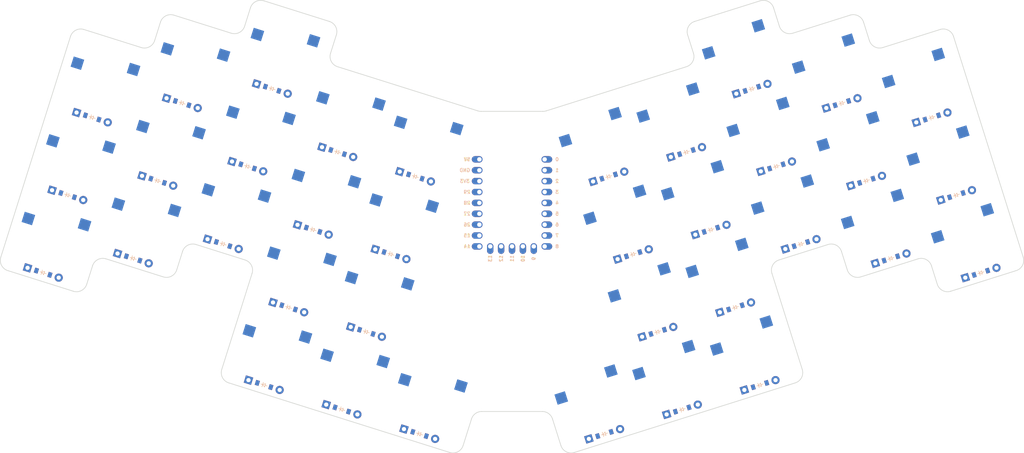
<source format=kicad_pcb>


(kicad_pcb (version 20171130) (host pcbnew 5.1.6)

  (page A3)
  (title_block
    (title "wired_pcb_ergo_wip")
    (rev "v1.0.0")
    (company "Unknown")
  )

  (general
    (thickness 1.6)
  )

  (layers
    (0 F.Cu signal)
    (31 B.Cu signal)
    (32 B.Adhes user)
    (33 F.Adhes user)
    (34 B.Paste user)
    (35 F.Paste user)
    (36 B.SilkS user)
    (37 F.SilkS user)
    (38 B.Mask user)
    (39 F.Mask user)
    (40 Dwgs.User user)
    (41 Cmts.User user)
    (42 Eco1.User user)
    (43 Eco2.User user)
    (44 Edge.Cuts user)
    (45 Margin user)
    (46 B.CrtYd user)
    (47 F.CrtYd user)
    (48 B.Fab user)
    (49 F.Fab user)
  )

  (setup
    (last_trace_width 0.25)
    (trace_clearance 0.2)
    (zone_clearance 0.508)
    (zone_45_only no)
    (trace_min 0.2)
    (via_size 0.8)
    (via_drill 0.4)
    (via_min_size 0.4)
    (via_min_drill 0.3)
    (uvia_size 0.3)
    (uvia_drill 0.1)
    (uvias_allowed no)
    (uvia_min_size 0.2)
    (uvia_min_drill 0.1)
    (edge_width 0.05)
    (segment_width 0.2)
    (pcb_text_width 0.3)
    (pcb_text_size 1.5 1.5)
    (mod_edge_width 0.12)
    (mod_text_size 1 1)
    (mod_text_width 0.15)
    (pad_size 1.524 1.524)
    (pad_drill 0.762)
    (pad_to_mask_clearance 0.05)
    (aux_axis_origin 0 0)
    (visible_elements FFFFFF7F)
    (pcbplotparams
      (layerselection 0x010fc_ffffffff)
      (usegerberextensions false)
      (usegerberattributes true)
      (usegerberadvancedattributes true)
      (creategerberjobfile true)
      (excludeedgelayer true)
      (linewidth 0.100000)
      (plotframeref false)
      (viasonmask false)
      (mode 1)
      (useauxorigin false)
      (hpglpennumber 1)
      (hpglpenspeed 20)
      (hpglpendiameter 15.000000)
      (psnegative false)
      (psa4output false)
      (plotreference true)
      (plotvalue true)
      (plotinvisibletext false)
      (padsonsilk false)
      (subtractmaskfromsilk false)
      (outputformat 1)
      (mirror false)
      (drillshape 1)
      (scaleselection 1)
      (outputdirectory ""))
  )

  (net 0 "")
(net 1 "P29")
(net 2 "pinky_bottom")
(net 3 "pinky_home")
(net 4 "pinky_top")
(net 5 "P28")
(net 6 "ring_bottom")
(net 7 "ring_home")
(net 8 "ring_top")
(net 9 "P27")
(net 10 "middle_bottom")
(net 11 "middle_home")
(net 12 "middle_top")
(net 13 "P26")
(net 14 "index_bottom")
(net 15 "index_home")
(net 16 "index_top")
(net 17 "P15")
(net 18 "inner_bottom")
(net 19 "inner_home")
(net 20 "inner_top")
(net 21 "inner_cluster")
(net 22 "middle_cluster")
(net 23 "outer_cluster")
(net 24 "P3")
(net 25 "mirror_pinky_bottom")
(net 26 "mirror_pinky_home")
(net 27 "mirror_pinky_top")
(net 28 "P4")
(net 29 "mirror_ring_bottom")
(net 30 "mirror_ring_home")
(net 31 "mirror_ring_top")
(net 32 "P5")
(net 33 "mirror_middle_bottom")
(net 34 "mirror_middle_home")
(net 35 "mirror_middle_top")
(net 36 "P6")
(net 37 "mirror_index_bottom")
(net 38 "mirror_index_home")
(net 39 "mirror_index_top")
(net 40 "P7")
(net 41 "mirror_inner_bottom")
(net 42 "mirror_inner_home")
(net 43 "mirror_inner_top")
(net 44 "mirror_inner_cluster")
(net 45 "mirror_middle_cluster")
(net 46 "mirror_outer_cluster")
(net 47 "P9")
(net 48 "P8")
(net 49 "P2")
(net 50 "P11")
(net 51 "P0")
(net 52 "P1")
(net 53 "P10")
(net 54 "P12")
(net 55 "P13")
(net 56 "P14")
(net 57 "3V3")
(net 58 "GND")
(net 59 "5V")

  (net_class Default "This is the default net class."
    (clearance 0.2)
    (trace_width 0.25)
    (via_dia 0.8)
    (via_drill 0.4)
    (uvia_dia 0.3)
    (uvia_drill 0.1)
    (add_net "")
(add_net "P29")
(add_net "pinky_bottom")
(add_net "pinky_home")
(add_net "pinky_top")
(add_net "P28")
(add_net "ring_bottom")
(add_net "ring_home")
(add_net "ring_top")
(add_net "P27")
(add_net "middle_bottom")
(add_net "middle_home")
(add_net "middle_top")
(add_net "P26")
(add_net "index_bottom")
(add_net "index_home")
(add_net "index_top")
(add_net "P15")
(add_net "inner_bottom")
(add_net "inner_home")
(add_net "inner_top")
(add_net "inner_cluster")
(add_net "middle_cluster")
(add_net "outer_cluster")
(add_net "P3")
(add_net "mirror_pinky_bottom")
(add_net "mirror_pinky_home")
(add_net "mirror_pinky_top")
(add_net "P4")
(add_net "mirror_ring_bottom")
(add_net "mirror_ring_home")
(add_net "mirror_ring_top")
(add_net "P5")
(add_net "mirror_middle_bottom")
(add_net "mirror_middle_home")
(add_net "mirror_middle_top")
(add_net "P6")
(add_net "mirror_index_bottom")
(add_net "mirror_index_home")
(add_net "mirror_index_top")
(add_net "P7")
(add_net "mirror_inner_bottom")
(add_net "mirror_inner_home")
(add_net "mirror_inner_top")
(add_net "mirror_inner_cluster")
(add_net "mirror_middle_cluster")
(add_net "mirror_outer_cluster")
(add_net "P9")
(add_net "P8")
(add_net "P2")
(add_net "P11")
(add_net "P0")
(add_net "P1")
(add_net "P10")
(add_net "P12")
(add_net "P13")
(add_net "P14")
(add_net "3V3")
(add_net "GND")
(add_net "5V")
  )

  
        
      (module MX (layer F.Cu) (tedit 5DD4F656)
      (at 65.3011151 125.442275 -17.5)

      
      (fp_text reference "S1" (at 0 0) (layer F.SilkS) hide (effects (font (size 1.27 1.27) (thickness 0.15))))
      (fp_text value "" (at 0 0) (layer F.SilkS) hide (effects (font (size 1.27 1.27) (thickness 0.15))))

      
      (fp_line (start -7 -6) (end -7 -7) (layer Dwgs.User) (width 0.15))
      (fp_line (start -7 7) (end -6 7) (layer Dwgs.User) (width 0.15))
      (fp_line (start -6 -7) (end -7 -7) (layer Dwgs.User) (width 0.15))
      (fp_line (start -7 7) (end -7 6) (layer Dwgs.User) (width 0.15))
      (fp_line (start 7 6) (end 7 7) (layer Dwgs.User) (width 0.15))
      (fp_line (start 7 -7) (end 6 -7) (layer Dwgs.User) (width 0.15))
      (fp_line (start 6 7) (end 7 7) (layer Dwgs.User) (width 0.15))
      (fp_line (start 7 -7) (end 7 -6) (layer Dwgs.User) (width 0.15))
    
      
      (pad "" np_thru_hole circle (at 0 0) (size 3.9878 3.9878) (drill 3.9878) (layers *.Cu *.Mask))

      
      (pad "" np_thru_hole circle (at 5.08 0) (size 1.7018 1.7018) (drill 1.7018) (layers *.Cu *.Mask))
      (pad "" np_thru_hole circle (at -5.08 0) (size 1.7018 1.7018) (drill 1.7018) (layers *.Cu *.Mask))
      
        
      
      (fp_line (start -9.5 -9.5) (end 9.5 -9.5) (layer Dwgs.User) (width 0.15))
      (fp_line (start 9.5 -9.5) (end 9.5 9.5) (layer Dwgs.User) (width 0.15))
      (fp_line (start 9.5 9.5) (end -9.5 9.5) (layer Dwgs.User) (width 0.15))
      (fp_line (start -9.5 9.5) (end -9.5 -9.5) (layer Dwgs.User) (width 0.15))
      
        
        
        (pad "" np_thru_hole circle (at 2.54 -5.08) (size 3 3) (drill 3) (layers *.Cu *.Mask))
        (pad "" np_thru_hole circle (at -3.81 -2.54) (size 3 3) (drill 3) (layers *.Cu *.Mask))
        
        
        (pad 1 smd rect (at -7.085 -2.54 -17.5) (size 2.55 2.5) (layers B.Cu B.Paste B.Mask) (net 1 "P29"))
        (pad 2 smd rect (at 5.842 -5.08 -17.5) (size 2.55 2.5) (layers B.Cu B.Paste B.Mask) (net 2 "pinky_bottom"))
        )
        

        
      (module MX (layer F.Cu) (tedit 5DD4F656)
      (at 71.0145253 107.321653 -17.5)

      
      (fp_text reference "S2" (at 0 0) (layer F.SilkS) hide (effects (font (size 1.27 1.27) (thickness 0.15))))
      (fp_text value "" (at 0 0) (layer F.SilkS) hide (effects (font (size 1.27 1.27) (thickness 0.15))))

      
      (fp_line (start -7 -6) (end -7 -7) (layer Dwgs.User) (width 0.15))
      (fp_line (start -7 7) (end -6 7) (layer Dwgs.User) (width 0.15))
      (fp_line (start -6 -7) (end -7 -7) (layer Dwgs.User) (width 0.15))
      (fp_line (start -7 7) (end -7 6) (layer Dwgs.User) (width 0.15))
      (fp_line (start 7 6) (end 7 7) (layer Dwgs.User) (width 0.15))
      (fp_line (start 7 -7) (end 6 -7) (layer Dwgs.User) (width 0.15))
      (fp_line (start 6 7) (end 7 7) (layer Dwgs.User) (width 0.15))
      (fp_line (start 7 -7) (end 7 -6) (layer Dwgs.User) (width 0.15))
    
      
      (pad "" np_thru_hole circle (at 0 0) (size 3.9878 3.9878) (drill 3.9878) (layers *.Cu *.Mask))

      
      (pad "" np_thru_hole circle (at 5.08 0) (size 1.7018 1.7018) (drill 1.7018) (layers *.Cu *.Mask))
      (pad "" np_thru_hole circle (at -5.08 0) (size 1.7018 1.7018) (drill 1.7018) (layers *.Cu *.Mask))
      
        
      
      (fp_line (start -9.5 -9.5) (end 9.5 -9.5) (layer Dwgs.User) (width 0.15))
      (fp_line (start 9.5 -9.5) (end 9.5 9.5) (layer Dwgs.User) (width 0.15))
      (fp_line (start 9.5 9.5) (end -9.5 9.5) (layer Dwgs.User) (width 0.15))
      (fp_line (start -9.5 9.5) (end -9.5 -9.5) (layer Dwgs.User) (width 0.15))
      
        
        
        (pad "" np_thru_hole circle (at 2.54 -5.08) (size 3 3) (drill 3) (layers *.Cu *.Mask))
        (pad "" np_thru_hole circle (at -3.81 -2.54) (size 3 3) (drill 3) (layers *.Cu *.Mask))
        
        
        (pad 1 smd rect (at -7.085 -2.54 -17.5) (size 2.55 2.5) (layers B.Cu B.Paste B.Mask) (net 1 "P29"))
        (pad 2 smd rect (at 5.842 -5.08 -17.5) (size 2.55 2.5) (layers B.Cu B.Paste B.Mask) (net 3 "pinky_home"))
        )
        

        
      (module MX (layer F.Cu) (tedit 5DD4F656)
      (at 76.7279355 89.2010309 -17.5)

      
      (fp_text reference "S3" (at 0 0) (layer F.SilkS) hide (effects (font (size 1.27 1.27) (thickness 0.15))))
      (fp_text value "" (at 0 0) (layer F.SilkS) hide (effects (font (size 1.27 1.27) (thickness 0.15))))

      
      (fp_line (start -7 -6) (end -7 -7) (layer Dwgs.User) (width 0.15))
      (fp_line (start -7 7) (end -6 7) (layer Dwgs.User) (width 0.15))
      (fp_line (start -6 -7) (end -7 -7) (layer Dwgs.User) (width 0.15))
      (fp_line (start -7 7) (end -7 6) (layer Dwgs.User) (width 0.15))
      (fp_line (start 7 6) (end 7 7) (layer Dwgs.User) (width 0.15))
      (fp_line (start 7 -7) (end 6 -7) (layer Dwgs.User) (width 0.15))
      (fp_line (start 6 7) (end 7 7) (layer Dwgs.User) (width 0.15))
      (fp_line (start 7 -7) (end 7 -6) (layer Dwgs.User) (width 0.15))
    
      
      (pad "" np_thru_hole circle (at 0 0) (size 3.9878 3.9878) (drill 3.9878) (layers *.Cu *.Mask))

      
      (pad "" np_thru_hole circle (at 5.08 0) (size 1.7018 1.7018) (drill 1.7018) (layers *.Cu *.Mask))
      (pad "" np_thru_hole circle (at -5.08 0) (size 1.7018 1.7018) (drill 1.7018) (layers *.Cu *.Mask))
      
        
      
      (fp_line (start -9.5 -9.5) (end 9.5 -9.5) (layer Dwgs.User) (width 0.15))
      (fp_line (start 9.5 -9.5) (end 9.5 9.5) (layer Dwgs.User) (width 0.15))
      (fp_line (start 9.5 9.5) (end -9.5 9.5) (layer Dwgs.User) (width 0.15))
      (fp_line (start -9.5 9.5) (end -9.5 -9.5) (layer Dwgs.User) (width 0.15))
      
        
        
        (pad "" np_thru_hole circle (at 2.54 -5.08) (size 3 3) (drill 3) (layers *.Cu *.Mask))
        (pad "" np_thru_hole circle (at -3.81 -2.54) (size 3 3) (drill 3) (layers *.Cu *.Mask))
        
        
        (pad 1 smd rect (at -7.085 -2.54 -17.5) (size 2.55 2.5) (layers B.Cu B.Paste B.Mask) (net 1 "P29"))
        (pad 2 smd rect (at 5.842 -5.08 -17.5) (size 2.55 2.5) (layers B.Cu B.Paste B.Mask) (net 4 "pinky_top"))
        )
        

        
      (module MX (layer F.Cu) (tedit 5DD4F656)
      (at 86.2784423 122.0953742 -17.5)

      
      (fp_text reference "S4" (at 0 0) (layer F.SilkS) hide (effects (font (size 1.27 1.27) (thickness 0.15))))
      (fp_text value "" (at 0 0) (layer F.SilkS) hide (effects (font (size 1.27 1.27) (thickness 0.15))))

      
      (fp_line (start -7 -6) (end -7 -7) (layer Dwgs.User) (width 0.15))
      (fp_line (start -7 7) (end -6 7) (layer Dwgs.User) (width 0.15))
      (fp_line (start -6 -7) (end -7 -7) (layer Dwgs.User) (width 0.15))
      (fp_line (start -7 7) (end -7 6) (layer Dwgs.User) (width 0.15))
      (fp_line (start 7 6) (end 7 7) (layer Dwgs.User) (width 0.15))
      (fp_line (start 7 -7) (end 6 -7) (layer Dwgs.User) (width 0.15))
      (fp_line (start 6 7) (end 7 7) (layer Dwgs.User) (width 0.15))
      (fp_line (start 7 -7) (end 7 -6) (layer Dwgs.User) (width 0.15))
    
      
      (pad "" np_thru_hole circle (at 0 0) (size 3.9878 3.9878) (drill 3.9878) (layers *.Cu *.Mask))

      
      (pad "" np_thru_hole circle (at 5.08 0) (size 1.7018 1.7018) (drill 1.7018) (layers *.Cu *.Mask))
      (pad "" np_thru_hole circle (at -5.08 0) (size 1.7018 1.7018) (drill 1.7018) (layers *.Cu *.Mask))
      
        
      
      (fp_line (start -9.5 -9.5) (end 9.5 -9.5) (layer Dwgs.User) (width 0.15))
      (fp_line (start 9.5 -9.5) (end 9.5 9.5) (layer Dwgs.User) (width 0.15))
      (fp_line (start 9.5 9.5) (end -9.5 9.5) (layer Dwgs.User) (width 0.15))
      (fp_line (start -9.5 9.5) (end -9.5 -9.5) (layer Dwgs.User) (width 0.15))
      
        
        
        (pad "" np_thru_hole circle (at 2.54 -5.08) (size 3 3) (drill 3) (layers *.Cu *.Mask))
        (pad "" np_thru_hole circle (at -3.81 -2.54) (size 3 3) (drill 3) (layers *.Cu *.Mask))
        
        
        (pad 1 smd rect (at -7.085 -2.54 -17.5) (size 2.55 2.5) (layers B.Cu B.Paste B.Mask) (net 5 "P28"))
        (pad 2 smd rect (at 5.842 -5.08 -17.5) (size 2.55 2.5) (layers B.Cu B.Paste B.Mask) (net 6 "ring_bottom"))
        )
        

        
      (module MX (layer F.Cu) (tedit 5DD4F656)
      (at 91.9918525 103.9747521 -17.5)

      
      (fp_text reference "S5" (at 0 0) (layer F.SilkS) hide (effects (font (size 1.27 1.27) (thickness 0.15))))
      (fp_text value "" (at 0 0) (layer F.SilkS) hide (effects (font (size 1.27 1.27) (thickness 0.15))))

      
      (fp_line (start -7 -6) (end -7 -7) (layer Dwgs.User) (width 0.15))
      (fp_line (start -7 7) (end -6 7) (layer Dwgs.User) (width 0.15))
      (fp_line (start -6 -7) (end -7 -7) (layer Dwgs.User) (width 0.15))
      (fp_line (start -7 7) (end -7 6) (layer Dwgs.User) (width 0.15))
      (fp_line (start 7 6) (end 7 7) (layer Dwgs.User) (width 0.15))
      (fp_line (start 7 -7) (end 6 -7) (layer Dwgs.User) (width 0.15))
      (fp_line (start 6 7) (end 7 7) (layer Dwgs.User) (width 0.15))
      (fp_line (start 7 -7) (end 7 -6) (layer Dwgs.User) (width 0.15))
    
      
      (pad "" np_thru_hole circle (at 0 0) (size 3.9878 3.9878) (drill 3.9878) (layers *.Cu *.Mask))

      
      (pad "" np_thru_hole circle (at 5.08 0) (size 1.7018 1.7018) (drill 1.7018) (layers *.Cu *.Mask))
      (pad "" np_thru_hole circle (at -5.08 0) (size 1.7018 1.7018) (drill 1.7018) (layers *.Cu *.Mask))
      
        
      
      (fp_line (start -9.5 -9.5) (end 9.5 -9.5) (layer Dwgs.User) (width 0.15))
      (fp_line (start 9.5 -9.5) (end 9.5 9.5) (layer Dwgs.User) (width 0.15))
      (fp_line (start 9.5 9.5) (end -9.5 9.5) (layer Dwgs.User) (width 0.15))
      (fp_line (start -9.5 9.5) (end -9.5 -9.5) (layer Dwgs.User) (width 0.15))
      
        
        
        (pad "" np_thru_hole circle (at 2.54 -5.08) (size 3 3) (drill 3) (layers *.Cu *.Mask))
        (pad "" np_thru_hole circle (at -3.81 -2.54) (size 3 3) (drill 3) (layers *.Cu *.Mask))
        
        
        (pad 1 smd rect (at -7.085 -2.54 -17.5) (size 2.55 2.5) (layers B.Cu B.Paste B.Mask) (net 5 "P28"))
        (pad 2 smd rect (at 5.842 -5.08 -17.5) (size 2.55 2.5) (layers B.Cu B.Paste B.Mask) (net 7 "ring_home"))
        )
        

        
      (module MX (layer F.Cu) (tedit 5DD4F656)
      (at 97.7052627 85.8541301 -17.5)

      
      (fp_text reference "S6" (at 0 0) (layer F.SilkS) hide (effects (font (size 1.27 1.27) (thickness 0.15))))
      (fp_text value "" (at 0 0) (layer F.SilkS) hide (effects (font (size 1.27 1.27) (thickness 0.15))))

      
      (fp_line (start -7 -6) (end -7 -7) (layer Dwgs.User) (width 0.15))
      (fp_line (start -7 7) (end -6 7) (layer Dwgs.User) (width 0.15))
      (fp_line (start -6 -7) (end -7 -7) (layer Dwgs.User) (width 0.15))
      (fp_line (start -7 7) (end -7 6) (layer Dwgs.User) (width 0.15))
      (fp_line (start 7 6) (end 7 7) (layer Dwgs.User) (width 0.15))
      (fp_line (start 7 -7) (end 6 -7) (layer Dwgs.User) (width 0.15))
      (fp_line (start 6 7) (end 7 7) (layer Dwgs.User) (width 0.15))
      (fp_line (start 7 -7) (end 7 -6) (layer Dwgs.User) (width 0.15))
    
      
      (pad "" np_thru_hole circle (at 0 0) (size 3.9878 3.9878) (drill 3.9878) (layers *.Cu *.Mask))

      
      (pad "" np_thru_hole circle (at 5.08 0) (size 1.7018 1.7018) (drill 1.7018) (layers *.Cu *.Mask))
      (pad "" np_thru_hole circle (at -5.08 0) (size 1.7018 1.7018) (drill 1.7018) (layers *.Cu *.Mask))
      
        
      
      (fp_line (start -9.5 -9.5) (end 9.5 -9.5) (layer Dwgs.User) (width 0.15))
      (fp_line (start 9.5 -9.5) (end 9.5 9.5) (layer Dwgs.User) (width 0.15))
      (fp_line (start 9.5 9.5) (end -9.5 9.5) (layer Dwgs.User) (width 0.15))
      (fp_line (start -9.5 9.5) (end -9.5 -9.5) (layer Dwgs.User) (width 0.15))
      
        
        
        (pad "" np_thru_hole circle (at 2.54 -5.08) (size 3 3) (drill 3) (layers *.Cu *.Mask))
        (pad "" np_thru_hole circle (at -3.81 -2.54) (size 3 3) (drill 3) (layers *.Cu *.Mask))
        
        
        (pad 1 smd rect (at -7.085 -2.54 -17.5) (size 2.55 2.5) (layers B.Cu B.Paste B.Mask) (net 5 "P28"))
        (pad 2 smd rect (at 5.842 -5.08 -17.5) (size 2.55 2.5) (layers B.Cu B.Paste B.Mask) (net 8 "ring_top"))
        )
        

        
      (module MX (layer F.Cu) (tedit 5DD4F656)
      (at 107.2557694 118.7484733 -17.5)

      
      (fp_text reference "S7" (at 0 0) (layer F.SilkS) hide (effects (font (size 1.27 1.27) (thickness 0.15))))
      (fp_text value "" (at 0 0) (layer F.SilkS) hide (effects (font (size 1.27 1.27) (thickness 0.15))))

      
      (fp_line (start -7 -6) (end -7 -7) (layer Dwgs.User) (width 0.15))
      (fp_line (start -7 7) (end -6 7) (layer Dwgs.User) (width 0.15))
      (fp_line (start -6 -7) (end -7 -7) (layer Dwgs.User) (width 0.15))
      (fp_line (start -7 7) (end -7 6) (layer Dwgs.User) (width 0.15))
      (fp_line (start 7 6) (end 7 7) (layer Dwgs.User) (width 0.15))
      (fp_line (start 7 -7) (end 6 -7) (layer Dwgs.User) (width 0.15))
      (fp_line (start 6 7) (end 7 7) (layer Dwgs.User) (width 0.15))
      (fp_line (start 7 -7) (end 7 -6) (layer Dwgs.User) (width 0.15))
    
      
      (pad "" np_thru_hole circle (at 0 0) (size 3.9878 3.9878) (drill 3.9878) (layers *.Cu *.Mask))

      
      (pad "" np_thru_hole circle (at 5.08 0) (size 1.7018 1.7018) (drill 1.7018) (layers *.Cu *.Mask))
      (pad "" np_thru_hole circle (at -5.08 0) (size 1.7018 1.7018) (drill 1.7018) (layers *.Cu *.Mask))
      
        
      
      (fp_line (start -9.5 -9.5) (end 9.5 -9.5) (layer Dwgs.User) (width 0.15))
      (fp_line (start 9.5 -9.5) (end 9.5 9.5) (layer Dwgs.User) (width 0.15))
      (fp_line (start 9.5 9.5) (end -9.5 9.5) (layer Dwgs.User) (width 0.15))
      (fp_line (start -9.5 9.5) (end -9.5 -9.5) (layer Dwgs.User) (width 0.15))
      
        
        
        (pad "" np_thru_hole circle (at 2.54 -5.08) (size 3 3) (drill 3) (layers *.Cu *.Mask))
        (pad "" np_thru_hole circle (at -3.81 -2.54) (size 3 3) (drill 3) (layers *.Cu *.Mask))
        
        
        (pad 1 smd rect (at -7.085 -2.54 -17.5) (size 2.55 2.5) (layers B.Cu B.Paste B.Mask) (net 9 "P27"))
        (pad 2 smd rect (at 5.842 -5.08 -17.5) (size 2.55 2.5) (layers B.Cu B.Paste B.Mask) (net 10 "middle_bottom"))
        )
        

        
      (module MX (layer F.Cu) (tedit 5DD4F656)
      (at 112.9691796 100.6278513 -17.5)

      
      (fp_text reference "S8" (at 0 0) (layer F.SilkS) hide (effects (font (size 1.27 1.27) (thickness 0.15))))
      (fp_text value "" (at 0 0) (layer F.SilkS) hide (effects (font (size 1.27 1.27) (thickness 0.15))))

      
      (fp_line (start -7 -6) (end -7 -7) (layer Dwgs.User) (width 0.15))
      (fp_line (start -7 7) (end -6 7) (layer Dwgs.User) (width 0.15))
      (fp_line (start -6 -7) (end -7 -7) (layer Dwgs.User) (width 0.15))
      (fp_line (start -7 7) (end -7 6) (layer Dwgs.User) (width 0.15))
      (fp_line (start 7 6) (end 7 7) (layer Dwgs.User) (width 0.15))
      (fp_line (start 7 -7) (end 6 -7) (layer Dwgs.User) (width 0.15))
      (fp_line (start 6 7) (end 7 7) (layer Dwgs.User) (width 0.15))
      (fp_line (start 7 -7) (end 7 -6) (layer Dwgs.User) (width 0.15))
    
      
      (pad "" np_thru_hole circle (at 0 0) (size 3.9878 3.9878) (drill 3.9878) (layers *.Cu *.Mask))

      
      (pad "" np_thru_hole circle (at 5.08 0) (size 1.7018 1.7018) (drill 1.7018) (layers *.Cu *.Mask))
      (pad "" np_thru_hole circle (at -5.08 0) (size 1.7018 1.7018) (drill 1.7018) (layers *.Cu *.Mask))
      
        
      
      (fp_line (start -9.5 -9.5) (end 9.5 -9.5) (layer Dwgs.User) (width 0.15))
      (fp_line (start 9.5 -9.5) (end 9.5 9.5) (layer Dwgs.User) (width 0.15))
      (fp_line (start 9.5 9.5) (end -9.5 9.5) (layer Dwgs.User) (width 0.15))
      (fp_line (start -9.5 9.5) (end -9.5 -9.5) (layer Dwgs.User) (width 0.15))
      
        
        
        (pad "" np_thru_hole circle (at 2.54 -5.08) (size 3 3) (drill 3) (layers *.Cu *.Mask))
        (pad "" np_thru_hole circle (at -3.81 -2.54) (size 3 3) (drill 3) (layers *.Cu *.Mask))
        
        
        (pad 1 smd rect (at -7.085 -2.54 -17.5) (size 2.55 2.5) (layers B.Cu B.Paste B.Mask) (net 9 "P27"))
        (pad 2 smd rect (at 5.842 -5.08 -17.5) (size 2.55 2.5) (layers B.Cu B.Paste B.Mask) (net 11 "middle_home"))
        )
        

        
      (module MX (layer F.Cu) (tedit 5DD4F656)
      (at 118.6825898 82.5072292 -17.5)

      
      (fp_text reference "S9" (at 0 0) (layer F.SilkS) hide (effects (font (size 1.27 1.27) (thickness 0.15))))
      (fp_text value "" (at 0 0) (layer F.SilkS) hide (effects (font (size 1.27 1.27) (thickness 0.15))))

      
      (fp_line (start -7 -6) (end -7 -7) (layer Dwgs.User) (width 0.15))
      (fp_line (start -7 7) (end -6 7) (layer Dwgs.User) (width 0.15))
      (fp_line (start -6 -7) (end -7 -7) (layer Dwgs.User) (width 0.15))
      (fp_line (start -7 7) (end -7 6) (layer Dwgs.User) (width 0.15))
      (fp_line (start 7 6) (end 7 7) (layer Dwgs.User) (width 0.15))
      (fp_line (start 7 -7) (end 6 -7) (layer Dwgs.User) (width 0.15))
      (fp_line (start 6 7) (end 7 7) (layer Dwgs.User) (width 0.15))
      (fp_line (start 7 -7) (end 7 -6) (layer Dwgs.User) (width 0.15))
    
      
      (pad "" np_thru_hole circle (at 0 0) (size 3.9878 3.9878) (drill 3.9878) (layers *.Cu *.Mask))

      
      (pad "" np_thru_hole circle (at 5.08 0) (size 1.7018 1.7018) (drill 1.7018) (layers *.Cu *.Mask))
      (pad "" np_thru_hole circle (at -5.08 0) (size 1.7018 1.7018) (drill 1.7018) (layers *.Cu *.Mask))
      
        
      
      (fp_line (start -9.5 -9.5) (end 9.5 -9.5) (layer Dwgs.User) (width 0.15))
      (fp_line (start 9.5 -9.5) (end 9.5 9.5) (layer Dwgs.User) (width 0.15))
      (fp_line (start 9.5 9.5) (end -9.5 9.5) (layer Dwgs.User) (width 0.15))
      (fp_line (start -9.5 9.5) (end -9.5 -9.5) (layer Dwgs.User) (width 0.15))
      
        
        
        (pad "" np_thru_hole circle (at 2.54 -5.08) (size 3 3) (drill 3) (layers *.Cu *.Mask))
        (pad "" np_thru_hole circle (at -3.81 -2.54) (size 3 3) (drill 3) (layers *.Cu *.Mask))
        
        
        (pad 1 smd rect (at -7.085 -2.54 -17.5) (size 2.55 2.5) (layers B.Cu B.Paste B.Mask) (net 9 "P27"))
        (pad 2 smd rect (at 5.842 -5.08 -17.5) (size 2.55 2.5) (layers B.Cu B.Paste B.Mask) (net 12 "middle_top"))
        )
        

        
      (module MX (layer F.Cu) (tedit 5DD4F656)
      (at 122.5196864 133.5221946 -17.5)

      
      (fp_text reference "S10" (at 0 0) (layer F.SilkS) hide (effects (font (size 1.27 1.27) (thickness 0.15))))
      (fp_text value "" (at 0 0) (layer F.SilkS) hide (effects (font (size 1.27 1.27) (thickness 0.15))))

      
      (fp_line (start -7 -6) (end -7 -7) (layer Dwgs.User) (width 0.15))
      (fp_line (start -7 7) (end -6 7) (layer Dwgs.User) (width 0.15))
      (fp_line (start -6 -7) (end -7 -7) (layer Dwgs.User) (width 0.15))
      (fp_line (start -7 7) (end -7 6) (layer Dwgs.User) (width 0.15))
      (fp_line (start 7 6) (end 7 7) (layer Dwgs.User) (width 0.15))
      (fp_line (start 7 -7) (end 6 -7) (layer Dwgs.User) (width 0.15))
      (fp_line (start 6 7) (end 7 7) (layer Dwgs.User) (width 0.15))
      (fp_line (start 7 -7) (end 7 -6) (layer Dwgs.User) (width 0.15))
    
      
      (pad "" np_thru_hole circle (at 0 0) (size 3.9878 3.9878) (drill 3.9878) (layers *.Cu *.Mask))

      
      (pad "" np_thru_hole circle (at 5.08 0) (size 1.7018 1.7018) (drill 1.7018) (layers *.Cu *.Mask))
      (pad "" np_thru_hole circle (at -5.08 0) (size 1.7018 1.7018) (drill 1.7018) (layers *.Cu *.Mask))
      
        
      
      (fp_line (start -9.5 -9.5) (end 9.5 -9.5) (layer Dwgs.User) (width 0.15))
      (fp_line (start 9.5 -9.5) (end 9.5 9.5) (layer Dwgs.User) (width 0.15))
      (fp_line (start 9.5 9.5) (end -9.5 9.5) (layer Dwgs.User) (width 0.15))
      (fp_line (start -9.5 9.5) (end -9.5 -9.5) (layer Dwgs.User) (width 0.15))
      
        
        
        (pad "" np_thru_hole circle (at 2.54 -5.08) (size 3 3) (drill 3) (layers *.Cu *.Mask))
        (pad "" np_thru_hole circle (at -3.81 -2.54) (size 3 3) (drill 3) (layers *.Cu *.Mask))
        
        
        (pad 1 smd rect (at -7.085 -2.54 -17.5) (size 2.55 2.5) (layers B.Cu B.Paste B.Mask) (net 13 "P26"))
        (pad 2 smd rect (at 5.842 -5.08 -17.5) (size 2.55 2.5) (layers B.Cu B.Paste B.Mask) (net 14 "index_bottom"))
        )
        

        
      (module MX (layer F.Cu) (tedit 5DD4F656)
      (at 128.2330966 115.4015725 -17.5)

      
      (fp_text reference "S11" (at 0 0) (layer F.SilkS) hide (effects (font (size 1.27 1.27) (thickness 0.15))))
      (fp_text value "" (at 0 0) (layer F.SilkS) hide (effects (font (size 1.27 1.27) (thickness 0.15))))

      
      (fp_line (start -7 -6) (end -7 -7) (layer Dwgs.User) (width 0.15))
      (fp_line (start -7 7) (end -6 7) (layer Dwgs.User) (width 0.15))
      (fp_line (start -6 -7) (end -7 -7) (layer Dwgs.User) (width 0.15))
      (fp_line (start -7 7) (end -7 6) (layer Dwgs.User) (width 0.15))
      (fp_line (start 7 6) (end 7 7) (layer Dwgs.User) (width 0.15))
      (fp_line (start 7 -7) (end 6 -7) (layer Dwgs.User) (width 0.15))
      (fp_line (start 6 7) (end 7 7) (layer Dwgs.User) (width 0.15))
      (fp_line (start 7 -7) (end 7 -6) (layer Dwgs.User) (width 0.15))
    
      
      (pad "" np_thru_hole circle (at 0 0) (size 3.9878 3.9878) (drill 3.9878) (layers *.Cu *.Mask))

      
      (pad "" np_thru_hole circle (at 5.08 0) (size 1.7018 1.7018) (drill 1.7018) (layers *.Cu *.Mask))
      (pad "" np_thru_hole circle (at -5.08 0) (size 1.7018 1.7018) (drill 1.7018) (layers *.Cu *.Mask))
      
        
      
      (fp_line (start -9.5 -9.5) (end 9.5 -9.5) (layer Dwgs.User) (width 0.15))
      (fp_line (start 9.5 -9.5) (end 9.5 9.5) (layer Dwgs.User) (width 0.15))
      (fp_line (start 9.5 9.5) (end -9.5 9.5) (layer Dwgs.User) (width 0.15))
      (fp_line (start -9.5 9.5) (end -9.5 -9.5) (layer Dwgs.User) (width 0.15))
      
        
        
        (pad "" np_thru_hole circle (at 2.54 -5.08) (size 3 3) (drill 3) (layers *.Cu *.Mask))
        (pad "" np_thru_hole circle (at -3.81 -2.54) (size 3 3) (drill 3) (layers *.Cu *.Mask))
        
        
        (pad 1 smd rect (at -7.085 -2.54 -17.5) (size 2.55 2.5) (layers B.Cu B.Paste B.Mask) (net 13 "P26"))
        (pad 2 smd rect (at 5.842 -5.08 -17.5) (size 2.55 2.5) (layers B.Cu B.Paste B.Mask) (net 15 "index_home"))
        )
        

        
      (module MX (layer F.Cu) (tedit 5DD4F656)
      (at 133.9465068 97.2809504 -17.5)

      
      (fp_text reference "S12" (at 0 0) (layer F.SilkS) hide (effects (font (size 1.27 1.27) (thickness 0.15))))
      (fp_text value "" (at 0 0) (layer F.SilkS) hide (effects (font (size 1.27 1.27) (thickness 0.15))))

      
      (fp_line (start -7 -6) (end -7 -7) (layer Dwgs.User) (width 0.15))
      (fp_line (start -7 7) (end -6 7) (layer Dwgs.User) (width 0.15))
      (fp_line (start -6 -7) (end -7 -7) (layer Dwgs.User) (width 0.15))
      (fp_line (start -7 7) (end -7 6) (layer Dwgs.User) (width 0.15))
      (fp_line (start 7 6) (end 7 7) (layer Dwgs.User) (width 0.15))
      (fp_line (start 7 -7) (end 6 -7) (layer Dwgs.User) (width 0.15))
      (fp_line (start 6 7) (end 7 7) (layer Dwgs.User) (width 0.15))
      (fp_line (start 7 -7) (end 7 -6) (layer Dwgs.User) (width 0.15))
    
      
      (pad "" np_thru_hole circle (at 0 0) (size 3.9878 3.9878) (drill 3.9878) (layers *.Cu *.Mask))

      
      (pad "" np_thru_hole circle (at 5.08 0) (size 1.7018 1.7018) (drill 1.7018) (layers *.Cu *.Mask))
      (pad "" np_thru_hole circle (at -5.08 0) (size 1.7018 1.7018) (drill 1.7018) (layers *.Cu *.Mask))
      
        
      
      (fp_line (start -9.5 -9.5) (end 9.5 -9.5) (layer Dwgs.User) (width 0.15))
      (fp_line (start 9.5 -9.5) (end 9.5 9.5) (layer Dwgs.User) (width 0.15))
      (fp_line (start 9.5 9.5) (end -9.5 9.5) (layer Dwgs.User) (width 0.15))
      (fp_line (start -9.5 9.5) (end -9.5 -9.5) (layer Dwgs.User) (width 0.15))
      
        
        
        (pad "" np_thru_hole circle (at 2.54 -5.08) (size 3 3) (drill 3) (layers *.Cu *.Mask))
        (pad "" np_thru_hole circle (at -3.81 -2.54) (size 3 3) (drill 3) (layers *.Cu *.Mask))
        
        
        (pad 1 smd rect (at -7.085 -2.54 -17.5) (size 2.55 2.5) (layers B.Cu B.Paste B.Mask) (net 13 "P26"))
        (pad 2 smd rect (at 5.842 -5.08 -17.5) (size 2.55 2.5) (layers B.Cu B.Paste B.Mask) (net 16 "index_top"))
        )
        

        
      (module MX (layer F.Cu) (tedit 5DD4F656)
      (at 140.6403085 139.2356048 -17.5)

      
      (fp_text reference "S13" (at 0 0) (layer F.SilkS) hide (effects (font (size 1.27 1.27) (thickness 0.15))))
      (fp_text value "" (at 0 0) (layer F.SilkS) hide (effects (font (size 1.27 1.27) (thickness 0.15))))

      
      (fp_line (start -7 -6) (end -7 -7) (layer Dwgs.User) (width 0.15))
      (fp_line (start -7 7) (end -6 7) (layer Dwgs.User) (width 0.15))
      (fp_line (start -6 -7) (end -7 -7) (layer Dwgs.User) (width 0.15))
      (fp_line (start -7 7) (end -7 6) (layer Dwgs.User) (width 0.15))
      (fp_line (start 7 6) (end 7 7) (layer Dwgs.User) (width 0.15))
      (fp_line (start 7 -7) (end 6 -7) (layer Dwgs.User) (width 0.15))
      (fp_line (start 6 7) (end 7 7) (layer Dwgs.User) (width 0.15))
      (fp_line (start 7 -7) (end 7 -6) (layer Dwgs.User) (width 0.15))
    
      
      (pad "" np_thru_hole circle (at 0 0) (size 3.9878 3.9878) (drill 3.9878) (layers *.Cu *.Mask))

      
      (pad "" np_thru_hole circle (at 5.08 0) (size 1.7018 1.7018) (drill 1.7018) (layers *.Cu *.Mask))
      (pad "" np_thru_hole circle (at -5.08 0) (size 1.7018 1.7018) (drill 1.7018) (layers *.Cu *.Mask))
      
        
      
      (fp_line (start -9.5 -9.5) (end 9.5 -9.5) (layer Dwgs.User) (width 0.15))
      (fp_line (start 9.5 -9.5) (end 9.5 9.5) (layer Dwgs.User) (width 0.15))
      (fp_line (start 9.5 9.5) (end -9.5 9.5) (layer Dwgs.User) (width 0.15))
      (fp_line (start -9.5 9.5) (end -9.5 -9.5) (layer Dwgs.User) (width 0.15))
      
        
        
        (pad "" np_thru_hole circle (at 2.54 -5.08) (size 3 3) (drill 3) (layers *.Cu *.Mask))
        (pad "" np_thru_hole circle (at -3.81 -2.54) (size 3 3) (drill 3) (layers *.Cu *.Mask))
        
        
        (pad 1 smd rect (at -7.085 -2.54 -17.5) (size 2.55 2.5) (layers B.Cu B.Paste B.Mask) (net 17 "P15"))
        (pad 2 smd rect (at 5.842 -5.08 -17.5) (size 2.55 2.5) (layers B.Cu B.Paste B.Mask) (net 18 "inner_bottom"))
        )
        

        
      (module MX (layer F.Cu) (tedit 5DD4F656)
      (at 146.3537187 121.1149827 -17.5)

      
      (fp_text reference "S14" (at 0 0) (layer F.SilkS) hide (effects (font (size 1.27 1.27) (thickness 0.15))))
      (fp_text value "" (at 0 0) (layer F.SilkS) hide (effects (font (size 1.27 1.27) (thickness 0.15))))

      
      (fp_line (start -7 -6) (end -7 -7) (layer Dwgs.User) (width 0.15))
      (fp_line (start -7 7) (end -6 7) (layer Dwgs.User) (width 0.15))
      (fp_line (start -6 -7) (end -7 -7) (layer Dwgs.User) (width 0.15))
      (fp_line (start -7 7) (end -7 6) (layer Dwgs.User) (width 0.15))
      (fp_line (start 7 6) (end 7 7) (layer Dwgs.User) (width 0.15))
      (fp_line (start 7 -7) (end 6 -7) (layer Dwgs.User) (width 0.15))
      (fp_line (start 6 7) (end 7 7) (layer Dwgs.User) (width 0.15))
      (fp_line (start 7 -7) (end 7 -6) (layer Dwgs.User) (width 0.15))
    
      
      (pad "" np_thru_hole circle (at 0 0) (size 3.9878 3.9878) (drill 3.9878) (layers *.Cu *.Mask))

      
      (pad "" np_thru_hole circle (at 5.08 0) (size 1.7018 1.7018) (drill 1.7018) (layers *.Cu *.Mask))
      (pad "" np_thru_hole circle (at -5.08 0) (size 1.7018 1.7018) (drill 1.7018) (layers *.Cu *.Mask))
      
        
      
      (fp_line (start -9.5 -9.5) (end 9.5 -9.5) (layer Dwgs.User) (width 0.15))
      (fp_line (start 9.5 -9.5) (end 9.5 9.5) (layer Dwgs.User) (width 0.15))
      (fp_line (start 9.5 9.5) (end -9.5 9.5) (layer Dwgs.User) (width 0.15))
      (fp_line (start -9.5 9.5) (end -9.5 -9.5) (layer Dwgs.User) (width 0.15))
      
        
        
        (pad "" np_thru_hole circle (at 2.54 -5.08) (size 3 3) (drill 3) (layers *.Cu *.Mask))
        (pad "" np_thru_hole circle (at -3.81 -2.54) (size 3 3) (drill 3) (layers *.Cu *.Mask))
        
        
        (pad 1 smd rect (at -7.085 -2.54 -17.5) (size 2.55 2.5) (layers B.Cu B.Paste B.Mask) (net 17 "P15"))
        (pad 2 smd rect (at 5.842 -5.08 -17.5) (size 2.55 2.5) (layers B.Cu B.Paste B.Mask) (net 19 "inner_home"))
        )
        

        
      (module MX (layer F.Cu) (tedit 5DD4F656)
      (at 152.0671289 102.9943606 -17.5)

      
      (fp_text reference "S15" (at 0 0) (layer F.SilkS) hide (effects (font (size 1.27 1.27) (thickness 0.15))))
      (fp_text value "" (at 0 0) (layer F.SilkS) hide (effects (font (size 1.27 1.27) (thickness 0.15))))

      
      (fp_line (start -7 -6) (end -7 -7) (layer Dwgs.User) (width 0.15))
      (fp_line (start -7 7) (end -6 7) (layer Dwgs.User) (width 0.15))
      (fp_line (start -6 -7) (end -7 -7) (layer Dwgs.User) (width 0.15))
      (fp_line (start -7 7) (end -7 6) (layer Dwgs.User) (width 0.15))
      (fp_line (start 7 6) (end 7 7) (layer Dwgs.User) (width 0.15))
      (fp_line (start 7 -7) (end 6 -7) (layer Dwgs.User) (width 0.15))
      (fp_line (start 6 7) (end 7 7) (layer Dwgs.User) (width 0.15))
      (fp_line (start 7 -7) (end 7 -6) (layer Dwgs.User) (width 0.15))
    
      
      (pad "" np_thru_hole circle (at 0 0) (size 3.9878 3.9878) (drill 3.9878) (layers *.Cu *.Mask))

      
      (pad "" np_thru_hole circle (at 5.08 0) (size 1.7018 1.7018) (drill 1.7018) (layers *.Cu *.Mask))
      (pad "" np_thru_hole circle (at -5.08 0) (size 1.7018 1.7018) (drill 1.7018) (layers *.Cu *.Mask))
      
        
      
      (fp_line (start -9.5 -9.5) (end 9.5 -9.5) (layer Dwgs.User) (width 0.15))
      (fp_line (start 9.5 -9.5) (end 9.5 9.5) (layer Dwgs.User) (width 0.15))
      (fp_line (start 9.5 9.5) (end -9.5 9.5) (layer Dwgs.User) (width 0.15))
      (fp_line (start -9.5 9.5) (end -9.5 -9.5) (layer Dwgs.User) (width 0.15))
      
        
        
        (pad "" np_thru_hole circle (at 2.54 -5.08) (size 3 3) (drill 3) (layers *.Cu *.Mask))
        (pad "" np_thru_hole circle (at -3.81 -2.54) (size 3 3) (drill 3) (layers *.Cu *.Mask))
        
        
        (pad 1 smd rect (at -7.085 -2.54 -17.5) (size 2.55 2.5) (layers B.Cu B.Paste B.Mask) (net 17 "P15"))
        (pad 2 smd rect (at 5.842 -5.08 -17.5) (size 2.55 2.5) (layers B.Cu B.Paste B.Mask) (net 20 "inner_top"))
        )
        

        
      (module MX (layer F.Cu) (tedit 5DD4F656)
      (at 116.8062762 151.6428166 -17.5)

      
      (fp_text reference "S16" (at 0 0) (layer F.SilkS) hide (effects (font (size 1.27 1.27) (thickness 0.15))))
      (fp_text value "" (at 0 0) (layer F.SilkS) hide (effects (font (size 1.27 1.27) (thickness 0.15))))

      
      (fp_line (start -7 -6) (end -7 -7) (layer Dwgs.User) (width 0.15))
      (fp_line (start -7 7) (end -6 7) (layer Dwgs.User) (width 0.15))
      (fp_line (start -6 -7) (end -7 -7) (layer Dwgs.User) (width 0.15))
      (fp_line (start -7 7) (end -7 6) (layer Dwgs.User) (width 0.15))
      (fp_line (start 7 6) (end 7 7) (layer Dwgs.User) (width 0.15))
      (fp_line (start 7 -7) (end 6 -7) (layer Dwgs.User) (width 0.15))
      (fp_line (start 6 7) (end 7 7) (layer Dwgs.User) (width 0.15))
      (fp_line (start 7 -7) (end 7 -6) (layer Dwgs.User) (width 0.15))
    
      
      (pad "" np_thru_hole circle (at 0 0) (size 3.9878 3.9878) (drill 3.9878) (layers *.Cu *.Mask))

      
      (pad "" np_thru_hole circle (at 5.08 0) (size 1.7018 1.7018) (drill 1.7018) (layers *.Cu *.Mask))
      (pad "" np_thru_hole circle (at -5.08 0) (size 1.7018 1.7018) (drill 1.7018) (layers *.Cu *.Mask))
      
        
      
      (fp_line (start -9.5 -9.5) (end 9.5 -9.5) (layer Dwgs.User) (width 0.15))
      (fp_line (start 9.5 -9.5) (end 9.5 9.5) (layer Dwgs.User) (width 0.15))
      (fp_line (start 9.5 9.5) (end -9.5 9.5) (layer Dwgs.User) (width 0.15))
      (fp_line (start -9.5 9.5) (end -9.5 -9.5) (layer Dwgs.User) (width 0.15))
      
        
        
        (pad "" np_thru_hole circle (at 2.54 -5.08) (size 3 3) (drill 3) (layers *.Cu *.Mask))
        (pad "" np_thru_hole circle (at -3.81 -2.54) (size 3 3) (drill 3) (layers *.Cu *.Mask))
        
        
        (pad 1 smd rect (at -7.085 -2.54 -17.5) (size 2.55 2.5) (layers B.Cu B.Paste B.Mask) (net 9 "P27"))
        (pad 2 smd rect (at 5.842 -5.08 -17.5) (size 2.55 2.5) (layers B.Cu B.Paste B.Mask) (net 21 "inner_cluster"))
        )
        

        
      (module MX (layer F.Cu) (tedit 5DD4F656)
      (at 134.9268983 157.3562268 -17.5)

      
      (fp_text reference "S17" (at 0 0) (layer F.SilkS) hide (effects (font (size 1.27 1.27) (thickness 0.15))))
      (fp_text value "" (at 0 0) (layer F.SilkS) hide (effects (font (size 1.27 1.27) (thickness 0.15))))

      
      (fp_line (start -7 -6) (end -7 -7) (layer Dwgs.User) (width 0.15))
      (fp_line (start -7 7) (end -6 7) (layer Dwgs.User) (width 0.15))
      (fp_line (start -6 -7) (end -7 -7) (layer Dwgs.User) (width 0.15))
      (fp_line (start -7 7) (end -7 6) (layer Dwgs.User) (width 0.15))
      (fp_line (start 7 6) (end 7 7) (layer Dwgs.User) (width 0.15))
      (fp_line (start 7 -7) (end 6 -7) (layer Dwgs.User) (width 0.15))
      (fp_line (start 6 7) (end 7 7) (layer Dwgs.User) (width 0.15))
      (fp_line (start 7 -7) (end 7 -6) (layer Dwgs.User) (width 0.15))
    
      
      (pad "" np_thru_hole circle (at 0 0) (size 3.9878 3.9878) (drill 3.9878) (layers *.Cu *.Mask))

      
      (pad "" np_thru_hole circle (at 5.08 0) (size 1.7018 1.7018) (drill 1.7018) (layers *.Cu *.Mask))
      (pad "" np_thru_hole circle (at -5.08 0) (size 1.7018 1.7018) (drill 1.7018) (layers *.Cu *.Mask))
      
        
      
      (fp_line (start -9.5 -9.5) (end 9.5 -9.5) (layer Dwgs.User) (width 0.15))
      (fp_line (start 9.5 -9.5) (end 9.5 9.5) (layer Dwgs.User) (width 0.15))
      (fp_line (start 9.5 9.5) (end -9.5 9.5) (layer Dwgs.User) (width 0.15))
      (fp_line (start -9.5 9.5) (end -9.5 -9.5) (layer Dwgs.User) (width 0.15))
      
        
        
        (pad "" np_thru_hole circle (at 2.54 -5.08) (size 3 3) (drill 3) (layers *.Cu *.Mask))
        (pad "" np_thru_hole circle (at -3.81 -2.54) (size 3 3) (drill 3) (layers *.Cu *.Mask))
        
        
        (pad 1 smd rect (at -7.085 -2.54 -17.5) (size 2.55 2.5) (layers B.Cu B.Paste B.Mask) (net 13 "P26"))
        (pad 2 smd rect (at 5.842 -5.08 -17.5) (size 2.55 2.5) (layers B.Cu B.Paste B.Mask) (net 22 "middle_cluster"))
        )
        

        
      (module MX (layer F.Cu) (tedit 5DD4F656)
      (at 153.0475204 163.069637 -17.5)

      
      (fp_text reference "S18" (at 0 0) (layer F.SilkS) hide (effects (font (size 1.27 1.27) (thickness 0.15))))
      (fp_text value "" (at 0 0) (layer F.SilkS) hide (effects (font (size 1.27 1.27) (thickness 0.15))))

      
      (fp_line (start -7 -6) (end -7 -7) (layer Dwgs.User) (width 0.15))
      (fp_line (start -7 7) (end -6 7) (layer Dwgs.User) (width 0.15))
      (fp_line (start -6 -7) (end -7 -7) (layer Dwgs.User) (width 0.15))
      (fp_line (start -7 7) (end -7 6) (layer Dwgs.User) (width 0.15))
      (fp_line (start 7 6) (end 7 7) (layer Dwgs.User) (width 0.15))
      (fp_line (start 7 -7) (end 6 -7) (layer Dwgs.User) (width 0.15))
      (fp_line (start 6 7) (end 7 7) (layer Dwgs.User) (width 0.15))
      (fp_line (start 7 -7) (end 7 -6) (layer Dwgs.User) (width 0.15))
    
      
      (pad "" np_thru_hole circle (at 0 0) (size 3.9878 3.9878) (drill 3.9878) (layers *.Cu *.Mask))

      
      (pad "" np_thru_hole circle (at 5.08 0) (size 1.7018 1.7018) (drill 1.7018) (layers *.Cu *.Mask))
      (pad "" np_thru_hole circle (at -5.08 0) (size 1.7018 1.7018) (drill 1.7018) (layers *.Cu *.Mask))
      
        
      
      (fp_line (start -9.5 -9.5) (end 9.5 -9.5) (layer Dwgs.User) (width 0.15))
      (fp_line (start 9.5 -9.5) (end 9.5 9.5) (layer Dwgs.User) (width 0.15))
      (fp_line (start 9.5 9.5) (end -9.5 9.5) (layer Dwgs.User) (width 0.15))
      (fp_line (start -9.5 9.5) (end -9.5 -9.5) (layer Dwgs.User) (width 0.15))
      
        
        
        (pad "" np_thru_hole circle (at 2.54 -5.08) (size 3 3) (drill 3) (layers *.Cu *.Mask))
        (pad "" np_thru_hole circle (at -3.81 -2.54) (size 3 3) (drill 3) (layers *.Cu *.Mask))
        
        
        (pad 1 smd rect (at -7.085 -2.54 -17.5) (size 2.55 2.5) (layers B.Cu B.Paste B.Mask) (net 17 "P15"))
        (pad 2 smd rect (at 5.842 -5.08 -17.5) (size 2.55 2.5) (layers B.Cu B.Paste B.Mask) (net 23 "outer_cluster"))
        )
        

        
      (module MX (layer F.Cu) (tedit 5DD4F656)
      (at 278.7939257 125.442275 17.5)

      
      (fp_text reference "S19" (at 0 0) (layer F.SilkS) hide (effects (font (size 1.27 1.27) (thickness 0.15))))
      (fp_text value "" (at 0 0) (layer F.SilkS) hide (effects (font (size 1.27 1.27) (thickness 0.15))))

      
      (fp_line (start -7 -6) (end -7 -7) (layer Dwgs.User) (width 0.15))
      (fp_line (start -7 7) (end -6 7) (layer Dwgs.User) (width 0.15))
      (fp_line (start -6 -7) (end -7 -7) (layer Dwgs.User) (width 0.15))
      (fp_line (start -7 7) (end -7 6) (layer Dwgs.User) (width 0.15))
      (fp_line (start 7 6) (end 7 7) (layer Dwgs.User) (width 0.15))
      (fp_line (start 7 -7) (end 6 -7) (layer Dwgs.User) (width 0.15))
      (fp_line (start 6 7) (end 7 7) (layer Dwgs.User) (width 0.15))
      (fp_line (start 7 -7) (end 7 -6) (layer Dwgs.User) (width 0.15))
    
      
      (pad "" np_thru_hole circle (at 0 0) (size 3.9878 3.9878) (drill 3.9878) (layers *.Cu *.Mask))

      
      (pad "" np_thru_hole circle (at 5.08 0) (size 1.7018 1.7018) (drill 1.7018) (layers *.Cu *.Mask))
      (pad "" np_thru_hole circle (at -5.08 0) (size 1.7018 1.7018) (drill 1.7018) (layers *.Cu *.Mask))
      
        
      
      (fp_line (start -9.5 -9.5) (end 9.5 -9.5) (layer Dwgs.User) (width 0.15))
      (fp_line (start 9.5 -9.5) (end 9.5 9.5) (layer Dwgs.User) (width 0.15))
      (fp_line (start 9.5 9.5) (end -9.5 9.5) (layer Dwgs.User) (width 0.15))
      (fp_line (start -9.5 9.5) (end -9.5 -9.5) (layer Dwgs.User) (width 0.15))
      
        
        
        (pad "" np_thru_hole circle (at 2.54 -5.08) (size 3 3) (drill 3) (layers *.Cu *.Mask))
        (pad "" np_thru_hole circle (at -3.81 -2.54) (size 3 3) (drill 3) (layers *.Cu *.Mask))
        
        
        (pad 1 smd rect (at -7.085 -2.54 17.5) (size 2.55 2.5) (layers B.Cu B.Paste B.Mask) (net 24 "P3"))
        (pad 2 smd rect (at 5.842 -5.08 17.5) (size 2.55 2.5) (layers B.Cu B.Paste B.Mask) (net 25 "mirror_pinky_bottom"))
        )
        

        
      (module MX (layer F.Cu) (tedit 5DD4F656)
      (at 273.0805155 107.321653 17.5)

      
      (fp_text reference "S20" (at 0 0) (layer F.SilkS) hide (effects (font (size 1.27 1.27) (thickness 0.15))))
      (fp_text value "" (at 0 0) (layer F.SilkS) hide (effects (font (size 1.27 1.27) (thickness 0.15))))

      
      (fp_line (start -7 -6) (end -7 -7) (layer Dwgs.User) (width 0.15))
      (fp_line (start -7 7) (end -6 7) (layer Dwgs.User) (width 0.15))
      (fp_line (start -6 -7) (end -7 -7) (layer Dwgs.User) (width 0.15))
      (fp_line (start -7 7) (end -7 6) (layer Dwgs.User) (width 0.15))
      (fp_line (start 7 6) (end 7 7) (layer Dwgs.User) (width 0.15))
      (fp_line (start 7 -7) (end 6 -7) (layer Dwgs.User) (width 0.15))
      (fp_line (start 6 7) (end 7 7) (layer Dwgs.User) (width 0.15))
      (fp_line (start 7 -7) (end 7 -6) (layer Dwgs.User) (width 0.15))
    
      
      (pad "" np_thru_hole circle (at 0 0) (size 3.9878 3.9878) (drill 3.9878) (layers *.Cu *.Mask))

      
      (pad "" np_thru_hole circle (at 5.08 0) (size 1.7018 1.7018) (drill 1.7018) (layers *.Cu *.Mask))
      (pad "" np_thru_hole circle (at -5.08 0) (size 1.7018 1.7018) (drill 1.7018) (layers *.Cu *.Mask))
      
        
      
      (fp_line (start -9.5 -9.5) (end 9.5 -9.5) (layer Dwgs.User) (width 0.15))
      (fp_line (start 9.5 -9.5) (end 9.5 9.5) (layer Dwgs.User) (width 0.15))
      (fp_line (start 9.5 9.5) (end -9.5 9.5) (layer Dwgs.User) (width 0.15))
      (fp_line (start -9.5 9.5) (end -9.5 -9.5) (layer Dwgs.User) (width 0.15))
      
        
        
        (pad "" np_thru_hole circle (at 2.54 -5.08) (size 3 3) (drill 3) (layers *.Cu *.Mask))
        (pad "" np_thru_hole circle (at -3.81 -2.54) (size 3 3) (drill 3) (layers *.Cu *.Mask))
        
        
        (pad 1 smd rect (at -7.085 -2.54 17.5) (size 2.55 2.5) (layers B.Cu B.Paste B.Mask) (net 24 "P3"))
        (pad 2 smd rect (at 5.842 -5.08 17.5) (size 2.55 2.5) (layers B.Cu B.Paste B.Mask) (net 26 "mirror_pinky_home"))
        )
        

        
      (module MX (layer F.Cu) (tedit 5DD4F656)
      (at 267.3671053 89.2010309 17.5)

      
      (fp_text reference "S21" (at 0 0) (layer F.SilkS) hide (effects (font (size 1.27 1.27) (thickness 0.15))))
      (fp_text value "" (at 0 0) (layer F.SilkS) hide (effects (font (size 1.27 1.27) (thickness 0.15))))

      
      (fp_line (start -7 -6) (end -7 -7) (layer Dwgs.User) (width 0.15))
      (fp_line (start -7 7) (end -6 7) (layer Dwgs.User) (width 0.15))
      (fp_line (start -6 -7) (end -7 -7) (layer Dwgs.User) (width 0.15))
      (fp_line (start -7 7) (end -7 6) (layer Dwgs.User) (width 0.15))
      (fp_line (start 7 6) (end 7 7) (layer Dwgs.User) (width 0.15))
      (fp_line (start 7 -7) (end 6 -7) (layer Dwgs.User) (width 0.15))
      (fp_line (start 6 7) (end 7 7) (layer Dwgs.User) (width 0.15))
      (fp_line (start 7 -7) (end 7 -6) (layer Dwgs.User) (width 0.15))
    
      
      (pad "" np_thru_hole circle (at 0 0) (size 3.9878 3.9878) (drill 3.9878) (layers *.Cu *.Mask))

      
      (pad "" np_thru_hole circle (at 5.08 0) (size 1.7018 1.7018) (drill 1.7018) (layers *.Cu *.Mask))
      (pad "" np_thru_hole circle (at -5.08 0) (size 1.7018 1.7018) (drill 1.7018) (layers *.Cu *.Mask))
      
        
      
      (fp_line (start -9.5 -9.5) (end 9.5 -9.5) (layer Dwgs.User) (width 0.15))
      (fp_line (start 9.5 -9.5) (end 9.5 9.5) (layer Dwgs.User) (width 0.15))
      (fp_line (start 9.5 9.5) (end -9.5 9.5) (layer Dwgs.User) (width 0.15))
      (fp_line (start -9.5 9.5) (end -9.5 -9.5) (layer Dwgs.User) (width 0.15))
      
        
        
        (pad "" np_thru_hole circle (at 2.54 -5.08) (size 3 3) (drill 3) (layers *.Cu *.Mask))
        (pad "" np_thru_hole circle (at -3.81 -2.54) (size 3 3) (drill 3) (layers *.Cu *.Mask))
        
        
        (pad 1 smd rect (at -7.085 -2.54 17.5) (size 2.55 2.5) (layers B.Cu B.Paste B.Mask) (net 24 "P3"))
        (pad 2 smd rect (at 5.842 -5.08 17.5) (size 2.55 2.5) (layers B.Cu B.Paste B.Mask) (net 27 "mirror_pinky_top"))
        )
        

        
      (module MX (layer F.Cu) (tedit 5DD4F656)
      (at 257.8165985 122.0953742 17.5)

      
      (fp_text reference "S22" (at 0 0) (layer F.SilkS) hide (effects (font (size 1.27 1.27) (thickness 0.15))))
      (fp_text value "" (at 0 0) (layer F.SilkS) hide (effects (font (size 1.27 1.27) (thickness 0.15))))

      
      (fp_line (start -7 -6) (end -7 -7) (layer Dwgs.User) (width 0.15))
      (fp_line (start -7 7) (end -6 7) (layer Dwgs.User) (width 0.15))
      (fp_line (start -6 -7) (end -7 -7) (layer Dwgs.User) (width 0.15))
      (fp_line (start -7 7) (end -7 6) (layer Dwgs.User) (width 0.15))
      (fp_line (start 7 6) (end 7 7) (layer Dwgs.User) (width 0.15))
      (fp_line (start 7 -7) (end 6 -7) (layer Dwgs.User) (width 0.15))
      (fp_line (start 6 7) (end 7 7) (layer Dwgs.User) (width 0.15))
      (fp_line (start 7 -7) (end 7 -6) (layer Dwgs.User) (width 0.15))
    
      
      (pad "" np_thru_hole circle (at 0 0) (size 3.9878 3.9878) (drill 3.9878) (layers *.Cu *.Mask))

      
      (pad "" np_thru_hole circle (at 5.08 0) (size 1.7018 1.7018) (drill 1.7018) (layers *.Cu *.Mask))
      (pad "" np_thru_hole circle (at -5.08 0) (size 1.7018 1.7018) (drill 1.7018) (layers *.Cu *.Mask))
      
        
      
      (fp_line (start -9.5 -9.5) (end 9.5 -9.5) (layer Dwgs.User) (width 0.15))
      (fp_line (start 9.5 -9.5) (end 9.5 9.5) (layer Dwgs.User) (width 0.15))
      (fp_line (start 9.5 9.5) (end -9.5 9.5) (layer Dwgs.User) (width 0.15))
      (fp_line (start -9.5 9.5) (end -9.5 -9.5) (layer Dwgs.User) (width 0.15))
      
        
        
        (pad "" np_thru_hole circle (at 2.54 -5.08) (size 3 3) (drill 3) (layers *.Cu *.Mask))
        (pad "" np_thru_hole circle (at -3.81 -2.54) (size 3 3) (drill 3) (layers *.Cu *.Mask))
        
        
        (pad 1 smd rect (at -7.085 -2.54 17.5) (size 2.55 2.5) (layers B.Cu B.Paste B.Mask) (net 28 "P4"))
        (pad 2 smd rect (at 5.842 -5.08 17.5) (size 2.55 2.5) (layers B.Cu B.Paste B.Mask) (net 29 "mirror_ring_bottom"))
        )
        

        
      (module MX (layer F.Cu) (tedit 5DD4F656)
      (at 252.1031883 103.9747521 17.5)

      
      (fp_text reference "S23" (at 0 0) (layer F.SilkS) hide (effects (font (size 1.27 1.27) (thickness 0.15))))
      (fp_text value "" (at 0 0) (layer F.SilkS) hide (effects (font (size 1.27 1.27) (thickness 0.15))))

      
      (fp_line (start -7 -6) (end -7 -7) (layer Dwgs.User) (width 0.15))
      (fp_line (start -7 7) (end -6 7) (layer Dwgs.User) (width 0.15))
      (fp_line (start -6 -7) (end -7 -7) (layer Dwgs.User) (width 0.15))
      (fp_line (start -7 7) (end -7 6) (layer Dwgs.User) (width 0.15))
      (fp_line (start 7 6) (end 7 7) (layer Dwgs.User) (width 0.15))
      (fp_line (start 7 -7) (end 6 -7) (layer Dwgs.User) (width 0.15))
      (fp_line (start 6 7) (end 7 7) (layer Dwgs.User) (width 0.15))
      (fp_line (start 7 -7) (end 7 -6) (layer Dwgs.User) (width 0.15))
    
      
      (pad "" np_thru_hole circle (at 0 0) (size 3.9878 3.9878) (drill 3.9878) (layers *.Cu *.Mask))

      
      (pad "" np_thru_hole circle (at 5.08 0) (size 1.7018 1.7018) (drill 1.7018) (layers *.Cu *.Mask))
      (pad "" np_thru_hole circle (at -5.08 0) (size 1.7018 1.7018) (drill 1.7018) (layers *.Cu *.Mask))
      
        
      
      (fp_line (start -9.5 -9.5) (end 9.5 -9.5) (layer Dwgs.User) (width 0.15))
      (fp_line (start 9.5 -9.5) (end 9.5 9.5) (layer Dwgs.User) (width 0.15))
      (fp_line (start 9.5 9.5) (end -9.5 9.5) (layer Dwgs.User) (width 0.15))
      (fp_line (start -9.5 9.5) (end -9.5 -9.5) (layer Dwgs.User) (width 0.15))
      
        
        
        (pad "" np_thru_hole circle (at 2.54 -5.08) (size 3 3) (drill 3) (layers *.Cu *.Mask))
        (pad "" np_thru_hole circle (at -3.81 -2.54) (size 3 3) (drill 3) (layers *.Cu *.Mask))
        
        
        (pad 1 smd rect (at -7.085 -2.54 17.5) (size 2.55 2.5) (layers B.Cu B.Paste B.Mask) (net 28 "P4"))
        (pad 2 smd rect (at 5.842 -5.08 17.5) (size 2.55 2.5) (layers B.Cu B.Paste B.Mask) (net 30 "mirror_ring_home"))
        )
        

        
      (module MX (layer F.Cu) (tedit 5DD4F656)
      (at 246.3897781 85.8541301 17.5)

      
      (fp_text reference "S24" (at 0 0) (layer F.SilkS) hide (effects (font (size 1.27 1.27) (thickness 0.15))))
      (fp_text value "" (at 0 0) (layer F.SilkS) hide (effects (font (size 1.27 1.27) (thickness 0.15))))

      
      (fp_line (start -7 -6) (end -7 -7) (layer Dwgs.User) (width 0.15))
      (fp_line (start -7 7) (end -6 7) (layer Dwgs.User) (width 0.15))
      (fp_line (start -6 -7) (end -7 -7) (layer Dwgs.User) (width 0.15))
      (fp_line (start -7 7) (end -7 6) (layer Dwgs.User) (width 0.15))
      (fp_line (start 7 6) (end 7 7) (layer Dwgs.User) (width 0.15))
      (fp_line (start 7 -7) (end 6 -7) (layer Dwgs.User) (width 0.15))
      (fp_line (start 6 7) (end 7 7) (layer Dwgs.User) (width 0.15))
      (fp_line (start 7 -7) (end 7 -6) (layer Dwgs.User) (width 0.15))
    
      
      (pad "" np_thru_hole circle (at 0 0) (size 3.9878 3.9878) (drill 3.9878) (layers *.Cu *.Mask))

      
      (pad "" np_thru_hole circle (at 5.08 0) (size 1.7018 1.7018) (drill 1.7018) (layers *.Cu *.Mask))
      (pad "" np_thru_hole circle (at -5.08 0) (size 1.7018 1.7018) (drill 1.7018) (layers *.Cu *.Mask))
      
        
      
      (fp_line (start -9.5 -9.5) (end 9.5 -9.5) (layer Dwgs.User) (width 0.15))
      (fp_line (start 9.5 -9.5) (end 9.5 9.5) (layer Dwgs.User) (width 0.15))
      (fp_line (start 9.5 9.5) (end -9.5 9.5) (layer Dwgs.User) (width 0.15))
      (fp_line (start -9.5 9.5) (end -9.5 -9.5) (layer Dwgs.User) (width 0.15))
      
        
        
        (pad "" np_thru_hole circle (at 2.54 -5.08) (size 3 3) (drill 3) (layers *.Cu *.Mask))
        (pad "" np_thru_hole circle (at -3.81 -2.54) (size 3 3) (drill 3) (layers *.Cu *.Mask))
        
        
        (pad 1 smd rect (at -7.085 -2.54 17.5) (size 2.55 2.5) (layers B.Cu B.Paste B.Mask) (net 28 "P4"))
        (pad 2 smd rect (at 5.842 -5.08 17.5) (size 2.55 2.5) (layers B.Cu B.Paste B.Mask) (net 31 "mirror_ring_top"))
        )
        

        
      (module MX (layer F.Cu) (tedit 5DD4F656)
      (at 236.83927139999997 118.7484733 17.5)

      
      (fp_text reference "S25" (at 0 0) (layer F.SilkS) hide (effects (font (size 1.27 1.27) (thickness 0.15))))
      (fp_text value "" (at 0 0) (layer F.SilkS) hide (effects (font (size 1.27 1.27) (thickness 0.15))))

      
      (fp_line (start -7 -6) (end -7 -7) (layer Dwgs.User) (width 0.15))
      (fp_line (start -7 7) (end -6 7) (layer Dwgs.User) (width 0.15))
      (fp_line (start -6 -7) (end -7 -7) (layer Dwgs.User) (width 0.15))
      (fp_line (start -7 7) (end -7 6) (layer Dwgs.User) (width 0.15))
      (fp_line (start 7 6) (end 7 7) (layer Dwgs.User) (width 0.15))
      (fp_line (start 7 -7) (end 6 -7) (layer Dwgs.User) (width 0.15))
      (fp_line (start 6 7) (end 7 7) (layer Dwgs.User) (width 0.15))
      (fp_line (start 7 -7) (end 7 -6) (layer Dwgs.User) (width 0.15))
    
      
      (pad "" np_thru_hole circle (at 0 0) (size 3.9878 3.9878) (drill 3.9878) (layers *.Cu *.Mask))

      
      (pad "" np_thru_hole circle (at 5.08 0) (size 1.7018 1.7018) (drill 1.7018) (layers *.Cu *.Mask))
      (pad "" np_thru_hole circle (at -5.08 0) (size 1.7018 1.7018) (drill 1.7018) (layers *.Cu *.Mask))
      
        
      
      (fp_line (start -9.5 -9.5) (end 9.5 -9.5) (layer Dwgs.User) (width 0.15))
      (fp_line (start 9.5 -9.5) (end 9.5 9.5) (layer Dwgs.User) (width 0.15))
      (fp_line (start 9.5 9.5) (end -9.5 9.5) (layer Dwgs.User) (width 0.15))
      (fp_line (start -9.5 9.5) (end -9.5 -9.5) (layer Dwgs.User) (width 0.15))
      
        
        
        (pad "" np_thru_hole circle (at 2.54 -5.08) (size 3 3) (drill 3) (layers *.Cu *.Mask))
        (pad "" np_thru_hole circle (at -3.81 -2.54) (size 3 3) (drill 3) (layers *.Cu *.Mask))
        
        
        (pad 1 smd rect (at -7.085 -2.54 17.5) (size 2.55 2.5) (layers B.Cu B.Paste B.Mask) (net 32 "P5"))
        (pad 2 smd rect (at 5.842 -5.08 17.5) (size 2.55 2.5) (layers B.Cu B.Paste B.Mask) (net 33 "mirror_middle_bottom"))
        )
        

        
      (module MX (layer F.Cu) (tedit 5DD4F656)
      (at 231.12586119999997 100.6278513 17.5)

      
      (fp_text reference "S26" (at 0 0) (layer F.SilkS) hide (effects (font (size 1.27 1.27) (thickness 0.15))))
      (fp_text value "" (at 0 0) (layer F.SilkS) hide (effects (font (size 1.27 1.27) (thickness 0.15))))

      
      (fp_line (start -7 -6) (end -7 -7) (layer Dwgs.User) (width 0.15))
      (fp_line (start -7 7) (end -6 7) (layer Dwgs.User) (width 0.15))
      (fp_line (start -6 -7) (end -7 -7) (layer Dwgs.User) (width 0.15))
      (fp_line (start -7 7) (end -7 6) (layer Dwgs.User) (width 0.15))
      (fp_line (start 7 6) (end 7 7) (layer Dwgs.User) (width 0.15))
      (fp_line (start 7 -7) (end 6 -7) (layer Dwgs.User) (width 0.15))
      (fp_line (start 6 7) (end 7 7) (layer Dwgs.User) (width 0.15))
      (fp_line (start 7 -7) (end 7 -6) (layer Dwgs.User) (width 0.15))
    
      
      (pad "" np_thru_hole circle (at 0 0) (size 3.9878 3.9878) (drill 3.9878) (layers *.Cu *.Mask))

      
      (pad "" np_thru_hole circle (at 5.08 0) (size 1.7018 1.7018) (drill 1.7018) (layers *.Cu *.Mask))
      (pad "" np_thru_hole circle (at -5.08 0) (size 1.7018 1.7018) (drill 1.7018) (layers *.Cu *.Mask))
      
        
      
      (fp_line (start -9.5 -9.5) (end 9.5 -9.5) (layer Dwgs.User) (width 0.15))
      (fp_line (start 9.5 -9.5) (end 9.5 9.5) (layer Dwgs.User) (width 0.15))
      (fp_line (start 9.5 9.5) (end -9.5 9.5) (layer Dwgs.User) (width 0.15))
      (fp_line (start -9.5 9.5) (end -9.5 -9.5) (layer Dwgs.User) (width 0.15))
      
        
        
        (pad "" np_thru_hole circle (at 2.54 -5.08) (size 3 3) (drill 3) (layers *.Cu *.Mask))
        (pad "" np_thru_hole circle (at -3.81 -2.54) (size 3 3) (drill 3) (layers *.Cu *.Mask))
        
        
        (pad 1 smd rect (at -7.085 -2.54 17.5) (size 2.55 2.5) (layers B.Cu B.Paste B.Mask) (net 32 "P5"))
        (pad 2 smd rect (at 5.842 -5.08 17.5) (size 2.55 2.5) (layers B.Cu B.Paste B.Mask) (net 34 "mirror_middle_home"))
        )
        

        
      (module MX (layer F.Cu) (tedit 5DD4F656)
      (at 225.41245099999998 82.5072292 17.5)

      
      (fp_text reference "S27" (at 0 0) (layer F.SilkS) hide (effects (font (size 1.27 1.27) (thickness 0.15))))
      (fp_text value "" (at 0 0) (layer F.SilkS) hide (effects (font (size 1.27 1.27) (thickness 0.15))))

      
      (fp_line (start -7 -6) (end -7 -7) (layer Dwgs.User) (width 0.15))
      (fp_line (start -7 7) (end -6 7) (layer Dwgs.User) (width 0.15))
      (fp_line (start -6 -7) (end -7 -7) (layer Dwgs.User) (width 0.15))
      (fp_line (start -7 7) (end -7 6) (layer Dwgs.User) (width 0.15))
      (fp_line (start 7 6) (end 7 7) (layer Dwgs.User) (width 0.15))
      (fp_line (start 7 -7) (end 6 -7) (layer Dwgs.User) (width 0.15))
      (fp_line (start 6 7) (end 7 7) (layer Dwgs.User) (width 0.15))
      (fp_line (start 7 -7) (end 7 -6) (layer Dwgs.User) (width 0.15))
    
      
      (pad "" np_thru_hole circle (at 0 0) (size 3.9878 3.9878) (drill 3.9878) (layers *.Cu *.Mask))

      
      (pad "" np_thru_hole circle (at 5.08 0) (size 1.7018 1.7018) (drill 1.7018) (layers *.Cu *.Mask))
      (pad "" np_thru_hole circle (at -5.08 0) (size 1.7018 1.7018) (drill 1.7018) (layers *.Cu *.Mask))
      
        
      
      (fp_line (start -9.5 -9.5) (end 9.5 -9.5) (layer Dwgs.User) (width 0.15))
      (fp_line (start 9.5 -9.5) (end 9.5 9.5) (layer Dwgs.User) (width 0.15))
      (fp_line (start 9.5 9.5) (end -9.5 9.5) (layer Dwgs.User) (width 0.15))
      (fp_line (start -9.5 9.5) (end -9.5 -9.5) (layer Dwgs.User) (width 0.15))
      
        
        
        (pad "" np_thru_hole circle (at 2.54 -5.08) (size 3 3) (drill 3) (layers *.Cu *.Mask))
        (pad "" np_thru_hole circle (at -3.81 -2.54) (size 3 3) (drill 3) (layers *.Cu *.Mask))
        
        
        (pad 1 smd rect (at -7.085 -2.54 17.5) (size 2.55 2.5) (layers B.Cu B.Paste B.Mask) (net 32 "P5"))
        (pad 2 smd rect (at 5.842 -5.08 17.5) (size 2.55 2.5) (layers B.Cu B.Paste B.Mask) (net 35 "mirror_middle_top"))
        )
        

        
      (module MX (layer F.Cu) (tedit 5DD4F656)
      (at 221.57535439999998 133.5221946 17.5)

      
      (fp_text reference "S28" (at 0 0) (layer F.SilkS) hide (effects (font (size 1.27 1.27) (thickness 0.15))))
      (fp_text value "" (at 0 0) (layer F.SilkS) hide (effects (font (size 1.27 1.27) (thickness 0.15))))

      
      (fp_line (start -7 -6) (end -7 -7) (layer Dwgs.User) (width 0.15))
      (fp_line (start -7 7) (end -6 7) (layer Dwgs.User) (width 0.15))
      (fp_line (start -6 -7) (end -7 -7) (layer Dwgs.User) (width 0.15))
      (fp_line (start -7 7) (end -7 6) (layer Dwgs.User) (width 0.15))
      (fp_line (start 7 6) (end 7 7) (layer Dwgs.User) (width 0.15))
      (fp_line (start 7 -7) (end 6 -7) (layer Dwgs.User) (width 0.15))
      (fp_line (start 6 7) (end 7 7) (layer Dwgs.User) (width 0.15))
      (fp_line (start 7 -7) (end 7 -6) (layer Dwgs.User) (width 0.15))
    
      
      (pad "" np_thru_hole circle (at 0 0) (size 3.9878 3.9878) (drill 3.9878) (layers *.Cu *.Mask))

      
      (pad "" np_thru_hole circle (at 5.08 0) (size 1.7018 1.7018) (drill 1.7018) (layers *.Cu *.Mask))
      (pad "" np_thru_hole circle (at -5.08 0) (size 1.7018 1.7018) (drill 1.7018) (layers *.Cu *.Mask))
      
        
      
      (fp_line (start -9.5 -9.5) (end 9.5 -9.5) (layer Dwgs.User) (width 0.15))
      (fp_line (start 9.5 -9.5) (end 9.5 9.5) (layer Dwgs.User) (width 0.15))
      (fp_line (start 9.5 9.5) (end -9.5 9.5) (layer Dwgs.User) (width 0.15))
      (fp_line (start -9.5 9.5) (end -9.5 -9.5) (layer Dwgs.User) (width 0.15))
      
        
        
        (pad "" np_thru_hole circle (at 2.54 -5.08) (size 3 3) (drill 3) (layers *.Cu *.Mask))
        (pad "" np_thru_hole circle (at -3.81 -2.54) (size 3 3) (drill 3) (layers *.Cu *.Mask))
        
        
        (pad 1 smd rect (at -7.085 -2.54 17.5) (size 2.55 2.5) (layers B.Cu B.Paste B.Mask) (net 36 "P6"))
        (pad 2 smd rect (at 5.842 -5.08 17.5) (size 2.55 2.5) (layers B.Cu B.Paste B.Mask) (net 37 "mirror_index_bottom"))
        )
        

        
      (module MX (layer F.Cu) (tedit 5DD4F656)
      (at 215.86194419999998 115.4015725 17.5)

      
      (fp_text reference "S29" (at 0 0) (layer F.SilkS) hide (effects (font (size 1.27 1.27) (thickness 0.15))))
      (fp_text value "" (at 0 0) (layer F.SilkS) hide (effects (font (size 1.27 1.27) (thickness 0.15))))

      
      (fp_line (start -7 -6) (end -7 -7) (layer Dwgs.User) (width 0.15))
      (fp_line (start -7 7) (end -6 7) (layer Dwgs.User) (width 0.15))
      (fp_line (start -6 -7) (end -7 -7) (layer Dwgs.User) (width 0.15))
      (fp_line (start -7 7) (end -7 6) (layer Dwgs.User) (width 0.15))
      (fp_line (start 7 6) (end 7 7) (layer Dwgs.User) (width 0.15))
      (fp_line (start 7 -7) (end 6 -7) (layer Dwgs.User) (width 0.15))
      (fp_line (start 6 7) (end 7 7) (layer Dwgs.User) (width 0.15))
      (fp_line (start 7 -7) (end 7 -6) (layer Dwgs.User) (width 0.15))
    
      
      (pad "" np_thru_hole circle (at 0 0) (size 3.9878 3.9878) (drill 3.9878) (layers *.Cu *.Mask))

      
      (pad "" np_thru_hole circle (at 5.08 0) (size 1.7018 1.7018) (drill 1.7018) (layers *.Cu *.Mask))
      (pad "" np_thru_hole circle (at -5.08 0) (size 1.7018 1.7018) (drill 1.7018) (layers *.Cu *.Mask))
      
        
      
      (fp_line (start -9.5 -9.5) (end 9.5 -9.5) (layer Dwgs.User) (width 0.15))
      (fp_line (start 9.5 -9.5) (end 9.5 9.5) (layer Dwgs.User) (width 0.15))
      (fp_line (start 9.5 9.5) (end -9.5 9.5) (layer Dwgs.User) (width 0.15))
      (fp_line (start -9.5 9.5) (end -9.5 -9.5) (layer Dwgs.User) (width 0.15))
      
        
        
        (pad "" np_thru_hole circle (at 2.54 -5.08) (size 3 3) (drill 3) (layers *.Cu *.Mask))
        (pad "" np_thru_hole circle (at -3.81 -2.54) (size 3 3) (drill 3) (layers *.Cu *.Mask))
        
        
        (pad 1 smd rect (at -7.085 -2.54 17.5) (size 2.55 2.5) (layers B.Cu B.Paste B.Mask) (net 36 "P6"))
        (pad 2 smd rect (at 5.842 -5.08 17.5) (size 2.55 2.5) (layers B.Cu B.Paste B.Mask) (net 38 "mirror_index_home"))
        )
        

        
      (module MX (layer F.Cu) (tedit 5DD4F656)
      (at 210.14853399999998 97.2809504 17.5)

      
      (fp_text reference "S30" (at 0 0) (layer F.SilkS) hide (effects (font (size 1.27 1.27) (thickness 0.15))))
      (fp_text value "" (at 0 0) (layer F.SilkS) hide (effects (font (size 1.27 1.27) (thickness 0.15))))

      
      (fp_line (start -7 -6) (end -7 -7) (layer Dwgs.User) (width 0.15))
      (fp_line (start -7 7) (end -6 7) (layer Dwgs.User) (width 0.15))
      (fp_line (start -6 -7) (end -7 -7) (layer Dwgs.User) (width 0.15))
      (fp_line (start -7 7) (end -7 6) (layer Dwgs.User) (width 0.15))
      (fp_line (start 7 6) (end 7 7) (layer Dwgs.User) (width 0.15))
      (fp_line (start 7 -7) (end 6 -7) (layer Dwgs.User) (width 0.15))
      (fp_line (start 6 7) (end 7 7) (layer Dwgs.User) (width 0.15))
      (fp_line (start 7 -7) (end 7 -6) (layer Dwgs.User) (width 0.15))
    
      
      (pad "" np_thru_hole circle (at 0 0) (size 3.9878 3.9878) (drill 3.9878) (layers *.Cu *.Mask))

      
      (pad "" np_thru_hole circle (at 5.08 0) (size 1.7018 1.7018) (drill 1.7018) (layers *.Cu *.Mask))
      (pad "" np_thru_hole circle (at -5.08 0) (size 1.7018 1.7018) (drill 1.7018) (layers *.Cu *.Mask))
      
        
      
      (fp_line (start -9.5 -9.5) (end 9.5 -9.5) (layer Dwgs.User) (width 0.15))
      (fp_line (start 9.5 -9.5) (end 9.5 9.5) (layer Dwgs.User) (width 0.15))
      (fp_line (start 9.5 9.5) (end -9.5 9.5) (layer Dwgs.User) (width 0.15))
      (fp_line (start -9.5 9.5) (end -9.5 -9.5) (layer Dwgs.User) (width 0.15))
      
        
        
        (pad "" np_thru_hole circle (at 2.54 -5.08) (size 3 3) (drill 3) (layers *.Cu *.Mask))
        (pad "" np_thru_hole circle (at -3.81 -2.54) (size 3 3) (drill 3) (layers *.Cu *.Mask))
        
        
        (pad 1 smd rect (at -7.085 -2.54 17.5) (size 2.55 2.5) (layers B.Cu B.Paste B.Mask) (net 36 "P6"))
        (pad 2 smd rect (at 5.842 -5.08 17.5) (size 2.55 2.5) (layers B.Cu B.Paste B.Mask) (net 39 "mirror_index_top"))
        )
        

        
      (module MX (layer F.Cu) (tedit 5DD4F656)
      (at 203.4547323 139.2356048 17.5)

      
      (fp_text reference "S31" (at 0 0) (layer F.SilkS) hide (effects (font (size 1.27 1.27) (thickness 0.15))))
      (fp_text value "" (at 0 0) (layer F.SilkS) hide (effects (font (size 1.27 1.27) (thickness 0.15))))

      
      (fp_line (start -7 -6) (end -7 -7) (layer Dwgs.User) (width 0.15))
      (fp_line (start -7 7) (end -6 7) (layer Dwgs.User) (width 0.15))
      (fp_line (start -6 -7) (end -7 -7) (layer Dwgs.User) (width 0.15))
      (fp_line (start -7 7) (end -7 6) (layer Dwgs.User) (width 0.15))
      (fp_line (start 7 6) (end 7 7) (layer Dwgs.User) (width 0.15))
      (fp_line (start 7 -7) (end 6 -7) (layer Dwgs.User) (width 0.15))
      (fp_line (start 6 7) (end 7 7) (layer Dwgs.User) (width 0.15))
      (fp_line (start 7 -7) (end 7 -6) (layer Dwgs.User) (width 0.15))
    
      
      (pad "" np_thru_hole circle (at 0 0) (size 3.9878 3.9878) (drill 3.9878) (layers *.Cu *.Mask))

      
      (pad "" np_thru_hole circle (at 5.08 0) (size 1.7018 1.7018) (drill 1.7018) (layers *.Cu *.Mask))
      (pad "" np_thru_hole circle (at -5.08 0) (size 1.7018 1.7018) (drill 1.7018) (layers *.Cu *.Mask))
      
        
      
      (fp_line (start -9.5 -9.5) (end 9.5 -9.5) (layer Dwgs.User) (width 0.15))
      (fp_line (start 9.5 -9.5) (end 9.5 9.5) (layer Dwgs.User) (width 0.15))
      (fp_line (start 9.5 9.5) (end -9.5 9.5) (layer Dwgs.User) (width 0.15))
      (fp_line (start -9.5 9.5) (end -9.5 -9.5) (layer Dwgs.User) (width 0.15))
      
        
        
        (pad "" np_thru_hole circle (at 2.54 -5.08) (size 3 3) (drill 3) (layers *.Cu *.Mask))
        (pad "" np_thru_hole circle (at -3.81 -2.54) (size 3 3) (drill 3) (layers *.Cu *.Mask))
        
        
        (pad 1 smd rect (at -7.085 -2.54 17.5) (size 2.55 2.5) (layers B.Cu B.Paste B.Mask) (net 40 "P7"))
        (pad 2 smd rect (at 5.842 -5.08 17.5) (size 2.55 2.5) (layers B.Cu B.Paste B.Mask) (net 41 "mirror_inner_bottom"))
        )
        

        
      (module MX (layer F.Cu) (tedit 5DD4F656)
      (at 197.7413221 121.1149827 17.5)

      
      (fp_text reference "S32" (at 0 0) (layer F.SilkS) hide (effects (font (size 1.27 1.27) (thickness 0.15))))
      (fp_text value "" (at 0 0) (layer F.SilkS) hide (effects (font (size 1.27 1.27) (thickness 0.15))))

      
      (fp_line (start -7 -6) (end -7 -7) (layer Dwgs.User) (width 0.15))
      (fp_line (start -7 7) (end -6 7) (layer Dwgs.User) (width 0.15))
      (fp_line (start -6 -7) (end -7 -7) (layer Dwgs.User) (width 0.15))
      (fp_line (start -7 7) (end -7 6) (layer Dwgs.User) (width 0.15))
      (fp_line (start 7 6) (end 7 7) (layer Dwgs.User) (width 0.15))
      (fp_line (start 7 -7) (end 6 -7) (layer Dwgs.User) (width 0.15))
      (fp_line (start 6 7) (end 7 7) (layer Dwgs.User) (width 0.15))
      (fp_line (start 7 -7) (end 7 -6) (layer Dwgs.User) (width 0.15))
    
      
      (pad "" np_thru_hole circle (at 0 0) (size 3.9878 3.9878) (drill 3.9878) (layers *.Cu *.Mask))

      
      (pad "" np_thru_hole circle (at 5.08 0) (size 1.7018 1.7018) (drill 1.7018) (layers *.Cu *.Mask))
      (pad "" np_thru_hole circle (at -5.08 0) (size 1.7018 1.7018) (drill 1.7018) (layers *.Cu *.Mask))
      
        
      
      (fp_line (start -9.5 -9.5) (end 9.5 -9.5) (layer Dwgs.User) (width 0.15))
      (fp_line (start 9.5 -9.5) (end 9.5 9.5) (layer Dwgs.User) (width 0.15))
      (fp_line (start 9.5 9.5) (end -9.5 9.5) (layer Dwgs.User) (width 0.15))
      (fp_line (start -9.5 9.5) (end -9.5 -9.5) (layer Dwgs.User) (width 0.15))
      
        
        
        (pad "" np_thru_hole circle (at 2.54 -5.08) (size 3 3) (drill 3) (layers *.Cu *.Mask))
        (pad "" np_thru_hole circle (at -3.81 -2.54) (size 3 3) (drill 3) (layers *.Cu *.Mask))
        
        
        (pad 1 smd rect (at -7.085 -2.54 17.5) (size 2.55 2.5) (layers B.Cu B.Paste B.Mask) (net 40 "P7"))
        (pad 2 smd rect (at 5.842 -5.08 17.5) (size 2.55 2.5) (layers B.Cu B.Paste B.Mask) (net 42 "mirror_inner_home"))
        )
        

        
      (module MX (layer F.Cu) (tedit 5DD4F656)
      (at 192.0279119 102.9943606 17.5)

      
      (fp_text reference "S33" (at 0 0) (layer F.SilkS) hide (effects (font (size 1.27 1.27) (thickness 0.15))))
      (fp_text value "" (at 0 0) (layer F.SilkS) hide (effects (font (size 1.27 1.27) (thickness 0.15))))

      
      (fp_line (start -7 -6) (end -7 -7) (layer Dwgs.User) (width 0.15))
      (fp_line (start -7 7) (end -6 7) (layer Dwgs.User) (width 0.15))
      (fp_line (start -6 -7) (end -7 -7) (layer Dwgs.User) (width 0.15))
      (fp_line (start -7 7) (end -7 6) (layer Dwgs.User) (width 0.15))
      (fp_line (start 7 6) (end 7 7) (layer Dwgs.User) (width 0.15))
      (fp_line (start 7 -7) (end 6 -7) (layer Dwgs.User) (width 0.15))
      (fp_line (start 6 7) (end 7 7) (layer Dwgs.User) (width 0.15))
      (fp_line (start 7 -7) (end 7 -6) (layer Dwgs.User) (width 0.15))
    
      
      (pad "" np_thru_hole circle (at 0 0) (size 3.9878 3.9878) (drill 3.9878) (layers *.Cu *.Mask))

      
      (pad "" np_thru_hole circle (at 5.08 0) (size 1.7018 1.7018) (drill 1.7018) (layers *.Cu *.Mask))
      (pad "" np_thru_hole circle (at -5.08 0) (size 1.7018 1.7018) (drill 1.7018) (layers *.Cu *.Mask))
      
        
      
      (fp_line (start -9.5 -9.5) (end 9.5 -9.5) (layer Dwgs.User) (width 0.15))
      (fp_line (start 9.5 -9.5) (end 9.5 9.5) (layer Dwgs.User) (width 0.15))
      (fp_line (start 9.5 9.5) (end -9.5 9.5) (layer Dwgs.User) (width 0.15))
      (fp_line (start -9.5 9.5) (end -9.5 -9.5) (layer Dwgs.User) (width 0.15))
      
        
        
        (pad "" np_thru_hole circle (at 2.54 -5.08) (size 3 3) (drill 3) (layers *.Cu *.Mask))
        (pad "" np_thru_hole circle (at -3.81 -2.54) (size 3 3) (drill 3) (layers *.Cu *.Mask))
        
        
        (pad 1 smd rect (at -7.085 -2.54 17.5) (size 2.55 2.5) (layers B.Cu B.Paste B.Mask) (net 40 "P7"))
        (pad 2 smd rect (at 5.842 -5.08 17.5) (size 2.55 2.5) (layers B.Cu B.Paste B.Mask) (net 43 "mirror_inner_top"))
        )
        

        
      (module MX (layer F.Cu) (tedit 5DD4F656)
      (at 227.28876459999998 151.6428166 17.5)

      
      (fp_text reference "S34" (at 0 0) (layer F.SilkS) hide (effects (font (size 1.27 1.27) (thickness 0.15))))
      (fp_text value "" (at 0 0) (layer F.SilkS) hide (effects (font (size 1.27 1.27) (thickness 0.15))))

      
      (fp_line (start -7 -6) (end -7 -7) (layer Dwgs.User) (width 0.15))
      (fp_line (start -7 7) (end -6 7) (layer Dwgs.User) (width 0.15))
      (fp_line (start -6 -7) (end -7 -7) (layer Dwgs.User) (width 0.15))
      (fp_line (start -7 7) (end -7 6) (layer Dwgs.User) (width 0.15))
      (fp_line (start 7 6) (end 7 7) (layer Dwgs.User) (width 0.15))
      (fp_line (start 7 -7) (end 6 -7) (layer Dwgs.User) (width 0.15))
      (fp_line (start 6 7) (end 7 7) (layer Dwgs.User) (width 0.15))
      (fp_line (start 7 -7) (end 7 -6) (layer Dwgs.User) (width 0.15))
    
      
      (pad "" np_thru_hole circle (at 0 0) (size 3.9878 3.9878) (drill 3.9878) (layers *.Cu *.Mask))

      
      (pad "" np_thru_hole circle (at 5.08 0) (size 1.7018 1.7018) (drill 1.7018) (layers *.Cu *.Mask))
      (pad "" np_thru_hole circle (at -5.08 0) (size 1.7018 1.7018) (drill 1.7018) (layers *.Cu *.Mask))
      
        
      
      (fp_line (start -9.5 -9.5) (end 9.5 -9.5) (layer Dwgs.User) (width 0.15))
      (fp_line (start 9.5 -9.5) (end 9.5 9.5) (layer Dwgs.User) (width 0.15))
      (fp_line (start 9.5 9.5) (end -9.5 9.5) (layer Dwgs.User) (width 0.15))
      (fp_line (start -9.5 9.5) (end -9.5 -9.5) (layer Dwgs.User) (width 0.15))
      
        
        
        (pad "" np_thru_hole circle (at 2.54 -5.08) (size 3 3) (drill 3) (layers *.Cu *.Mask))
        (pad "" np_thru_hole circle (at -3.81 -2.54) (size 3 3) (drill 3) (layers *.Cu *.Mask))
        
        
        (pad 1 smd rect (at -7.085 -2.54 17.5) (size 2.55 2.5) (layers B.Cu B.Paste B.Mask) (net 32 "P5"))
        (pad 2 smd rect (at 5.842 -5.08 17.5) (size 2.55 2.5) (layers B.Cu B.Paste B.Mask) (net 44 "mirror_inner_cluster"))
        )
        

        
      (module MX (layer F.Cu) (tedit 5DD4F656)
      (at 209.1681425 157.3562268 17.5)

      
      (fp_text reference "S35" (at 0 0) (layer F.SilkS) hide (effects (font (size 1.27 1.27) (thickness 0.15))))
      (fp_text value "" (at 0 0) (layer F.SilkS) hide (effects (font (size 1.27 1.27) (thickness 0.15))))

      
      (fp_line (start -7 -6) (end -7 -7) (layer Dwgs.User) (width 0.15))
      (fp_line (start -7 7) (end -6 7) (layer Dwgs.User) (width 0.15))
      (fp_line (start -6 -7) (end -7 -7) (layer Dwgs.User) (width 0.15))
      (fp_line (start -7 7) (end -7 6) (layer Dwgs.User) (width 0.15))
      (fp_line (start 7 6) (end 7 7) (layer Dwgs.User) (width 0.15))
      (fp_line (start 7 -7) (end 6 -7) (layer Dwgs.User) (width 0.15))
      (fp_line (start 6 7) (end 7 7) (layer Dwgs.User) (width 0.15))
      (fp_line (start 7 -7) (end 7 -6) (layer Dwgs.User) (width 0.15))
    
      
      (pad "" np_thru_hole circle (at 0 0) (size 3.9878 3.9878) (drill 3.9878) (layers *.Cu *.Mask))

      
      (pad "" np_thru_hole circle (at 5.08 0) (size 1.7018 1.7018) (drill 1.7018) (layers *.Cu *.Mask))
      (pad "" np_thru_hole circle (at -5.08 0) (size 1.7018 1.7018) (drill 1.7018) (layers *.Cu *.Mask))
      
        
      
      (fp_line (start -9.5 -9.5) (end 9.5 -9.5) (layer Dwgs.User) (width 0.15))
      (fp_line (start 9.5 -9.5) (end 9.5 9.5) (layer Dwgs.User) (width 0.15))
      (fp_line (start 9.5 9.5) (end -9.5 9.5) (layer Dwgs.User) (width 0.15))
      (fp_line (start -9.5 9.5) (end -9.5 -9.5) (layer Dwgs.User) (width 0.15))
      
        
        
        (pad "" np_thru_hole circle (at 2.54 -5.08) (size 3 3) (drill 3) (layers *.Cu *.Mask))
        (pad "" np_thru_hole circle (at -3.81 -2.54) (size 3 3) (drill 3) (layers *.Cu *.Mask))
        
        
        (pad 1 smd rect (at -7.085 -2.54 17.5) (size 2.55 2.5) (layers B.Cu B.Paste B.Mask) (net 36 "P6"))
        (pad 2 smd rect (at 5.842 -5.08 17.5) (size 2.55 2.5) (layers B.Cu B.Paste B.Mask) (net 45 "mirror_middle_cluster"))
        )
        

        
      (module MX (layer F.Cu) (tedit 5DD4F656)
      (at 191.0475204 163.069637 17.5)

      
      (fp_text reference "S36" (at 0 0) (layer F.SilkS) hide (effects (font (size 1.27 1.27) (thickness 0.15))))
      (fp_text value "" (at 0 0) (layer F.SilkS) hide (effects (font (size 1.27 1.27) (thickness 0.15))))

      
      (fp_line (start -7 -6) (end -7 -7) (layer Dwgs.User) (width 0.15))
      (fp_line (start -7 7) (end -6 7) (layer Dwgs.User) (width 0.15))
      (fp_line (start -6 -7) (end -7 -7) (layer Dwgs.User) (width 0.15))
      (fp_line (start -7 7) (end -7 6) (layer Dwgs.User) (width 0.15))
      (fp_line (start 7 6) (end 7 7) (layer Dwgs.User) (width 0.15))
      (fp_line (start 7 -7) (end 6 -7) (layer Dwgs.User) (width 0.15))
      (fp_line (start 6 7) (end 7 7) (layer Dwgs.User) (width 0.15))
      (fp_line (start 7 -7) (end 7 -6) (layer Dwgs.User) (width 0.15))
    
      
      (pad "" np_thru_hole circle (at 0 0) (size 3.9878 3.9878) (drill 3.9878) (layers *.Cu *.Mask))

      
      (pad "" np_thru_hole circle (at 5.08 0) (size 1.7018 1.7018) (drill 1.7018) (layers *.Cu *.Mask))
      (pad "" np_thru_hole circle (at -5.08 0) (size 1.7018 1.7018) (drill 1.7018) (layers *.Cu *.Mask))
      
        
      
      (fp_line (start -9.5 -9.5) (end 9.5 -9.5) (layer Dwgs.User) (width 0.15))
      (fp_line (start 9.5 -9.5) (end 9.5 9.5) (layer Dwgs.User) (width 0.15))
      (fp_line (start 9.5 9.5) (end -9.5 9.5) (layer Dwgs.User) (width 0.15))
      (fp_line (start -9.5 9.5) (end -9.5 -9.5) (layer Dwgs.User) (width 0.15))
      
        
        
        (pad "" np_thru_hole circle (at 2.54 -5.08) (size 3 3) (drill 3) (layers *.Cu *.Mask))
        (pad "" np_thru_hole circle (at -3.81 -2.54) (size 3 3) (drill 3) (layers *.Cu *.Mask))
        
        
        (pad 1 smd rect (at -7.085 -2.54 17.5) (size 2.55 2.5) (layers B.Cu B.Paste B.Mask) (net 40 "P7"))
        (pad 2 smd rect (at 5.842 -5.08 17.5) (size 2.55 2.5) (layers B.Cu B.Paste B.Mask) (net 46 "mirror_outer_cluster"))
        )
        

  
    (module ComboDiode (layer F.Cu) (tedit 5B24D78E)


        (at 62.74511580000001 133.5488691 -17.5)

        
        (fp_text reference "D1" (at 0 0) (layer F.SilkS) hide (effects (font (size 1.27 1.27) (thickness 0.15))))
        (fp_text value "" (at 0 0) (layer F.SilkS) hide (effects (font (size 1.27 1.27) (thickness 0.15))))
        
        
        (fp_line (start 0.25 0) (end 0.75 0) (layer F.SilkS) (width 0.1))
        (fp_line (start 0.25 0.4) (end -0.35 0) (layer F.SilkS) (width 0.1))
        (fp_line (start 0.25 -0.4) (end 0.25 0.4) (layer F.SilkS) (width 0.1))
        (fp_line (start -0.35 0) (end 0.25 -0.4) (layer F.SilkS) (width 0.1))
        (fp_line (start -0.35 0) (end -0.35 0.55) (layer F.SilkS) (width 0.1))
        (fp_line (start -0.35 0) (end -0.35 -0.55) (layer F.SilkS) (width 0.1))
        (fp_line (start -0.75 0) (end -0.35 0) (layer F.SilkS) (width 0.1))
        (fp_line (start 0.25 0) (end 0.75 0) (layer B.SilkS) (width 0.1))
        (fp_line (start 0.25 0.4) (end -0.35 0) (layer B.SilkS) (width 0.1))
        (fp_line (start 0.25 -0.4) (end 0.25 0.4) (layer B.SilkS) (width 0.1))
        (fp_line (start -0.35 0) (end 0.25 -0.4) (layer B.SilkS) (width 0.1))
        (fp_line (start -0.35 0) (end -0.35 0.55) (layer B.SilkS) (width 0.1))
        (fp_line (start -0.35 0) (end -0.35 -0.55) (layer B.SilkS) (width 0.1))
        (fp_line (start -0.75 0) (end -0.35 0) (layer B.SilkS) (width 0.1))
    
        
        (pad 1 smd rect (at -1.65 0 -17.5) (size 0.9 1.2) (layers F.Cu F.Paste F.Mask) (net 47 "P9"))
        (pad 2 smd rect (at 1.65 0 -17.5) (size 0.9 1.2) (layers B.Cu B.Paste B.Mask) (net 2 "pinky_bottom"))
        (pad 1 smd rect (at -1.65 0 -17.5) (size 0.9 1.2) (layers B.Cu B.Paste B.Mask) (net 47 "P9"))
        (pad 2 smd rect (at 1.65 0 -17.5) (size 0.9 1.2) (layers F.Cu F.Paste F.Mask) (net 2 "pinky_bottom"))
        
        
        (pad 1 thru_hole rect (at -3.81 0 -17.5) (size 1.778 1.778) (drill 0.9906) (layers *.Cu *.Mask) (net 47 "P9"))
        (pad 2 thru_hole circle (at 3.81 0 -17.5) (size 1.905 1.905) (drill 0.9906) (layers *.Cu *.Mask) (net 2 "pinky_bottom"))
    )
  
    

  
    (module ComboDiode (layer F.Cu) (tedit 5B24D78E)


        (at 68.458526 115.4282471 -17.5)

        
        (fp_text reference "D2" (at 0 0) (layer F.SilkS) hide (effects (font (size 1.27 1.27) (thickness 0.15))))
        (fp_text value "" (at 0 0) (layer F.SilkS) hide (effects (font (size 1.27 1.27) (thickness 0.15))))
        
        
        (fp_line (start 0.25 0) (end 0.75 0) (layer F.SilkS) (width 0.1))
        (fp_line (start 0.25 0.4) (end -0.35 0) (layer F.SilkS) (width 0.1))
        (fp_line (start 0.25 -0.4) (end 0.25 0.4) (layer F.SilkS) (width 0.1))
        (fp_line (start -0.35 0) (end 0.25 -0.4) (layer F.SilkS) (width 0.1))
        (fp_line (start -0.35 0) (end -0.35 0.55) (layer F.SilkS) (width 0.1))
        (fp_line (start -0.35 0) (end -0.35 -0.55) (layer F.SilkS) (width 0.1))
        (fp_line (start -0.75 0) (end -0.35 0) (layer F.SilkS) (width 0.1))
        (fp_line (start 0.25 0) (end 0.75 0) (layer B.SilkS) (width 0.1))
        (fp_line (start 0.25 0.4) (end -0.35 0) (layer B.SilkS) (width 0.1))
        (fp_line (start 0.25 -0.4) (end 0.25 0.4) (layer B.SilkS) (width 0.1))
        (fp_line (start -0.35 0) (end 0.25 -0.4) (layer B.SilkS) (width 0.1))
        (fp_line (start -0.35 0) (end -0.35 0.55) (layer B.SilkS) (width 0.1))
        (fp_line (start -0.35 0) (end -0.35 -0.55) (layer B.SilkS) (width 0.1))
        (fp_line (start -0.75 0) (end -0.35 0) (layer B.SilkS) (width 0.1))
    
        
        (pad 1 smd rect (at -1.65 0 -17.5) (size 0.9 1.2) (layers F.Cu F.Paste F.Mask) (net 48 "P8"))
        (pad 2 smd rect (at 1.65 0 -17.5) (size 0.9 1.2) (layers B.Cu B.Paste B.Mask) (net 3 "pinky_home"))
        (pad 1 smd rect (at -1.65 0 -17.5) (size 0.9 1.2) (layers B.Cu B.Paste B.Mask) (net 48 "P8"))
        (pad 2 smd rect (at 1.65 0 -17.5) (size 0.9 1.2) (layers F.Cu F.Paste F.Mask) (net 3 "pinky_home"))
        
        
        (pad 1 thru_hole rect (at -3.81 0 -17.5) (size 1.778 1.778) (drill 0.9906) (layers *.Cu *.Mask) (net 48 "P8"))
        (pad 2 thru_hole circle (at 3.81 0 -17.5) (size 1.905 1.905) (drill 0.9906) (layers *.Cu *.Mask) (net 3 "pinky_home"))
    )
  
    

  
    (module ComboDiode (layer F.Cu) (tedit 5B24D78E)


        (at 74.1719362 97.307625 -17.5)

        
        (fp_text reference "D3" (at 0 0) (layer F.SilkS) hide (effects (font (size 1.27 1.27) (thickness 0.15))))
        (fp_text value "" (at 0 0) (layer F.SilkS) hide (effects (font (size 1.27 1.27) (thickness 0.15))))
        
        
        (fp_line (start 0.25 0) (end 0.75 0) (layer F.SilkS) (width 0.1))
        (fp_line (start 0.25 0.4) (end -0.35 0) (layer F.SilkS) (width 0.1))
        (fp_line (start 0.25 -0.4) (end 0.25 0.4) (layer F.SilkS) (width 0.1))
        (fp_line (start -0.35 0) (end 0.25 -0.4) (layer F.SilkS) (width 0.1))
        (fp_line (start -0.35 0) (end -0.35 0.55) (layer F.SilkS) (width 0.1))
        (fp_line (start -0.35 0) (end -0.35 -0.55) (layer F.SilkS) (width 0.1))
        (fp_line (start -0.75 0) (end -0.35 0) (layer F.SilkS) (width 0.1))
        (fp_line (start 0.25 0) (end 0.75 0) (layer B.SilkS) (width 0.1))
        (fp_line (start 0.25 0.4) (end -0.35 0) (layer B.SilkS) (width 0.1))
        (fp_line (start 0.25 -0.4) (end 0.25 0.4) (layer B.SilkS) (width 0.1))
        (fp_line (start -0.35 0) (end 0.25 -0.4) (layer B.SilkS) (width 0.1))
        (fp_line (start -0.35 0) (end -0.35 0.55) (layer B.SilkS) (width 0.1))
        (fp_line (start -0.35 0) (end -0.35 -0.55) (layer B.SilkS) (width 0.1))
        (fp_line (start -0.75 0) (end -0.35 0) (layer B.SilkS) (width 0.1))
    
        
        (pad 1 smd rect (at -1.65 0 -17.5) (size 0.9 1.2) (layers F.Cu F.Paste F.Mask) (net 49 "P2"))
        (pad 2 smd rect (at 1.65 0 -17.5) (size 0.9 1.2) (layers B.Cu B.Paste B.Mask) (net 4 "pinky_top"))
        (pad 1 smd rect (at -1.65 0 -17.5) (size 0.9 1.2) (layers B.Cu B.Paste B.Mask) (net 49 "P2"))
        (pad 2 smd rect (at 1.65 0 -17.5) (size 0.9 1.2) (layers F.Cu F.Paste F.Mask) (net 4 "pinky_top"))
        
        
        (pad 1 thru_hole rect (at -3.81 0 -17.5) (size 1.778 1.778) (drill 0.9906) (layers *.Cu *.Mask) (net 49 "P2"))
        (pad 2 thru_hole circle (at 3.81 0 -17.5) (size 1.905 1.905) (drill 0.9906) (layers *.Cu *.Mask) (net 4 "pinky_top"))
    )
  
    

  
    (module ComboDiode (layer F.Cu) (tedit 5B24D78E)


        (at 83.722443 130.2019683 -17.5)

        
        (fp_text reference "D4" (at 0 0) (layer F.SilkS) hide (effects (font (size 1.27 1.27) (thickness 0.15))))
        (fp_text value "" (at 0 0) (layer F.SilkS) hide (effects (font (size 1.27 1.27) (thickness 0.15))))
        
        
        (fp_line (start 0.25 0) (end 0.75 0) (layer F.SilkS) (width 0.1))
        (fp_line (start 0.25 0.4) (end -0.35 0) (layer F.SilkS) (width 0.1))
        (fp_line (start 0.25 -0.4) (end 0.25 0.4) (layer F.SilkS) (width 0.1))
        (fp_line (start -0.35 0) (end 0.25 -0.4) (layer F.SilkS) (width 0.1))
        (fp_line (start -0.35 0) (end -0.35 0.55) (layer F.SilkS) (width 0.1))
        (fp_line (start -0.35 0) (end -0.35 -0.55) (layer F.SilkS) (width 0.1))
        (fp_line (start -0.75 0) (end -0.35 0) (layer F.SilkS) (width 0.1))
        (fp_line (start 0.25 0) (end 0.75 0) (layer B.SilkS) (width 0.1))
        (fp_line (start 0.25 0.4) (end -0.35 0) (layer B.SilkS) (width 0.1))
        (fp_line (start 0.25 -0.4) (end 0.25 0.4) (layer B.SilkS) (width 0.1))
        (fp_line (start -0.35 0) (end 0.25 -0.4) (layer B.SilkS) (width 0.1))
        (fp_line (start -0.35 0) (end -0.35 0.55) (layer B.SilkS) (width 0.1))
        (fp_line (start -0.35 0) (end -0.35 -0.55) (layer B.SilkS) (width 0.1))
        (fp_line (start -0.75 0) (end -0.35 0) (layer B.SilkS) (width 0.1))
    
        
        (pad 1 smd rect (at -1.65 0 -17.5) (size 0.9 1.2) (layers F.Cu F.Paste F.Mask) (net 47 "P9"))
        (pad 2 smd rect (at 1.65 0 -17.5) (size 0.9 1.2) (layers B.Cu B.Paste B.Mask) (net 6 "ring_bottom"))
        (pad 1 smd rect (at -1.65 0 -17.5) (size 0.9 1.2) (layers B.Cu B.Paste B.Mask) (net 47 "P9"))
        (pad 2 smd rect (at 1.65 0 -17.5) (size 0.9 1.2) (layers F.Cu F.Paste F.Mask) (net 6 "ring_bottom"))
        
        
        (pad 1 thru_hole rect (at -3.81 0 -17.5) (size 1.778 1.778) (drill 0.9906) (layers *.Cu *.Mask) (net 47 "P9"))
        (pad 2 thru_hole circle (at 3.81 0 -17.5) (size 1.905 1.905) (drill 0.9906) (layers *.Cu *.Mask) (net 6 "ring_bottom"))
    )
  
    

  
    (module ComboDiode (layer F.Cu) (tedit 5B24D78E)


        (at 89.4358532 112.0813462 -17.5)

        
        (fp_text reference "D5" (at 0 0) (layer F.SilkS) hide (effects (font (size 1.27 1.27) (thickness 0.15))))
        (fp_text value "" (at 0 0) (layer F.SilkS) hide (effects (font (size 1.27 1.27) (thickness 0.15))))
        
        
        (fp_line (start 0.25 0) (end 0.75 0) (layer F.SilkS) (width 0.1))
        (fp_line (start 0.25 0.4) (end -0.35 0) (layer F.SilkS) (width 0.1))
        (fp_line (start 0.25 -0.4) (end 0.25 0.4) (layer F.SilkS) (width 0.1))
        (fp_line (start -0.35 0) (end 0.25 -0.4) (layer F.SilkS) (width 0.1))
        (fp_line (start -0.35 0) (end -0.35 0.55) (layer F.SilkS) (width 0.1))
        (fp_line (start -0.35 0) (end -0.35 -0.55) (layer F.SilkS) (width 0.1))
        (fp_line (start -0.75 0) (end -0.35 0) (layer F.SilkS) (width 0.1))
        (fp_line (start 0.25 0) (end 0.75 0) (layer B.SilkS) (width 0.1))
        (fp_line (start 0.25 0.4) (end -0.35 0) (layer B.SilkS) (width 0.1))
        (fp_line (start 0.25 -0.4) (end 0.25 0.4) (layer B.SilkS) (width 0.1))
        (fp_line (start -0.35 0) (end 0.25 -0.4) (layer B.SilkS) (width 0.1))
        (fp_line (start -0.35 0) (end -0.35 0.55) (layer B.SilkS) (width 0.1))
        (fp_line (start -0.35 0) (end -0.35 -0.55) (layer B.SilkS) (width 0.1))
        (fp_line (start -0.75 0) (end -0.35 0) (layer B.SilkS) (width 0.1))
    
        
        (pad 1 smd rect (at -1.65 0 -17.5) (size 0.9 1.2) (layers F.Cu F.Paste F.Mask) (net 48 "P8"))
        (pad 2 smd rect (at 1.65 0 -17.5) (size 0.9 1.2) (layers B.Cu B.Paste B.Mask) (net 7 "ring_home"))
        (pad 1 smd rect (at -1.65 0 -17.5) (size 0.9 1.2) (layers B.Cu B.Paste B.Mask) (net 48 "P8"))
        (pad 2 smd rect (at 1.65 0 -17.5) (size 0.9 1.2) (layers F.Cu F.Paste F.Mask) (net 7 "ring_home"))
        
        
        (pad 1 thru_hole rect (at -3.81 0 -17.5) (size 1.778 1.778) (drill 0.9906) (layers *.Cu *.Mask) (net 48 "P8"))
        (pad 2 thru_hole circle (at 3.81 0 -17.5) (size 1.905 1.905) (drill 0.9906) (layers *.Cu *.Mask) (net 7 "ring_home"))
    )
  
    

  
    (module ComboDiode (layer F.Cu) (tedit 5B24D78E)


        (at 95.14926340000001 93.9607242 -17.5)

        
        (fp_text reference "D6" (at 0 0) (layer F.SilkS) hide (effects (font (size 1.27 1.27) (thickness 0.15))))
        (fp_text value "" (at 0 0) (layer F.SilkS) hide (effects (font (size 1.27 1.27) (thickness 0.15))))
        
        
        (fp_line (start 0.25 0) (end 0.75 0) (layer F.SilkS) (width 0.1))
        (fp_line (start 0.25 0.4) (end -0.35 0) (layer F.SilkS) (width 0.1))
        (fp_line (start 0.25 -0.4) (end 0.25 0.4) (layer F.SilkS) (width 0.1))
        (fp_line (start -0.35 0) (end 0.25 -0.4) (layer F.SilkS) (width 0.1))
        (fp_line (start -0.35 0) (end -0.35 0.55) (layer F.SilkS) (width 0.1))
        (fp_line (start -0.35 0) (end -0.35 -0.55) (layer F.SilkS) (width 0.1))
        (fp_line (start -0.75 0) (end -0.35 0) (layer F.SilkS) (width 0.1))
        (fp_line (start 0.25 0) (end 0.75 0) (layer B.SilkS) (width 0.1))
        (fp_line (start 0.25 0.4) (end -0.35 0) (layer B.SilkS) (width 0.1))
        (fp_line (start 0.25 -0.4) (end 0.25 0.4) (layer B.SilkS) (width 0.1))
        (fp_line (start -0.35 0) (end 0.25 -0.4) (layer B.SilkS) (width 0.1))
        (fp_line (start -0.35 0) (end -0.35 0.55) (layer B.SilkS) (width 0.1))
        (fp_line (start -0.35 0) (end -0.35 -0.55) (layer B.SilkS) (width 0.1))
        (fp_line (start -0.75 0) (end -0.35 0) (layer B.SilkS) (width 0.1))
    
        
        (pad 1 smd rect (at -1.65 0 -17.5) (size 0.9 1.2) (layers F.Cu F.Paste F.Mask) (net 49 "P2"))
        (pad 2 smd rect (at 1.65 0 -17.5) (size 0.9 1.2) (layers B.Cu B.Paste B.Mask) (net 8 "ring_top"))
        (pad 1 smd rect (at -1.65 0 -17.5) (size 0.9 1.2) (layers B.Cu B.Paste B.Mask) (net 49 "P2"))
        (pad 2 smd rect (at 1.65 0 -17.5) (size 0.9 1.2) (layers F.Cu F.Paste F.Mask) (net 8 "ring_top"))
        
        
        (pad 1 thru_hole rect (at -3.81 0 -17.5) (size 1.778 1.778) (drill 0.9906) (layers *.Cu *.Mask) (net 49 "P2"))
        (pad 2 thru_hole circle (at 3.81 0 -17.5) (size 1.905 1.905) (drill 0.9906) (layers *.Cu *.Mask) (net 8 "ring_top"))
    )
  
    

  
    (module ComboDiode (layer F.Cu) (tedit 5B24D78E)


        (at 104.69977010000001 126.8550674 -17.5)

        
        (fp_text reference "D7" (at 0 0) (layer F.SilkS) hide (effects (font (size 1.27 1.27) (thickness 0.15))))
        (fp_text value "" (at 0 0) (layer F.SilkS) hide (effects (font (size 1.27 1.27) (thickness 0.15))))
        
        
        (fp_line (start 0.25 0) (end 0.75 0) (layer F.SilkS) (width 0.1))
        (fp_line (start 0.25 0.4) (end -0.35 0) (layer F.SilkS) (width 0.1))
        (fp_line (start 0.25 -0.4) (end 0.25 0.4) (layer F.SilkS) (width 0.1))
        (fp_line (start -0.35 0) (end 0.25 -0.4) (layer F.SilkS) (width 0.1))
        (fp_line (start -0.35 0) (end -0.35 0.55) (layer F.SilkS) (width 0.1))
        (fp_line (start -0.35 0) (end -0.35 -0.55) (layer F.SilkS) (width 0.1))
        (fp_line (start -0.75 0) (end -0.35 0) (layer F.SilkS) (width 0.1))
        (fp_line (start 0.25 0) (end 0.75 0) (layer B.SilkS) (width 0.1))
        (fp_line (start 0.25 0.4) (end -0.35 0) (layer B.SilkS) (width 0.1))
        (fp_line (start 0.25 -0.4) (end 0.25 0.4) (layer B.SilkS) (width 0.1))
        (fp_line (start -0.35 0) (end 0.25 -0.4) (layer B.SilkS) (width 0.1))
        (fp_line (start -0.35 0) (end -0.35 0.55) (layer B.SilkS) (width 0.1))
        (fp_line (start -0.35 0) (end -0.35 -0.55) (layer B.SilkS) (width 0.1))
        (fp_line (start -0.75 0) (end -0.35 0) (layer B.SilkS) (width 0.1))
    
        
        (pad 1 smd rect (at -1.65 0 -17.5) (size 0.9 1.2) (layers F.Cu F.Paste F.Mask) (net 47 "P9"))
        (pad 2 smd rect (at 1.65 0 -17.5) (size 0.9 1.2) (layers B.Cu B.Paste B.Mask) (net 10 "middle_bottom"))
        (pad 1 smd rect (at -1.65 0 -17.5) (size 0.9 1.2) (layers B.Cu B.Paste B.Mask) (net 47 "P9"))
        (pad 2 smd rect (at 1.65 0 -17.5) (size 0.9 1.2) (layers F.Cu F.Paste F.Mask) (net 10 "middle_bottom"))
        
        
        (pad 1 thru_hole rect (at -3.81 0 -17.5) (size 1.778 1.778) (drill 0.9906) (layers *.Cu *.Mask) (net 47 "P9"))
        (pad 2 thru_hole circle (at 3.81 0 -17.5) (size 1.905 1.905) (drill 0.9906) (layers *.Cu *.Mask) (net 10 "middle_bottom"))
    )
  
    

  
    (module ComboDiode (layer F.Cu) (tedit 5B24D78E)


        (at 110.41318030000001 108.7344454 -17.5)

        
        (fp_text reference "D8" (at 0 0) (layer F.SilkS) hide (effects (font (size 1.27 1.27) (thickness 0.15))))
        (fp_text value "" (at 0 0) (layer F.SilkS) hide (effects (font (size 1.27 1.27) (thickness 0.15))))
        
        
        (fp_line (start 0.25 0) (end 0.75 0) (layer F.SilkS) (width 0.1))
        (fp_line (start 0.25 0.4) (end -0.35 0) (layer F.SilkS) (width 0.1))
        (fp_line (start 0.25 -0.4) (end 0.25 0.4) (layer F.SilkS) (width 0.1))
        (fp_line (start -0.35 0) (end 0.25 -0.4) (layer F.SilkS) (width 0.1))
        (fp_line (start -0.35 0) (end -0.35 0.55) (layer F.SilkS) (width 0.1))
        (fp_line (start -0.35 0) (end -0.35 -0.55) (layer F.SilkS) (width 0.1))
        (fp_line (start -0.75 0) (end -0.35 0) (layer F.SilkS) (width 0.1))
        (fp_line (start 0.25 0) (end 0.75 0) (layer B.SilkS) (width 0.1))
        (fp_line (start 0.25 0.4) (end -0.35 0) (layer B.SilkS) (width 0.1))
        (fp_line (start 0.25 -0.4) (end 0.25 0.4) (layer B.SilkS) (width 0.1))
        (fp_line (start -0.35 0) (end 0.25 -0.4) (layer B.SilkS) (width 0.1))
        (fp_line (start -0.35 0) (end -0.35 0.55) (layer B.SilkS) (width 0.1))
        (fp_line (start -0.35 0) (end -0.35 -0.55) (layer B.SilkS) (width 0.1))
        (fp_line (start -0.75 0) (end -0.35 0) (layer B.SilkS) (width 0.1))
    
        
        (pad 1 smd rect (at -1.65 0 -17.5) (size 0.9 1.2) (layers F.Cu F.Paste F.Mask) (net 48 "P8"))
        (pad 2 smd rect (at 1.65 0 -17.5) (size 0.9 1.2) (layers B.Cu B.Paste B.Mask) (net 11 "middle_home"))
        (pad 1 smd rect (at -1.65 0 -17.5) (size 0.9 1.2) (layers B.Cu B.Paste B.Mask) (net 48 "P8"))
        (pad 2 smd rect (at 1.65 0 -17.5) (size 0.9 1.2) (layers F.Cu F.Paste F.Mask) (net 11 "middle_home"))
        
        
        (pad 1 thru_hole rect (at -3.81 0 -17.5) (size 1.778 1.778) (drill 0.9906) (layers *.Cu *.Mask) (net 48 "P8"))
        (pad 2 thru_hole circle (at 3.81 0 -17.5) (size 1.905 1.905) (drill 0.9906) (layers *.Cu *.Mask) (net 11 "middle_home"))
    )
  
    

  
    (module ComboDiode (layer F.Cu) (tedit 5B24D78E)


        (at 116.1265905 90.61382329999999 -17.5)

        
        (fp_text reference "D9" (at 0 0) (layer F.SilkS) hide (effects (font (size 1.27 1.27) (thickness 0.15))))
        (fp_text value "" (at 0 0) (layer F.SilkS) hide (effects (font (size 1.27 1.27) (thickness 0.15))))
        
        
        (fp_line (start 0.25 0) (end 0.75 0) (layer F.SilkS) (width 0.1))
        (fp_line (start 0.25 0.4) (end -0.35 0) (layer F.SilkS) (width 0.1))
        (fp_line (start 0.25 -0.4) (end 0.25 0.4) (layer F.SilkS) (width 0.1))
        (fp_line (start -0.35 0) (end 0.25 -0.4) (layer F.SilkS) (width 0.1))
        (fp_line (start -0.35 0) (end -0.35 0.55) (layer F.SilkS) (width 0.1))
        (fp_line (start -0.35 0) (end -0.35 -0.55) (layer F.SilkS) (width 0.1))
        (fp_line (start -0.75 0) (end -0.35 0) (layer F.SilkS) (width 0.1))
        (fp_line (start 0.25 0) (end 0.75 0) (layer B.SilkS) (width 0.1))
        (fp_line (start 0.25 0.4) (end -0.35 0) (layer B.SilkS) (width 0.1))
        (fp_line (start 0.25 -0.4) (end 0.25 0.4) (layer B.SilkS) (width 0.1))
        (fp_line (start -0.35 0) (end 0.25 -0.4) (layer B.SilkS) (width 0.1))
        (fp_line (start -0.35 0) (end -0.35 0.55) (layer B.SilkS) (width 0.1))
        (fp_line (start -0.35 0) (end -0.35 -0.55) (layer B.SilkS) (width 0.1))
        (fp_line (start -0.75 0) (end -0.35 0) (layer B.SilkS) (width 0.1))
    
        
        (pad 1 smd rect (at -1.65 0 -17.5) (size 0.9 1.2) (layers F.Cu F.Paste F.Mask) (net 49 "P2"))
        (pad 2 smd rect (at 1.65 0 -17.5) (size 0.9 1.2) (layers B.Cu B.Paste B.Mask) (net 12 "middle_top"))
        (pad 1 smd rect (at -1.65 0 -17.5) (size 0.9 1.2) (layers B.Cu B.Paste B.Mask) (net 49 "P2"))
        (pad 2 smd rect (at 1.65 0 -17.5) (size 0.9 1.2) (layers F.Cu F.Paste F.Mask) (net 12 "middle_top"))
        
        
        (pad 1 thru_hole rect (at -3.81 0 -17.5) (size 1.778 1.778) (drill 0.9906) (layers *.Cu *.Mask) (net 49 "P2"))
        (pad 2 thru_hole circle (at 3.81 0 -17.5) (size 1.905 1.905) (drill 0.9906) (layers *.Cu *.Mask) (net 12 "middle_top"))
    )
  
    

  
    (module ComboDiode (layer F.Cu) (tedit 5B24D78E)


        (at 119.9636871 141.6287887 -17.5)

        
        (fp_text reference "D10" (at 0 0) (layer F.SilkS) hide (effects (font (size 1.27 1.27) (thickness 0.15))))
        (fp_text value "" (at 0 0) (layer F.SilkS) hide (effects (font (size 1.27 1.27) (thickness 0.15))))
        
        
        (fp_line (start 0.25 0) (end 0.75 0) (layer F.SilkS) (width 0.1))
        (fp_line (start 0.25 0.4) (end -0.35 0) (layer F.SilkS) (width 0.1))
        (fp_line (start 0.25 -0.4) (end 0.25 0.4) (layer F.SilkS) (width 0.1))
        (fp_line (start -0.35 0) (end 0.25 -0.4) (layer F.SilkS) (width 0.1))
        (fp_line (start -0.35 0) (end -0.35 0.55) (layer F.SilkS) (width 0.1))
        (fp_line (start -0.35 0) (end -0.35 -0.55) (layer F.SilkS) (width 0.1))
        (fp_line (start -0.75 0) (end -0.35 0) (layer F.SilkS) (width 0.1))
        (fp_line (start 0.25 0) (end 0.75 0) (layer B.SilkS) (width 0.1))
        (fp_line (start 0.25 0.4) (end -0.35 0) (layer B.SilkS) (width 0.1))
        (fp_line (start 0.25 -0.4) (end 0.25 0.4) (layer B.SilkS) (width 0.1))
        (fp_line (start -0.35 0) (end 0.25 -0.4) (layer B.SilkS) (width 0.1))
        (fp_line (start -0.35 0) (end -0.35 0.55) (layer B.SilkS) (width 0.1))
        (fp_line (start -0.35 0) (end -0.35 -0.55) (layer B.SilkS) (width 0.1))
        (fp_line (start -0.75 0) (end -0.35 0) (layer B.SilkS) (width 0.1))
    
        
        (pad 1 smd rect (at -1.65 0 -17.5) (size 0.9 1.2) (layers F.Cu F.Paste F.Mask) (net 47 "P9"))
        (pad 2 smd rect (at 1.65 0 -17.5) (size 0.9 1.2) (layers B.Cu B.Paste B.Mask) (net 14 "index_bottom"))
        (pad 1 smd rect (at -1.65 0 -17.5) (size 0.9 1.2) (layers B.Cu B.Paste B.Mask) (net 47 "P9"))
        (pad 2 smd rect (at 1.65 0 -17.5) (size 0.9 1.2) (layers F.Cu F.Paste F.Mask) (net 14 "index_bottom"))
        
        
        (pad 1 thru_hole rect (at -3.81 0 -17.5) (size 1.778 1.778) (drill 0.9906) (layers *.Cu *.Mask) (net 47 "P9"))
        (pad 2 thru_hole circle (at 3.81 0 -17.5) (size 1.905 1.905) (drill 0.9906) (layers *.Cu *.Mask) (net 14 "index_bottom"))
    )
  
    

  
    (module ComboDiode (layer F.Cu) (tedit 5B24D78E)


        (at 125.67709730000001 123.5081666 -17.5)

        
        (fp_text reference "D11" (at 0 0) (layer F.SilkS) hide (effects (font (size 1.27 1.27) (thickness 0.15))))
        (fp_text value "" (at 0 0) (layer F.SilkS) hide (effects (font (size 1.27 1.27) (thickness 0.15))))
        
        
        (fp_line (start 0.25 0) (end 0.75 0) (layer F.SilkS) (width 0.1))
        (fp_line (start 0.25 0.4) (end -0.35 0) (layer F.SilkS) (width 0.1))
        (fp_line (start 0.25 -0.4) (end 0.25 0.4) (layer F.SilkS) (width 0.1))
        (fp_line (start -0.35 0) (end 0.25 -0.4) (layer F.SilkS) (width 0.1))
        (fp_line (start -0.35 0) (end -0.35 0.55) (layer F.SilkS) (width 0.1))
        (fp_line (start -0.35 0) (end -0.35 -0.55) (layer F.SilkS) (width 0.1))
        (fp_line (start -0.75 0) (end -0.35 0) (layer F.SilkS) (width 0.1))
        (fp_line (start 0.25 0) (end 0.75 0) (layer B.SilkS) (width 0.1))
        (fp_line (start 0.25 0.4) (end -0.35 0) (layer B.SilkS) (width 0.1))
        (fp_line (start 0.25 -0.4) (end 0.25 0.4) (layer B.SilkS) (width 0.1))
        (fp_line (start -0.35 0) (end 0.25 -0.4) (layer B.SilkS) (width 0.1))
        (fp_line (start -0.35 0) (end -0.35 0.55) (layer B.SilkS) (width 0.1))
        (fp_line (start -0.35 0) (end -0.35 -0.55) (layer B.SilkS) (width 0.1))
        (fp_line (start -0.75 0) (end -0.35 0) (layer B.SilkS) (width 0.1))
    
        
        (pad 1 smd rect (at -1.65 0 -17.5) (size 0.9 1.2) (layers F.Cu F.Paste F.Mask) (net 48 "P8"))
        (pad 2 smd rect (at 1.65 0 -17.5) (size 0.9 1.2) (layers B.Cu B.Paste B.Mask) (net 15 "index_home"))
        (pad 1 smd rect (at -1.65 0 -17.5) (size 0.9 1.2) (layers B.Cu B.Paste B.Mask) (net 48 "P8"))
        (pad 2 smd rect (at 1.65 0 -17.5) (size 0.9 1.2) (layers F.Cu F.Paste F.Mask) (net 15 "index_home"))
        
        
        (pad 1 thru_hole rect (at -3.81 0 -17.5) (size 1.778 1.778) (drill 0.9906) (layers *.Cu *.Mask) (net 48 "P8"))
        (pad 2 thru_hole circle (at 3.81 0 -17.5) (size 1.905 1.905) (drill 0.9906) (layers *.Cu *.Mask) (net 15 "index_home"))
    )
  
    

  
    (module ComboDiode (layer F.Cu) (tedit 5B24D78E)


        (at 131.3905075 105.38754449999999 -17.5)

        
        (fp_text reference "D12" (at 0 0) (layer F.SilkS) hide (effects (font (size 1.27 1.27) (thickness 0.15))))
        (fp_text value "" (at 0 0) (layer F.SilkS) hide (effects (font (size 1.27 1.27) (thickness 0.15))))
        
        
        (fp_line (start 0.25 0) (end 0.75 0) (layer F.SilkS) (width 0.1))
        (fp_line (start 0.25 0.4) (end -0.35 0) (layer F.SilkS) (width 0.1))
        (fp_line (start 0.25 -0.4) (end 0.25 0.4) (layer F.SilkS) (width 0.1))
        (fp_line (start -0.35 0) (end 0.25 -0.4) (layer F.SilkS) (width 0.1))
        (fp_line (start -0.35 0) (end -0.35 0.55) (layer F.SilkS) (width 0.1))
        (fp_line (start -0.35 0) (end -0.35 -0.55) (layer F.SilkS) (width 0.1))
        (fp_line (start -0.75 0) (end -0.35 0) (layer F.SilkS) (width 0.1))
        (fp_line (start 0.25 0) (end 0.75 0) (layer B.SilkS) (width 0.1))
        (fp_line (start 0.25 0.4) (end -0.35 0) (layer B.SilkS) (width 0.1))
        (fp_line (start 0.25 -0.4) (end 0.25 0.4) (layer B.SilkS) (width 0.1))
        (fp_line (start -0.35 0) (end 0.25 -0.4) (layer B.SilkS) (width 0.1))
        (fp_line (start -0.35 0) (end -0.35 0.55) (layer B.SilkS) (width 0.1))
        (fp_line (start -0.35 0) (end -0.35 -0.55) (layer B.SilkS) (width 0.1))
        (fp_line (start -0.75 0) (end -0.35 0) (layer B.SilkS) (width 0.1))
    
        
        (pad 1 smd rect (at -1.65 0 -17.5) (size 0.9 1.2) (layers F.Cu F.Paste F.Mask) (net 49 "P2"))
        (pad 2 smd rect (at 1.65 0 -17.5) (size 0.9 1.2) (layers B.Cu B.Paste B.Mask) (net 16 "index_top"))
        (pad 1 smd rect (at -1.65 0 -17.5) (size 0.9 1.2) (layers B.Cu B.Paste B.Mask) (net 49 "P2"))
        (pad 2 smd rect (at 1.65 0 -17.5) (size 0.9 1.2) (layers F.Cu F.Paste F.Mask) (net 16 "index_top"))
        
        
        (pad 1 thru_hole rect (at -3.81 0 -17.5) (size 1.778 1.778) (drill 0.9906) (layers *.Cu *.Mask) (net 49 "P2"))
        (pad 2 thru_hole circle (at 3.81 0 -17.5) (size 1.905 1.905) (drill 0.9906) (layers *.Cu *.Mask) (net 16 "index_top"))
    )
  
    

  
    (module ComboDiode (layer F.Cu) (tedit 5B24D78E)


        (at 138.0843092 147.3421989 -17.5)

        
        (fp_text reference "D13" (at 0 0) (layer F.SilkS) hide (effects (font (size 1.27 1.27) (thickness 0.15))))
        (fp_text value "" (at 0 0) (layer F.SilkS) hide (effects (font (size 1.27 1.27) (thickness 0.15))))
        
        
        (fp_line (start 0.25 0) (end 0.75 0) (layer F.SilkS) (width 0.1))
        (fp_line (start 0.25 0.4) (end -0.35 0) (layer F.SilkS) (width 0.1))
        (fp_line (start 0.25 -0.4) (end 0.25 0.4) (layer F.SilkS) (width 0.1))
        (fp_line (start -0.35 0) (end 0.25 -0.4) (layer F.SilkS) (width 0.1))
        (fp_line (start -0.35 0) (end -0.35 0.55) (layer F.SilkS) (width 0.1))
        (fp_line (start -0.35 0) (end -0.35 -0.55) (layer F.SilkS) (width 0.1))
        (fp_line (start -0.75 0) (end -0.35 0) (layer F.SilkS) (width 0.1))
        (fp_line (start 0.25 0) (end 0.75 0) (layer B.SilkS) (width 0.1))
        (fp_line (start 0.25 0.4) (end -0.35 0) (layer B.SilkS) (width 0.1))
        (fp_line (start 0.25 -0.4) (end 0.25 0.4) (layer B.SilkS) (width 0.1))
        (fp_line (start -0.35 0) (end 0.25 -0.4) (layer B.SilkS) (width 0.1))
        (fp_line (start -0.35 0) (end -0.35 0.55) (layer B.SilkS) (width 0.1))
        (fp_line (start -0.35 0) (end -0.35 -0.55) (layer B.SilkS) (width 0.1))
        (fp_line (start -0.75 0) (end -0.35 0) (layer B.SilkS) (width 0.1))
    
        
        (pad 1 smd rect (at -1.65 0 -17.5) (size 0.9 1.2) (layers F.Cu F.Paste F.Mask) (net 47 "P9"))
        (pad 2 smd rect (at 1.65 0 -17.5) (size 0.9 1.2) (layers B.Cu B.Paste B.Mask) (net 18 "inner_bottom"))
        (pad 1 smd rect (at -1.65 0 -17.5) (size 0.9 1.2) (layers B.Cu B.Paste B.Mask) (net 47 "P9"))
        (pad 2 smd rect (at 1.65 0 -17.5) (size 0.9 1.2) (layers F.Cu F.Paste F.Mask) (net 18 "inner_bottom"))
        
        
        (pad 1 thru_hole rect (at -3.81 0 -17.5) (size 1.778 1.778) (drill 0.9906) (layers *.Cu *.Mask) (net 47 "P9"))
        (pad 2 thru_hole circle (at 3.81 0 -17.5) (size 1.905 1.905) (drill 0.9906) (layers *.Cu *.Mask) (net 18 "inner_bottom"))
    )
  
    

  
    (module ComboDiode (layer F.Cu) (tedit 5B24D78E)


        (at 143.7977194 129.2215768 -17.5)

        
        (fp_text reference "D14" (at 0 0) (layer F.SilkS) hide (effects (font (size 1.27 1.27) (thickness 0.15))))
        (fp_text value "" (at 0 0) (layer F.SilkS) hide (effects (font (size 1.27 1.27) (thickness 0.15))))
        
        
        (fp_line (start 0.25 0) (end 0.75 0) (layer F.SilkS) (width 0.1))
        (fp_line (start 0.25 0.4) (end -0.35 0) (layer F.SilkS) (width 0.1))
        (fp_line (start 0.25 -0.4) (end 0.25 0.4) (layer F.SilkS) (width 0.1))
        (fp_line (start -0.35 0) (end 0.25 -0.4) (layer F.SilkS) (width 0.1))
        (fp_line (start -0.35 0) (end -0.35 0.55) (layer F.SilkS) (width 0.1))
        (fp_line (start -0.35 0) (end -0.35 -0.55) (layer F.SilkS) (width 0.1))
        (fp_line (start -0.75 0) (end -0.35 0) (layer F.SilkS) (width 0.1))
        (fp_line (start 0.25 0) (end 0.75 0) (layer B.SilkS) (width 0.1))
        (fp_line (start 0.25 0.4) (end -0.35 0) (layer B.SilkS) (width 0.1))
        (fp_line (start 0.25 -0.4) (end 0.25 0.4) (layer B.SilkS) (width 0.1))
        (fp_line (start -0.35 0) (end 0.25 -0.4) (layer B.SilkS) (width 0.1))
        (fp_line (start -0.35 0) (end -0.35 0.55) (layer B.SilkS) (width 0.1))
        (fp_line (start -0.35 0) (end -0.35 -0.55) (layer B.SilkS) (width 0.1))
        (fp_line (start -0.75 0) (end -0.35 0) (layer B.SilkS) (width 0.1))
    
        
        (pad 1 smd rect (at -1.65 0 -17.5) (size 0.9 1.2) (layers F.Cu F.Paste F.Mask) (net 48 "P8"))
        (pad 2 smd rect (at 1.65 0 -17.5) (size 0.9 1.2) (layers B.Cu B.Paste B.Mask) (net 19 "inner_home"))
        (pad 1 smd rect (at -1.65 0 -17.5) (size 0.9 1.2) (layers B.Cu B.Paste B.Mask) (net 48 "P8"))
        (pad 2 smd rect (at 1.65 0 -17.5) (size 0.9 1.2) (layers F.Cu F.Paste F.Mask) (net 19 "inner_home"))
        
        
        (pad 1 thru_hole rect (at -3.81 0 -17.5) (size 1.778 1.778) (drill 0.9906) (layers *.Cu *.Mask) (net 48 "P8"))
        (pad 2 thru_hole circle (at 3.81 0 -17.5) (size 1.905 1.905) (drill 0.9906) (layers *.Cu *.Mask) (net 19 "inner_home"))
    )
  
    

  
    (module ComboDiode (layer F.Cu) (tedit 5B24D78E)


        (at 149.5111296 111.10095469999999 -17.5)

        
        (fp_text reference "D15" (at 0 0) (layer F.SilkS) hide (effects (font (size 1.27 1.27) (thickness 0.15))))
        (fp_text value "" (at 0 0) (layer F.SilkS) hide (effects (font (size 1.27 1.27) (thickness 0.15))))
        
        
        (fp_line (start 0.25 0) (end 0.75 0) (layer F.SilkS) (width 0.1))
        (fp_line (start 0.25 0.4) (end -0.35 0) (layer F.SilkS) (width 0.1))
        (fp_line (start 0.25 -0.4) (end 0.25 0.4) (layer F.SilkS) (width 0.1))
        (fp_line (start -0.35 0) (end 0.25 -0.4) (layer F.SilkS) (width 0.1))
        (fp_line (start -0.35 0) (end -0.35 0.55) (layer F.SilkS) (width 0.1))
        (fp_line (start -0.35 0) (end -0.35 -0.55) (layer F.SilkS) (width 0.1))
        (fp_line (start -0.75 0) (end -0.35 0) (layer F.SilkS) (width 0.1))
        (fp_line (start 0.25 0) (end 0.75 0) (layer B.SilkS) (width 0.1))
        (fp_line (start 0.25 0.4) (end -0.35 0) (layer B.SilkS) (width 0.1))
        (fp_line (start 0.25 -0.4) (end 0.25 0.4) (layer B.SilkS) (width 0.1))
        (fp_line (start -0.35 0) (end 0.25 -0.4) (layer B.SilkS) (width 0.1))
        (fp_line (start -0.35 0) (end -0.35 0.55) (layer B.SilkS) (width 0.1))
        (fp_line (start -0.35 0) (end -0.35 -0.55) (layer B.SilkS) (width 0.1))
        (fp_line (start -0.75 0) (end -0.35 0) (layer B.SilkS) (width 0.1))
    
        
        (pad 1 smd rect (at -1.65 0 -17.5) (size 0.9 1.2) (layers F.Cu F.Paste F.Mask) (net 49 "P2"))
        (pad 2 smd rect (at 1.65 0 -17.5) (size 0.9 1.2) (layers B.Cu B.Paste B.Mask) (net 20 "inner_top"))
        (pad 1 smd rect (at -1.65 0 -17.5) (size 0.9 1.2) (layers B.Cu B.Paste B.Mask) (net 49 "P2"))
        (pad 2 smd rect (at 1.65 0 -17.5) (size 0.9 1.2) (layers F.Cu F.Paste F.Mask) (net 20 "inner_top"))
        
        
        (pad 1 thru_hole rect (at -3.81 0 -17.5) (size 1.778 1.778) (drill 0.9906) (layers *.Cu *.Mask) (net 49 "P2"))
        (pad 2 thru_hole circle (at 3.81 0 -17.5) (size 1.905 1.905) (drill 0.9906) (layers *.Cu *.Mask) (net 20 "inner_top"))
    )
  
    

  
    (module ComboDiode (layer F.Cu) (tedit 5B24D78E)


        (at 114.2502769 159.7494107 -17.5)

        
        (fp_text reference "D16" (at 0 0) (layer F.SilkS) hide (effects (font (size 1.27 1.27) (thickness 0.15))))
        (fp_text value "" (at 0 0) (layer F.SilkS) hide (effects (font (size 1.27 1.27) (thickness 0.15))))
        
        
        (fp_line (start 0.25 0) (end 0.75 0) (layer F.SilkS) (width 0.1))
        (fp_line (start 0.25 0.4) (end -0.35 0) (layer F.SilkS) (width 0.1))
        (fp_line (start 0.25 -0.4) (end 0.25 0.4) (layer F.SilkS) (width 0.1))
        (fp_line (start -0.35 0) (end 0.25 -0.4) (layer F.SilkS) (width 0.1))
        (fp_line (start -0.35 0) (end -0.35 0.55) (layer F.SilkS) (width 0.1))
        (fp_line (start -0.35 0) (end -0.35 -0.55) (layer F.SilkS) (width 0.1))
        (fp_line (start -0.75 0) (end -0.35 0) (layer F.SilkS) (width 0.1))
        (fp_line (start 0.25 0) (end 0.75 0) (layer B.SilkS) (width 0.1))
        (fp_line (start 0.25 0.4) (end -0.35 0) (layer B.SilkS) (width 0.1))
        (fp_line (start 0.25 -0.4) (end 0.25 0.4) (layer B.SilkS) (width 0.1))
        (fp_line (start -0.35 0) (end 0.25 -0.4) (layer B.SilkS) (width 0.1))
        (fp_line (start -0.35 0) (end -0.35 0.55) (layer B.SilkS) (width 0.1))
        (fp_line (start -0.35 0) (end -0.35 -0.55) (layer B.SilkS) (width 0.1))
        (fp_line (start -0.75 0) (end -0.35 0) (layer B.SilkS) (width 0.1))
    
        
        (pad 1 smd rect (at -1.65 0 -17.5) (size 0.9 1.2) (layers F.Cu F.Paste F.Mask) (net 50 "P11"))
        (pad 2 smd rect (at 1.65 0 -17.5) (size 0.9 1.2) (layers B.Cu B.Paste B.Mask) (net 21 "inner_cluster"))
        (pad 1 smd rect (at -1.65 0 -17.5) (size 0.9 1.2) (layers B.Cu B.Paste B.Mask) (net 50 "P11"))
        (pad 2 smd rect (at 1.65 0 -17.5) (size 0.9 1.2) (layers F.Cu F.Paste F.Mask) (net 21 "inner_cluster"))
        
        
        (pad 1 thru_hole rect (at -3.81 0 -17.5) (size 1.778 1.778) (drill 0.9906) (layers *.Cu *.Mask) (net 50 "P11"))
        (pad 2 thru_hole circle (at 3.81 0 -17.5) (size 1.905 1.905) (drill 0.9906) (layers *.Cu *.Mask) (net 21 "inner_cluster"))
    )
  
    

  
    (module ComboDiode (layer F.Cu) (tedit 5B24D78E)


        (at 132.370899 165.4628209 -17.5)

        
        (fp_text reference "D17" (at 0 0) (layer F.SilkS) hide (effects (font (size 1.27 1.27) (thickness 0.15))))
        (fp_text value "" (at 0 0) (layer F.SilkS) hide (effects (font (size 1.27 1.27) (thickness 0.15))))
        
        
        (fp_line (start 0.25 0) (end 0.75 0) (layer F.SilkS) (width 0.1))
        (fp_line (start 0.25 0.4) (end -0.35 0) (layer F.SilkS) (width 0.1))
        (fp_line (start 0.25 -0.4) (end 0.25 0.4) (layer F.SilkS) (width 0.1))
        (fp_line (start -0.35 0) (end 0.25 -0.4) (layer F.SilkS) (width 0.1))
        (fp_line (start -0.35 0) (end -0.35 0.55) (layer F.SilkS) (width 0.1))
        (fp_line (start -0.35 0) (end -0.35 -0.55) (layer F.SilkS) (width 0.1))
        (fp_line (start -0.75 0) (end -0.35 0) (layer F.SilkS) (width 0.1))
        (fp_line (start 0.25 0) (end 0.75 0) (layer B.SilkS) (width 0.1))
        (fp_line (start 0.25 0.4) (end -0.35 0) (layer B.SilkS) (width 0.1))
        (fp_line (start 0.25 -0.4) (end 0.25 0.4) (layer B.SilkS) (width 0.1))
        (fp_line (start -0.35 0) (end 0.25 -0.4) (layer B.SilkS) (width 0.1))
        (fp_line (start -0.35 0) (end -0.35 0.55) (layer B.SilkS) (width 0.1))
        (fp_line (start -0.35 0) (end -0.35 -0.55) (layer B.SilkS) (width 0.1))
        (fp_line (start -0.75 0) (end -0.35 0) (layer B.SilkS) (width 0.1))
    
        
        (pad 1 smd rect (at -1.65 0 -17.5) (size 0.9 1.2) (layers F.Cu F.Paste F.Mask) (net 50 "P11"))
        (pad 2 smd rect (at 1.65 0 -17.5) (size 0.9 1.2) (layers B.Cu B.Paste B.Mask) (net 22 "middle_cluster"))
        (pad 1 smd rect (at -1.65 0 -17.5) (size 0.9 1.2) (layers B.Cu B.Paste B.Mask) (net 50 "P11"))
        (pad 2 smd rect (at 1.65 0 -17.5) (size 0.9 1.2) (layers F.Cu F.Paste F.Mask) (net 22 "middle_cluster"))
        
        
        (pad 1 thru_hole rect (at -3.81 0 -17.5) (size 1.778 1.778) (drill 0.9906) (layers *.Cu *.Mask) (net 50 "P11"))
        (pad 2 thru_hole circle (at 3.81 0 -17.5) (size 1.905 1.905) (drill 0.9906) (layers *.Cu *.Mask) (net 22 "middle_cluster"))
    )
  
    

  
    (module ComboDiode (layer F.Cu) (tedit 5B24D78E)


        (at 150.4915211 171.1762311 -17.5)

        
        (fp_text reference "D18" (at 0 0) (layer F.SilkS) hide (effects (font (size 1.27 1.27) (thickness 0.15))))
        (fp_text value "" (at 0 0) (layer F.SilkS) hide (effects (font (size 1.27 1.27) (thickness 0.15))))
        
        
        (fp_line (start 0.25 0) (end 0.75 0) (layer F.SilkS) (width 0.1))
        (fp_line (start 0.25 0.4) (end -0.35 0) (layer F.SilkS) (width 0.1))
        (fp_line (start 0.25 -0.4) (end 0.25 0.4) (layer F.SilkS) (width 0.1))
        (fp_line (start -0.35 0) (end 0.25 -0.4) (layer F.SilkS) (width 0.1))
        (fp_line (start -0.35 0) (end -0.35 0.55) (layer F.SilkS) (width 0.1))
        (fp_line (start -0.35 0) (end -0.35 -0.55) (layer F.SilkS) (width 0.1))
        (fp_line (start -0.75 0) (end -0.35 0) (layer F.SilkS) (width 0.1))
        (fp_line (start 0.25 0) (end 0.75 0) (layer B.SilkS) (width 0.1))
        (fp_line (start 0.25 0.4) (end -0.35 0) (layer B.SilkS) (width 0.1))
        (fp_line (start 0.25 -0.4) (end 0.25 0.4) (layer B.SilkS) (width 0.1))
        (fp_line (start -0.35 0) (end 0.25 -0.4) (layer B.SilkS) (width 0.1))
        (fp_line (start -0.35 0) (end -0.35 0.55) (layer B.SilkS) (width 0.1))
        (fp_line (start -0.35 0) (end -0.35 -0.55) (layer B.SilkS) (width 0.1))
        (fp_line (start -0.75 0) (end -0.35 0) (layer B.SilkS) (width 0.1))
    
        
        (pad 1 smd rect (at -1.65 0 -17.5) (size 0.9 1.2) (layers F.Cu F.Paste F.Mask) (net 50 "P11"))
        (pad 2 smd rect (at 1.65 0 -17.5) (size 0.9 1.2) (layers B.Cu B.Paste B.Mask) (net 23 "outer_cluster"))
        (pad 1 smd rect (at -1.65 0 -17.5) (size 0.9 1.2) (layers B.Cu B.Paste B.Mask) (net 50 "P11"))
        (pad 2 smd rect (at 1.65 0 -17.5) (size 0.9 1.2) (layers F.Cu F.Paste F.Mask) (net 23 "outer_cluster"))
        
        
        (pad 1 thru_hole rect (at -3.81 0 -17.5) (size 1.778 1.778) (drill 0.9906) (layers *.Cu *.Mask) (net 50 "P11"))
        (pad 2 thru_hole circle (at 3.81 0 -17.5) (size 1.905 1.905) (drill 0.9906) (layers *.Cu *.Mask) (net 23 "outer_cluster"))
    )
  
    

  
    (module ComboDiode (layer F.Cu) (tedit 5B24D78E)


        (at 281.349925 133.5488691 17.5)

        
        (fp_text reference "D19" (at 0 0) (layer F.SilkS) hide (effects (font (size 1.27 1.27) (thickness 0.15))))
        (fp_text value "" (at 0 0) (layer F.SilkS) hide (effects (font (size 1.27 1.27) (thickness 0.15))))
        
        
        (fp_line (start 0.25 0) (end 0.75 0) (layer F.SilkS) (width 0.1))
        (fp_line (start 0.25 0.4) (end -0.35 0) (layer F.SilkS) (width 0.1))
        (fp_line (start 0.25 -0.4) (end 0.25 0.4) (layer F.SilkS) (width 0.1))
        (fp_line (start -0.35 0) (end 0.25 -0.4) (layer F.SilkS) (width 0.1))
        (fp_line (start -0.35 0) (end -0.35 0.55) (layer F.SilkS) (width 0.1))
        (fp_line (start -0.35 0) (end -0.35 -0.55) (layer F.SilkS) (width 0.1))
        (fp_line (start -0.75 0) (end -0.35 0) (layer F.SilkS) (width 0.1))
        (fp_line (start 0.25 0) (end 0.75 0) (layer B.SilkS) (width 0.1))
        (fp_line (start 0.25 0.4) (end -0.35 0) (layer B.SilkS) (width 0.1))
        (fp_line (start 0.25 -0.4) (end 0.25 0.4) (layer B.SilkS) (width 0.1))
        (fp_line (start -0.35 0) (end 0.25 -0.4) (layer B.SilkS) (width 0.1))
        (fp_line (start -0.35 0) (end -0.35 0.55) (layer B.SilkS) (width 0.1))
        (fp_line (start -0.35 0) (end -0.35 -0.55) (layer B.SilkS) (width 0.1))
        (fp_line (start -0.75 0) (end -0.35 0) (layer B.SilkS) (width 0.1))
    
        
        (pad 1 smd rect (at -1.65 0 17.5) (size 0.9 1.2) (layers F.Cu F.Paste F.Mask) (net 47 "P9"))
        (pad 2 smd rect (at 1.65 0 17.5) (size 0.9 1.2) (layers B.Cu B.Paste B.Mask) (net 25 "mirror_pinky_bottom"))
        (pad 1 smd rect (at -1.65 0 17.5) (size 0.9 1.2) (layers B.Cu B.Paste B.Mask) (net 47 "P9"))
        (pad 2 smd rect (at 1.65 0 17.5) (size 0.9 1.2) (layers F.Cu F.Paste F.Mask) (net 25 "mirror_pinky_bottom"))
        
        
        (pad 1 thru_hole rect (at -3.81 0 17.5) (size 1.778 1.778) (drill 0.9906) (layers *.Cu *.Mask) (net 47 "P9"))
        (pad 2 thru_hole circle (at 3.81 0 17.5) (size 1.905 1.905) (drill 0.9906) (layers *.Cu *.Mask) (net 25 "mirror_pinky_bottom"))
    )
  
    

  
    (module ComboDiode (layer F.Cu) (tedit 5B24D78E)


        (at 275.6365148 115.4282471 17.5)

        
        (fp_text reference "D20" (at 0 0) (layer F.SilkS) hide (effects (font (size 1.27 1.27) (thickness 0.15))))
        (fp_text value "" (at 0 0) (layer F.SilkS) hide (effects (font (size 1.27 1.27) (thickness 0.15))))
        
        
        (fp_line (start 0.25 0) (end 0.75 0) (layer F.SilkS) (width 0.1))
        (fp_line (start 0.25 0.4) (end -0.35 0) (layer F.SilkS) (width 0.1))
        (fp_line (start 0.25 -0.4) (end 0.25 0.4) (layer F.SilkS) (width 0.1))
        (fp_line (start -0.35 0) (end 0.25 -0.4) (layer F.SilkS) (width 0.1))
        (fp_line (start -0.35 0) (end -0.35 0.55) (layer F.SilkS) (width 0.1))
        (fp_line (start -0.35 0) (end -0.35 -0.55) (layer F.SilkS) (width 0.1))
        (fp_line (start -0.75 0) (end -0.35 0) (layer F.SilkS) (width 0.1))
        (fp_line (start 0.25 0) (end 0.75 0) (layer B.SilkS) (width 0.1))
        (fp_line (start 0.25 0.4) (end -0.35 0) (layer B.SilkS) (width 0.1))
        (fp_line (start 0.25 -0.4) (end 0.25 0.4) (layer B.SilkS) (width 0.1))
        (fp_line (start -0.35 0) (end 0.25 -0.4) (layer B.SilkS) (width 0.1))
        (fp_line (start -0.35 0) (end -0.35 0.55) (layer B.SilkS) (width 0.1))
        (fp_line (start -0.35 0) (end -0.35 -0.55) (layer B.SilkS) (width 0.1))
        (fp_line (start -0.75 0) (end -0.35 0) (layer B.SilkS) (width 0.1))
    
        
        (pad 1 smd rect (at -1.65 0 17.5) (size 0.9 1.2) (layers F.Cu F.Paste F.Mask) (net 48 "P8"))
        (pad 2 smd rect (at 1.65 0 17.5) (size 0.9 1.2) (layers B.Cu B.Paste B.Mask) (net 26 "mirror_pinky_home"))
        (pad 1 smd rect (at -1.65 0 17.5) (size 0.9 1.2) (layers B.Cu B.Paste B.Mask) (net 48 "P8"))
        (pad 2 smd rect (at 1.65 0 17.5) (size 0.9 1.2) (layers F.Cu F.Paste F.Mask) (net 26 "mirror_pinky_home"))
        
        
        (pad 1 thru_hole rect (at -3.81 0 17.5) (size 1.778 1.778) (drill 0.9906) (layers *.Cu *.Mask) (net 48 "P8"))
        (pad 2 thru_hole circle (at 3.81 0 17.5) (size 1.905 1.905) (drill 0.9906) (layers *.Cu *.Mask) (net 26 "mirror_pinky_home"))
    )
  
    

  
    (module ComboDiode (layer F.Cu) (tedit 5B24D78E)


        (at 269.9231046 97.307625 17.5)

        
        (fp_text reference "D21" (at 0 0) (layer F.SilkS) hide (effects (font (size 1.27 1.27) (thickness 0.15))))
        (fp_text value "" (at 0 0) (layer F.SilkS) hide (effects (font (size 1.27 1.27) (thickness 0.15))))
        
        
        (fp_line (start 0.25 0) (end 0.75 0) (layer F.SilkS) (width 0.1))
        (fp_line (start 0.25 0.4) (end -0.35 0) (layer F.SilkS) (width 0.1))
        (fp_line (start 0.25 -0.4) (end 0.25 0.4) (layer F.SilkS) (width 0.1))
        (fp_line (start -0.35 0) (end 0.25 -0.4) (layer F.SilkS) (width 0.1))
        (fp_line (start -0.35 0) (end -0.35 0.55) (layer F.SilkS) (width 0.1))
        (fp_line (start -0.35 0) (end -0.35 -0.55) (layer F.SilkS) (width 0.1))
        (fp_line (start -0.75 0) (end -0.35 0) (layer F.SilkS) (width 0.1))
        (fp_line (start 0.25 0) (end 0.75 0) (layer B.SilkS) (width 0.1))
        (fp_line (start 0.25 0.4) (end -0.35 0) (layer B.SilkS) (width 0.1))
        (fp_line (start 0.25 -0.4) (end 0.25 0.4) (layer B.SilkS) (width 0.1))
        (fp_line (start -0.35 0) (end 0.25 -0.4) (layer B.SilkS) (width 0.1))
        (fp_line (start -0.35 0) (end -0.35 0.55) (layer B.SilkS) (width 0.1))
        (fp_line (start -0.35 0) (end -0.35 -0.55) (layer B.SilkS) (width 0.1))
        (fp_line (start -0.75 0) (end -0.35 0) (layer B.SilkS) (width 0.1))
    
        
        (pad 1 smd rect (at -1.65 0 17.5) (size 0.9 1.2) (layers F.Cu F.Paste F.Mask) (net 49 "P2"))
        (pad 2 smd rect (at 1.65 0 17.5) (size 0.9 1.2) (layers B.Cu B.Paste B.Mask) (net 27 "mirror_pinky_top"))
        (pad 1 smd rect (at -1.65 0 17.5) (size 0.9 1.2) (layers B.Cu B.Paste B.Mask) (net 49 "P2"))
        (pad 2 smd rect (at 1.65 0 17.5) (size 0.9 1.2) (layers F.Cu F.Paste F.Mask) (net 27 "mirror_pinky_top"))
        
        
        (pad 1 thru_hole rect (at -3.81 0 17.5) (size 1.778 1.778) (drill 0.9906) (layers *.Cu *.Mask) (net 49 "P2"))
        (pad 2 thru_hole circle (at 3.81 0 17.5) (size 1.905 1.905) (drill 0.9906) (layers *.Cu *.Mask) (net 27 "mirror_pinky_top"))
    )
  
    

  
    (module ComboDiode (layer F.Cu) (tedit 5B24D78E)


        (at 260.3725978 130.2019683 17.5)

        
        (fp_text reference "D22" (at 0 0) (layer F.SilkS) hide (effects (font (size 1.27 1.27) (thickness 0.15))))
        (fp_text value "" (at 0 0) (layer F.SilkS) hide (effects (font (size 1.27 1.27) (thickness 0.15))))
        
        
        (fp_line (start 0.25 0) (end 0.75 0) (layer F.SilkS) (width 0.1))
        (fp_line (start 0.25 0.4) (end -0.35 0) (layer F.SilkS) (width 0.1))
        (fp_line (start 0.25 -0.4) (end 0.25 0.4) (layer F.SilkS) (width 0.1))
        (fp_line (start -0.35 0) (end 0.25 -0.4) (layer F.SilkS) (width 0.1))
        (fp_line (start -0.35 0) (end -0.35 0.55) (layer F.SilkS) (width 0.1))
        (fp_line (start -0.35 0) (end -0.35 -0.55) (layer F.SilkS) (width 0.1))
        (fp_line (start -0.75 0) (end -0.35 0) (layer F.SilkS) (width 0.1))
        (fp_line (start 0.25 0) (end 0.75 0) (layer B.SilkS) (width 0.1))
        (fp_line (start 0.25 0.4) (end -0.35 0) (layer B.SilkS) (width 0.1))
        (fp_line (start 0.25 -0.4) (end 0.25 0.4) (layer B.SilkS) (width 0.1))
        (fp_line (start -0.35 0) (end 0.25 -0.4) (layer B.SilkS) (width 0.1))
        (fp_line (start -0.35 0) (end -0.35 0.55) (layer B.SilkS) (width 0.1))
        (fp_line (start -0.35 0) (end -0.35 -0.55) (layer B.SilkS) (width 0.1))
        (fp_line (start -0.75 0) (end -0.35 0) (layer B.SilkS) (width 0.1))
    
        
        (pad 1 smd rect (at -1.65 0 17.5) (size 0.9 1.2) (layers F.Cu F.Paste F.Mask) (net 47 "P9"))
        (pad 2 smd rect (at 1.65 0 17.5) (size 0.9 1.2) (layers B.Cu B.Paste B.Mask) (net 29 "mirror_ring_bottom"))
        (pad 1 smd rect (at -1.65 0 17.5) (size 0.9 1.2) (layers B.Cu B.Paste B.Mask) (net 47 "P9"))
        (pad 2 smd rect (at 1.65 0 17.5) (size 0.9 1.2) (layers F.Cu F.Paste F.Mask) (net 29 "mirror_ring_bottom"))
        
        
        (pad 1 thru_hole rect (at -3.81 0 17.5) (size 1.778 1.778) (drill 0.9906) (layers *.Cu *.Mask) (net 47 "P9"))
        (pad 2 thru_hole circle (at 3.81 0 17.5) (size 1.905 1.905) (drill 0.9906) (layers *.Cu *.Mask) (net 29 "mirror_ring_bottom"))
    )
  
    

  
    (module ComboDiode (layer F.Cu) (tedit 5B24D78E)


        (at 254.6591876 112.0813462 17.5)

        
        (fp_text reference "D23" (at 0 0) (layer F.SilkS) hide (effects (font (size 1.27 1.27) (thickness 0.15))))
        (fp_text value "" (at 0 0) (layer F.SilkS) hide (effects (font (size 1.27 1.27) (thickness 0.15))))
        
        
        (fp_line (start 0.25 0) (end 0.75 0) (layer F.SilkS) (width 0.1))
        (fp_line (start 0.25 0.4) (end -0.35 0) (layer F.SilkS) (width 0.1))
        (fp_line (start 0.25 -0.4) (end 0.25 0.4) (layer F.SilkS) (width 0.1))
        (fp_line (start -0.35 0) (end 0.25 -0.4) (layer F.SilkS) (width 0.1))
        (fp_line (start -0.35 0) (end -0.35 0.55) (layer F.SilkS) (width 0.1))
        (fp_line (start -0.35 0) (end -0.35 -0.55) (layer F.SilkS) (width 0.1))
        (fp_line (start -0.75 0) (end -0.35 0) (layer F.SilkS) (width 0.1))
        (fp_line (start 0.25 0) (end 0.75 0) (layer B.SilkS) (width 0.1))
        (fp_line (start 0.25 0.4) (end -0.35 0) (layer B.SilkS) (width 0.1))
        (fp_line (start 0.25 -0.4) (end 0.25 0.4) (layer B.SilkS) (width 0.1))
        (fp_line (start -0.35 0) (end 0.25 -0.4) (layer B.SilkS) (width 0.1))
        (fp_line (start -0.35 0) (end -0.35 0.55) (layer B.SilkS) (width 0.1))
        (fp_line (start -0.35 0) (end -0.35 -0.55) (layer B.SilkS) (width 0.1))
        (fp_line (start -0.75 0) (end -0.35 0) (layer B.SilkS) (width 0.1))
    
        
        (pad 1 smd rect (at -1.65 0 17.5) (size 0.9 1.2) (layers F.Cu F.Paste F.Mask) (net 48 "P8"))
        (pad 2 smd rect (at 1.65 0 17.5) (size 0.9 1.2) (layers B.Cu B.Paste B.Mask) (net 30 "mirror_ring_home"))
        (pad 1 smd rect (at -1.65 0 17.5) (size 0.9 1.2) (layers B.Cu B.Paste B.Mask) (net 48 "P8"))
        (pad 2 smd rect (at 1.65 0 17.5) (size 0.9 1.2) (layers F.Cu F.Paste F.Mask) (net 30 "mirror_ring_home"))
        
        
        (pad 1 thru_hole rect (at -3.81 0 17.5) (size 1.778 1.778) (drill 0.9906) (layers *.Cu *.Mask) (net 48 "P8"))
        (pad 2 thru_hole circle (at 3.81 0 17.5) (size 1.905 1.905) (drill 0.9906) (layers *.Cu *.Mask) (net 30 "mirror_ring_home"))
    )
  
    

  
    (module ComboDiode (layer F.Cu) (tedit 5B24D78E)


        (at 248.9457774 93.9607242 17.5)

        
        (fp_text reference "D24" (at 0 0) (layer F.SilkS) hide (effects (font (size 1.27 1.27) (thickness 0.15))))
        (fp_text value "" (at 0 0) (layer F.SilkS) hide (effects (font (size 1.27 1.27) (thickness 0.15))))
        
        
        (fp_line (start 0.25 0) (end 0.75 0) (layer F.SilkS) (width 0.1))
        (fp_line (start 0.25 0.4) (end -0.35 0) (layer F.SilkS) (width 0.1))
        (fp_line (start 0.25 -0.4) (end 0.25 0.4) (layer F.SilkS) (width 0.1))
        (fp_line (start -0.35 0) (end 0.25 -0.4) (layer F.SilkS) (width 0.1))
        (fp_line (start -0.35 0) (end -0.35 0.55) (layer F.SilkS) (width 0.1))
        (fp_line (start -0.35 0) (end -0.35 -0.55) (layer F.SilkS) (width 0.1))
        (fp_line (start -0.75 0) (end -0.35 0) (layer F.SilkS) (width 0.1))
        (fp_line (start 0.25 0) (end 0.75 0) (layer B.SilkS) (width 0.1))
        (fp_line (start 0.25 0.4) (end -0.35 0) (layer B.SilkS) (width 0.1))
        (fp_line (start 0.25 -0.4) (end 0.25 0.4) (layer B.SilkS) (width 0.1))
        (fp_line (start -0.35 0) (end 0.25 -0.4) (layer B.SilkS) (width 0.1))
        (fp_line (start -0.35 0) (end -0.35 0.55) (layer B.SilkS) (width 0.1))
        (fp_line (start -0.35 0) (end -0.35 -0.55) (layer B.SilkS) (width 0.1))
        (fp_line (start -0.75 0) (end -0.35 0) (layer B.SilkS) (width 0.1))
    
        
        (pad 1 smd rect (at -1.65 0 17.5) (size 0.9 1.2) (layers F.Cu F.Paste F.Mask) (net 49 "P2"))
        (pad 2 smd rect (at 1.65 0 17.5) (size 0.9 1.2) (layers B.Cu B.Paste B.Mask) (net 31 "mirror_ring_top"))
        (pad 1 smd rect (at -1.65 0 17.5) (size 0.9 1.2) (layers B.Cu B.Paste B.Mask) (net 49 "P2"))
        (pad 2 smd rect (at 1.65 0 17.5) (size 0.9 1.2) (layers F.Cu F.Paste F.Mask) (net 31 "mirror_ring_top"))
        
        
        (pad 1 thru_hole rect (at -3.81 0 17.5) (size 1.778 1.778) (drill 0.9906) (layers *.Cu *.Mask) (net 49 "P2"))
        (pad 2 thru_hole circle (at 3.81 0 17.5) (size 1.905 1.905) (drill 0.9906) (layers *.Cu *.Mask) (net 31 "mirror_ring_top"))
    )
  
    

  
    (module ComboDiode (layer F.Cu) (tedit 5B24D78E)


        (at 239.39527069999997 126.8550674 17.5)

        
        (fp_text reference "D25" (at 0 0) (layer F.SilkS) hide (effects (font (size 1.27 1.27) (thickness 0.15))))
        (fp_text value "" (at 0 0) (layer F.SilkS) hide (effects (font (size 1.27 1.27) (thickness 0.15))))
        
        
        (fp_line (start 0.25 0) (end 0.75 0) (layer F.SilkS) (width 0.1))
        (fp_line (start 0.25 0.4) (end -0.35 0) (layer F.SilkS) (width 0.1))
        (fp_line (start 0.25 -0.4) (end 0.25 0.4) (layer F.SilkS) (width 0.1))
        (fp_line (start -0.35 0) (end 0.25 -0.4) (layer F.SilkS) (width 0.1))
        (fp_line (start -0.35 0) (end -0.35 0.55) (layer F.SilkS) (width 0.1))
        (fp_line (start -0.35 0) (end -0.35 -0.55) (layer F.SilkS) (width 0.1))
        (fp_line (start -0.75 0) (end -0.35 0) (layer F.SilkS) (width 0.1))
        (fp_line (start 0.25 0) (end 0.75 0) (layer B.SilkS) (width 0.1))
        (fp_line (start 0.25 0.4) (end -0.35 0) (layer B.SilkS) (width 0.1))
        (fp_line (start 0.25 -0.4) (end 0.25 0.4) (layer B.SilkS) (width 0.1))
        (fp_line (start -0.35 0) (end 0.25 -0.4) (layer B.SilkS) (width 0.1))
        (fp_line (start -0.35 0) (end -0.35 0.55) (layer B.SilkS) (width 0.1))
        (fp_line (start -0.35 0) (end -0.35 -0.55) (layer B.SilkS) (width 0.1))
        (fp_line (start -0.75 0) (end -0.35 0) (layer B.SilkS) (width 0.1))
    
        
        (pad 1 smd rect (at -1.65 0 17.5) (size 0.9 1.2) (layers F.Cu F.Paste F.Mask) (net 47 "P9"))
        (pad 2 smd rect (at 1.65 0 17.5) (size 0.9 1.2) (layers B.Cu B.Paste B.Mask) (net 33 "mirror_middle_bottom"))
        (pad 1 smd rect (at -1.65 0 17.5) (size 0.9 1.2) (layers B.Cu B.Paste B.Mask) (net 47 "P9"))
        (pad 2 smd rect (at 1.65 0 17.5) (size 0.9 1.2) (layers F.Cu F.Paste F.Mask) (net 33 "mirror_middle_bottom"))
        
        
        (pad 1 thru_hole rect (at -3.81 0 17.5) (size 1.778 1.778) (drill 0.9906) (layers *.Cu *.Mask) (net 47 "P9"))
        (pad 2 thru_hole circle (at 3.81 0 17.5) (size 1.905 1.905) (drill 0.9906) (layers *.Cu *.Mask) (net 33 "mirror_middle_bottom"))
    )
  
    

  
    (module ComboDiode (layer F.Cu) (tedit 5B24D78E)


        (at 233.68186049999997 108.7344454 17.5)

        
        (fp_text reference "D26" (at 0 0) (layer F.SilkS) hide (effects (font (size 1.27 1.27) (thickness 0.15))))
        (fp_text value "" (at 0 0) (layer F.SilkS) hide (effects (font (size 1.27 1.27) (thickness 0.15))))
        
        
        (fp_line (start 0.25 0) (end 0.75 0) (layer F.SilkS) (width 0.1))
        (fp_line (start 0.25 0.4) (end -0.35 0) (layer F.SilkS) (width 0.1))
        (fp_line (start 0.25 -0.4) (end 0.25 0.4) (layer F.SilkS) (width 0.1))
        (fp_line (start -0.35 0) (end 0.25 -0.4) (layer F.SilkS) (width 0.1))
        (fp_line (start -0.35 0) (end -0.35 0.55) (layer F.SilkS) (width 0.1))
        (fp_line (start -0.35 0) (end -0.35 -0.55) (layer F.SilkS) (width 0.1))
        (fp_line (start -0.75 0) (end -0.35 0) (layer F.SilkS) (width 0.1))
        (fp_line (start 0.25 0) (end 0.75 0) (layer B.SilkS) (width 0.1))
        (fp_line (start 0.25 0.4) (end -0.35 0) (layer B.SilkS) (width 0.1))
        (fp_line (start 0.25 -0.4) (end 0.25 0.4) (layer B.SilkS) (width 0.1))
        (fp_line (start -0.35 0) (end 0.25 -0.4) (layer B.SilkS) (width 0.1))
        (fp_line (start -0.35 0) (end -0.35 0.55) (layer B.SilkS) (width 0.1))
        (fp_line (start -0.35 0) (end -0.35 -0.55) (layer B.SilkS) (width 0.1))
        (fp_line (start -0.75 0) (end -0.35 0) (layer B.SilkS) (width 0.1))
    
        
        (pad 1 smd rect (at -1.65 0 17.5) (size 0.9 1.2) (layers F.Cu F.Paste F.Mask) (net 48 "P8"))
        (pad 2 smd rect (at 1.65 0 17.5) (size 0.9 1.2) (layers B.Cu B.Paste B.Mask) (net 34 "mirror_middle_home"))
        (pad 1 smd rect (at -1.65 0 17.5) (size 0.9 1.2) (layers B.Cu B.Paste B.Mask) (net 48 "P8"))
        (pad 2 smd rect (at 1.65 0 17.5) (size 0.9 1.2) (layers F.Cu F.Paste F.Mask) (net 34 "mirror_middle_home"))
        
        
        (pad 1 thru_hole rect (at -3.81 0 17.5) (size 1.778 1.778) (drill 0.9906) (layers *.Cu *.Mask) (net 48 "P8"))
        (pad 2 thru_hole circle (at 3.81 0 17.5) (size 1.905 1.905) (drill 0.9906) (layers *.Cu *.Mask) (net 34 "mirror_middle_home"))
    )
  
    

  
    (module ComboDiode (layer F.Cu) (tedit 5B24D78E)


        (at 227.96845029999997 90.61382329999999 17.5)

        
        (fp_text reference "D27" (at 0 0) (layer F.SilkS) hide (effects (font (size 1.27 1.27) (thickness 0.15))))
        (fp_text value "" (at 0 0) (layer F.SilkS) hide (effects (font (size 1.27 1.27) (thickness 0.15))))
        
        
        (fp_line (start 0.25 0) (end 0.75 0) (layer F.SilkS) (width 0.1))
        (fp_line (start 0.25 0.4) (end -0.35 0) (layer F.SilkS) (width 0.1))
        (fp_line (start 0.25 -0.4) (end 0.25 0.4) (layer F.SilkS) (width 0.1))
        (fp_line (start -0.35 0) (end 0.25 -0.4) (layer F.SilkS) (width 0.1))
        (fp_line (start -0.35 0) (end -0.35 0.55) (layer F.SilkS) (width 0.1))
        (fp_line (start -0.35 0) (end -0.35 -0.55) (layer F.SilkS) (width 0.1))
        (fp_line (start -0.75 0) (end -0.35 0) (layer F.SilkS) (width 0.1))
        (fp_line (start 0.25 0) (end 0.75 0) (layer B.SilkS) (width 0.1))
        (fp_line (start 0.25 0.4) (end -0.35 0) (layer B.SilkS) (width 0.1))
        (fp_line (start 0.25 -0.4) (end 0.25 0.4) (layer B.SilkS) (width 0.1))
        (fp_line (start -0.35 0) (end 0.25 -0.4) (layer B.SilkS) (width 0.1))
        (fp_line (start -0.35 0) (end -0.35 0.55) (layer B.SilkS) (width 0.1))
        (fp_line (start -0.35 0) (end -0.35 -0.55) (layer B.SilkS) (width 0.1))
        (fp_line (start -0.75 0) (end -0.35 0) (layer B.SilkS) (width 0.1))
    
        
        (pad 1 smd rect (at -1.65 0 17.5) (size 0.9 1.2) (layers F.Cu F.Paste F.Mask) (net 49 "P2"))
        (pad 2 smd rect (at 1.65 0 17.5) (size 0.9 1.2) (layers B.Cu B.Paste B.Mask) (net 35 "mirror_middle_top"))
        (pad 1 smd rect (at -1.65 0 17.5) (size 0.9 1.2) (layers B.Cu B.Paste B.Mask) (net 49 "P2"))
        (pad 2 smd rect (at 1.65 0 17.5) (size 0.9 1.2) (layers F.Cu F.Paste F.Mask) (net 35 "mirror_middle_top"))
        
        
        (pad 1 thru_hole rect (at -3.81 0 17.5) (size 1.778 1.778) (drill 0.9906) (layers *.Cu *.Mask) (net 49 "P2"))
        (pad 2 thru_hole circle (at 3.81 0 17.5) (size 1.905 1.905) (drill 0.9906) (layers *.Cu *.Mask) (net 35 "mirror_middle_top"))
    )
  
    

  
    (module ComboDiode (layer F.Cu) (tedit 5B24D78E)


        (at 224.13135369999998 141.6287887 17.5)

        
        (fp_text reference "D28" (at 0 0) (layer F.SilkS) hide (effects (font (size 1.27 1.27) (thickness 0.15))))
        (fp_text value "" (at 0 0) (layer F.SilkS) hide (effects (font (size 1.27 1.27) (thickness 0.15))))
        
        
        (fp_line (start 0.25 0) (end 0.75 0) (layer F.SilkS) (width 0.1))
        (fp_line (start 0.25 0.4) (end -0.35 0) (layer F.SilkS) (width 0.1))
        (fp_line (start 0.25 -0.4) (end 0.25 0.4) (layer F.SilkS) (width 0.1))
        (fp_line (start -0.35 0) (end 0.25 -0.4) (layer F.SilkS) (width 0.1))
        (fp_line (start -0.35 0) (end -0.35 0.55) (layer F.SilkS) (width 0.1))
        (fp_line (start -0.35 0) (end -0.35 -0.55) (layer F.SilkS) (width 0.1))
        (fp_line (start -0.75 0) (end -0.35 0) (layer F.SilkS) (width 0.1))
        (fp_line (start 0.25 0) (end 0.75 0) (layer B.SilkS) (width 0.1))
        (fp_line (start 0.25 0.4) (end -0.35 0) (layer B.SilkS) (width 0.1))
        (fp_line (start 0.25 -0.4) (end 0.25 0.4) (layer B.SilkS) (width 0.1))
        (fp_line (start -0.35 0) (end 0.25 -0.4) (layer B.SilkS) (width 0.1))
        (fp_line (start -0.35 0) (end -0.35 0.55) (layer B.SilkS) (width 0.1))
        (fp_line (start -0.35 0) (end -0.35 -0.55) (layer B.SilkS) (width 0.1))
        (fp_line (start -0.75 0) (end -0.35 0) (layer B.SilkS) (width 0.1))
    
        
        (pad 1 smd rect (at -1.65 0 17.5) (size 0.9 1.2) (layers F.Cu F.Paste F.Mask) (net 47 "P9"))
        (pad 2 smd rect (at 1.65 0 17.5) (size 0.9 1.2) (layers B.Cu B.Paste B.Mask) (net 37 "mirror_index_bottom"))
        (pad 1 smd rect (at -1.65 0 17.5) (size 0.9 1.2) (layers B.Cu B.Paste B.Mask) (net 47 "P9"))
        (pad 2 smd rect (at 1.65 0 17.5) (size 0.9 1.2) (layers F.Cu F.Paste F.Mask) (net 37 "mirror_index_bottom"))
        
        
        (pad 1 thru_hole rect (at -3.81 0 17.5) (size 1.778 1.778) (drill 0.9906) (layers *.Cu *.Mask) (net 47 "P9"))
        (pad 2 thru_hole circle (at 3.81 0 17.5) (size 1.905 1.905) (drill 0.9906) (layers *.Cu *.Mask) (net 37 "mirror_index_bottom"))
    )
  
    

  
    (module ComboDiode (layer F.Cu) (tedit 5B24D78E)


        (at 218.41794349999998 123.5081666 17.5)

        
        (fp_text reference "D29" (at 0 0) (layer F.SilkS) hide (effects (font (size 1.27 1.27) (thickness 0.15))))
        (fp_text value "" (at 0 0) (layer F.SilkS) hide (effects (font (size 1.27 1.27) (thickness 0.15))))
        
        
        (fp_line (start 0.25 0) (end 0.75 0) (layer F.SilkS) (width 0.1))
        (fp_line (start 0.25 0.4) (end -0.35 0) (layer F.SilkS) (width 0.1))
        (fp_line (start 0.25 -0.4) (end 0.25 0.4) (layer F.SilkS) (width 0.1))
        (fp_line (start -0.35 0) (end 0.25 -0.4) (layer F.SilkS) (width 0.1))
        (fp_line (start -0.35 0) (end -0.35 0.55) (layer F.SilkS) (width 0.1))
        (fp_line (start -0.35 0) (end -0.35 -0.55) (layer F.SilkS) (width 0.1))
        (fp_line (start -0.75 0) (end -0.35 0) (layer F.SilkS) (width 0.1))
        (fp_line (start 0.25 0) (end 0.75 0) (layer B.SilkS) (width 0.1))
        (fp_line (start 0.25 0.4) (end -0.35 0) (layer B.SilkS) (width 0.1))
        (fp_line (start 0.25 -0.4) (end 0.25 0.4) (layer B.SilkS) (width 0.1))
        (fp_line (start -0.35 0) (end 0.25 -0.4) (layer B.SilkS) (width 0.1))
        (fp_line (start -0.35 0) (end -0.35 0.55) (layer B.SilkS) (width 0.1))
        (fp_line (start -0.35 0) (end -0.35 -0.55) (layer B.SilkS) (width 0.1))
        (fp_line (start -0.75 0) (end -0.35 0) (layer B.SilkS) (width 0.1))
    
        
        (pad 1 smd rect (at -1.65 0 17.5) (size 0.9 1.2) (layers F.Cu F.Paste F.Mask) (net 48 "P8"))
        (pad 2 smd rect (at 1.65 0 17.5) (size 0.9 1.2) (layers B.Cu B.Paste B.Mask) (net 38 "mirror_index_home"))
        (pad 1 smd rect (at -1.65 0 17.5) (size 0.9 1.2) (layers B.Cu B.Paste B.Mask) (net 48 "P8"))
        (pad 2 smd rect (at 1.65 0 17.5) (size 0.9 1.2) (layers F.Cu F.Paste F.Mask) (net 38 "mirror_index_home"))
        
        
        (pad 1 thru_hole rect (at -3.81 0 17.5) (size 1.778 1.778) (drill 0.9906) (layers *.Cu *.Mask) (net 48 "P8"))
        (pad 2 thru_hole circle (at 3.81 0 17.5) (size 1.905 1.905) (drill 0.9906) (layers *.Cu *.Mask) (net 38 "mirror_index_home"))
    )
  
    

  
    (module ComboDiode (layer F.Cu) (tedit 5B24D78E)


        (at 212.70453329999998 105.38754449999999 17.5)

        
        (fp_text reference "D30" (at 0 0) (layer F.SilkS) hide (effects (font (size 1.27 1.27) (thickness 0.15))))
        (fp_text value "" (at 0 0) (layer F.SilkS) hide (effects (font (size 1.27 1.27) (thickness 0.15))))
        
        
        (fp_line (start 0.25 0) (end 0.75 0) (layer F.SilkS) (width 0.1))
        (fp_line (start 0.25 0.4) (end -0.35 0) (layer F.SilkS) (width 0.1))
        (fp_line (start 0.25 -0.4) (end 0.25 0.4) (layer F.SilkS) (width 0.1))
        (fp_line (start -0.35 0) (end 0.25 -0.4) (layer F.SilkS) (width 0.1))
        (fp_line (start -0.35 0) (end -0.35 0.55) (layer F.SilkS) (width 0.1))
        (fp_line (start -0.35 0) (end -0.35 -0.55) (layer F.SilkS) (width 0.1))
        (fp_line (start -0.75 0) (end -0.35 0) (layer F.SilkS) (width 0.1))
        (fp_line (start 0.25 0) (end 0.75 0) (layer B.SilkS) (width 0.1))
        (fp_line (start 0.25 0.4) (end -0.35 0) (layer B.SilkS) (width 0.1))
        (fp_line (start 0.25 -0.4) (end 0.25 0.4) (layer B.SilkS) (width 0.1))
        (fp_line (start -0.35 0) (end 0.25 -0.4) (layer B.SilkS) (width 0.1))
        (fp_line (start -0.35 0) (end -0.35 0.55) (layer B.SilkS) (width 0.1))
        (fp_line (start -0.35 0) (end -0.35 -0.55) (layer B.SilkS) (width 0.1))
        (fp_line (start -0.75 0) (end -0.35 0) (layer B.SilkS) (width 0.1))
    
        
        (pad 1 smd rect (at -1.65 0 17.5) (size 0.9 1.2) (layers F.Cu F.Paste F.Mask) (net 49 "P2"))
        (pad 2 smd rect (at 1.65 0 17.5) (size 0.9 1.2) (layers B.Cu B.Paste B.Mask) (net 39 "mirror_index_top"))
        (pad 1 smd rect (at -1.65 0 17.5) (size 0.9 1.2) (layers B.Cu B.Paste B.Mask) (net 49 "P2"))
        (pad 2 smd rect (at 1.65 0 17.5) (size 0.9 1.2) (layers F.Cu F.Paste F.Mask) (net 39 "mirror_index_top"))
        
        
        (pad 1 thru_hole rect (at -3.81 0 17.5) (size 1.778 1.778) (drill 0.9906) (layers *.Cu *.Mask) (net 49 "P2"))
        (pad 2 thru_hole circle (at 3.81 0 17.5) (size 1.905 1.905) (drill 0.9906) (layers *.Cu *.Mask) (net 39 "mirror_index_top"))
    )
  
    

  
    (module ComboDiode (layer F.Cu) (tedit 5B24D78E)


        (at 206.01073159999999 147.3421989 17.5)

        
        (fp_text reference "D31" (at 0 0) (layer F.SilkS) hide (effects (font (size 1.27 1.27) (thickness 0.15))))
        (fp_text value "" (at 0 0) (layer F.SilkS) hide (effects (font (size 1.27 1.27) (thickness 0.15))))
        
        
        (fp_line (start 0.25 0) (end 0.75 0) (layer F.SilkS) (width 0.1))
        (fp_line (start 0.25 0.4) (end -0.35 0) (layer F.SilkS) (width 0.1))
        (fp_line (start 0.25 -0.4) (end 0.25 0.4) (layer F.SilkS) (width 0.1))
        (fp_line (start -0.35 0) (end 0.25 -0.4) (layer F.SilkS) (width 0.1))
        (fp_line (start -0.35 0) (end -0.35 0.55) (layer F.SilkS) (width 0.1))
        (fp_line (start -0.35 0) (end -0.35 -0.55) (layer F.SilkS) (width 0.1))
        (fp_line (start -0.75 0) (end -0.35 0) (layer F.SilkS) (width 0.1))
        (fp_line (start 0.25 0) (end 0.75 0) (layer B.SilkS) (width 0.1))
        (fp_line (start 0.25 0.4) (end -0.35 0) (layer B.SilkS) (width 0.1))
        (fp_line (start 0.25 -0.4) (end 0.25 0.4) (layer B.SilkS) (width 0.1))
        (fp_line (start -0.35 0) (end 0.25 -0.4) (layer B.SilkS) (width 0.1))
        (fp_line (start -0.35 0) (end -0.35 0.55) (layer B.SilkS) (width 0.1))
        (fp_line (start -0.35 0) (end -0.35 -0.55) (layer B.SilkS) (width 0.1))
        (fp_line (start -0.75 0) (end -0.35 0) (layer B.SilkS) (width 0.1))
    
        
        (pad 1 smd rect (at -1.65 0 17.5) (size 0.9 1.2) (layers F.Cu F.Paste F.Mask) (net 47 "P9"))
        (pad 2 smd rect (at 1.65 0 17.5) (size 0.9 1.2) (layers B.Cu B.Paste B.Mask) (net 41 "mirror_inner_bottom"))
        (pad 1 smd rect (at -1.65 0 17.5) (size 0.9 1.2) (layers B.Cu B.Paste B.Mask) (net 47 "P9"))
        (pad 2 smd rect (at 1.65 0 17.5) (size 0.9 1.2) (layers F.Cu F.Paste F.Mask) (net 41 "mirror_inner_bottom"))
        
        
        (pad 1 thru_hole rect (at -3.81 0 17.5) (size 1.778 1.778) (drill 0.9906) (layers *.Cu *.Mask) (net 47 "P9"))
        (pad 2 thru_hole circle (at 3.81 0 17.5) (size 1.905 1.905) (drill 0.9906) (layers *.Cu *.Mask) (net 41 "mirror_inner_bottom"))
    )
  
    

  
    (module ComboDiode (layer F.Cu) (tedit 5B24D78E)


        (at 200.2973214 129.2215768 17.5)

        
        (fp_text reference "D32" (at 0 0) (layer F.SilkS) hide (effects (font (size 1.27 1.27) (thickness 0.15))))
        (fp_text value "" (at 0 0) (layer F.SilkS) hide (effects (font (size 1.27 1.27) (thickness 0.15))))
        
        
        (fp_line (start 0.25 0) (end 0.75 0) (layer F.SilkS) (width 0.1))
        (fp_line (start 0.25 0.4) (end -0.35 0) (layer F.SilkS) (width 0.1))
        (fp_line (start 0.25 -0.4) (end 0.25 0.4) (layer F.SilkS) (width 0.1))
        (fp_line (start -0.35 0) (end 0.25 -0.4) (layer F.SilkS) (width 0.1))
        (fp_line (start -0.35 0) (end -0.35 0.55) (layer F.SilkS) (width 0.1))
        (fp_line (start -0.35 0) (end -0.35 -0.55) (layer F.SilkS) (width 0.1))
        (fp_line (start -0.75 0) (end -0.35 0) (layer F.SilkS) (width 0.1))
        (fp_line (start 0.25 0) (end 0.75 0) (layer B.SilkS) (width 0.1))
        (fp_line (start 0.25 0.4) (end -0.35 0) (layer B.SilkS) (width 0.1))
        (fp_line (start 0.25 -0.4) (end 0.25 0.4) (layer B.SilkS) (width 0.1))
        (fp_line (start -0.35 0) (end 0.25 -0.4) (layer B.SilkS) (width 0.1))
        (fp_line (start -0.35 0) (end -0.35 0.55) (layer B.SilkS) (width 0.1))
        (fp_line (start -0.35 0) (end -0.35 -0.55) (layer B.SilkS) (width 0.1))
        (fp_line (start -0.75 0) (end -0.35 0) (layer B.SilkS) (width 0.1))
    
        
        (pad 1 smd rect (at -1.65 0 17.5) (size 0.9 1.2) (layers F.Cu F.Paste F.Mask) (net 48 "P8"))
        (pad 2 smd rect (at 1.65 0 17.5) (size 0.9 1.2) (layers B.Cu B.Paste B.Mask) (net 42 "mirror_inner_home"))
        (pad 1 smd rect (at -1.65 0 17.5) (size 0.9 1.2) (layers B.Cu B.Paste B.Mask) (net 48 "P8"))
        (pad 2 smd rect (at 1.65 0 17.5) (size 0.9 1.2) (layers F.Cu F.Paste F.Mask) (net 42 "mirror_inner_home"))
        
        
        (pad 1 thru_hole rect (at -3.81 0 17.5) (size 1.778 1.778) (drill 0.9906) (layers *.Cu *.Mask) (net 48 "P8"))
        (pad 2 thru_hole circle (at 3.81 0 17.5) (size 1.905 1.905) (drill 0.9906) (layers *.Cu *.Mask) (net 42 "mirror_inner_home"))
    )
  
    

  
    (module ComboDiode (layer F.Cu) (tedit 5B24D78E)


        (at 194.5839112 111.10095469999999 17.5)

        
        (fp_text reference "D33" (at 0 0) (layer F.SilkS) hide (effects (font (size 1.27 1.27) (thickness 0.15))))
        (fp_text value "" (at 0 0) (layer F.SilkS) hide (effects (font (size 1.27 1.27) (thickness 0.15))))
        
        
        (fp_line (start 0.25 0) (end 0.75 0) (layer F.SilkS) (width 0.1))
        (fp_line (start 0.25 0.4) (end -0.35 0) (layer F.SilkS) (width 0.1))
        (fp_line (start 0.25 -0.4) (end 0.25 0.4) (layer F.SilkS) (width 0.1))
        (fp_line (start -0.35 0) (end 0.25 -0.4) (layer F.SilkS) (width 0.1))
        (fp_line (start -0.35 0) (end -0.35 0.55) (layer F.SilkS) (width 0.1))
        (fp_line (start -0.35 0) (end -0.35 -0.55) (layer F.SilkS) (width 0.1))
        (fp_line (start -0.75 0) (end -0.35 0) (layer F.SilkS) (width 0.1))
        (fp_line (start 0.25 0) (end 0.75 0) (layer B.SilkS) (width 0.1))
        (fp_line (start 0.25 0.4) (end -0.35 0) (layer B.SilkS) (width 0.1))
        (fp_line (start 0.25 -0.4) (end 0.25 0.4) (layer B.SilkS) (width 0.1))
        (fp_line (start -0.35 0) (end 0.25 -0.4) (layer B.SilkS) (width 0.1))
        (fp_line (start -0.35 0) (end -0.35 0.55) (layer B.SilkS) (width 0.1))
        (fp_line (start -0.35 0) (end -0.35 -0.55) (layer B.SilkS) (width 0.1))
        (fp_line (start -0.75 0) (end -0.35 0) (layer B.SilkS) (width 0.1))
    
        
        (pad 1 smd rect (at -1.65 0 17.5) (size 0.9 1.2) (layers F.Cu F.Paste F.Mask) (net 49 "P2"))
        (pad 2 smd rect (at 1.65 0 17.5) (size 0.9 1.2) (layers B.Cu B.Paste B.Mask) (net 43 "mirror_inner_top"))
        (pad 1 smd rect (at -1.65 0 17.5) (size 0.9 1.2) (layers B.Cu B.Paste B.Mask) (net 49 "P2"))
        (pad 2 smd rect (at 1.65 0 17.5) (size 0.9 1.2) (layers F.Cu F.Paste F.Mask) (net 43 "mirror_inner_top"))
        
        
        (pad 1 thru_hole rect (at -3.81 0 17.5) (size 1.778 1.778) (drill 0.9906) (layers *.Cu *.Mask) (net 49 "P2"))
        (pad 2 thru_hole circle (at 3.81 0 17.5) (size 1.905 1.905) (drill 0.9906) (layers *.Cu *.Mask) (net 43 "mirror_inner_top"))
    )
  
    

  
    (module ComboDiode (layer F.Cu) (tedit 5B24D78E)


        (at 229.84476389999998 159.7494107 17.5)

        
        (fp_text reference "D34" (at 0 0) (layer F.SilkS) hide (effects (font (size 1.27 1.27) (thickness 0.15))))
        (fp_text value "" (at 0 0) (layer F.SilkS) hide (effects (font (size 1.27 1.27) (thickness 0.15))))
        
        
        (fp_line (start 0.25 0) (end 0.75 0) (layer F.SilkS) (width 0.1))
        (fp_line (start 0.25 0.4) (end -0.35 0) (layer F.SilkS) (width 0.1))
        (fp_line (start 0.25 -0.4) (end 0.25 0.4) (layer F.SilkS) (width 0.1))
        (fp_line (start -0.35 0) (end 0.25 -0.4) (layer F.SilkS) (width 0.1))
        (fp_line (start -0.35 0) (end -0.35 0.55) (layer F.SilkS) (width 0.1))
        (fp_line (start -0.35 0) (end -0.35 -0.55) (layer F.SilkS) (width 0.1))
        (fp_line (start -0.75 0) (end -0.35 0) (layer F.SilkS) (width 0.1))
        (fp_line (start 0.25 0) (end 0.75 0) (layer B.SilkS) (width 0.1))
        (fp_line (start 0.25 0.4) (end -0.35 0) (layer B.SilkS) (width 0.1))
        (fp_line (start 0.25 -0.4) (end 0.25 0.4) (layer B.SilkS) (width 0.1))
        (fp_line (start -0.35 0) (end 0.25 -0.4) (layer B.SilkS) (width 0.1))
        (fp_line (start -0.35 0) (end -0.35 0.55) (layer B.SilkS) (width 0.1))
        (fp_line (start -0.35 0) (end -0.35 -0.55) (layer B.SilkS) (width 0.1))
        (fp_line (start -0.75 0) (end -0.35 0) (layer B.SilkS) (width 0.1))
    
        
        (pad 1 smd rect (at -1.65 0 17.5) (size 0.9 1.2) (layers F.Cu F.Paste F.Mask) (net 50 "P11"))
        (pad 2 smd rect (at 1.65 0 17.5) (size 0.9 1.2) (layers B.Cu B.Paste B.Mask) (net 44 "mirror_inner_cluster"))
        (pad 1 smd rect (at -1.65 0 17.5) (size 0.9 1.2) (layers B.Cu B.Paste B.Mask) (net 50 "P11"))
        (pad 2 smd rect (at 1.65 0 17.5) (size 0.9 1.2) (layers F.Cu F.Paste F.Mask) (net 44 "mirror_inner_cluster"))
        
        
        (pad 1 thru_hole rect (at -3.81 0 17.5) (size 1.778 1.778) (drill 0.9906) (layers *.Cu *.Mask) (net 50 "P11"))
        (pad 2 thru_hole circle (at 3.81 0 17.5) (size 1.905 1.905) (drill 0.9906) (layers *.Cu *.Mask) (net 44 "mirror_inner_cluster"))
    )
  
    

  
    (module ComboDiode (layer F.Cu) (tedit 5B24D78E)


        (at 211.72414179999998 165.4628209 17.5)

        
        (fp_text reference "D35" (at 0 0) (layer F.SilkS) hide (effects (font (size 1.27 1.27) (thickness 0.15))))
        (fp_text value "" (at 0 0) (layer F.SilkS) hide (effects (font (size 1.27 1.27) (thickness 0.15))))
        
        
        (fp_line (start 0.25 0) (end 0.75 0) (layer F.SilkS) (width 0.1))
        (fp_line (start 0.25 0.4) (end -0.35 0) (layer F.SilkS) (width 0.1))
        (fp_line (start 0.25 -0.4) (end 0.25 0.4) (layer F.SilkS) (width 0.1))
        (fp_line (start -0.35 0) (end 0.25 -0.4) (layer F.SilkS) (width 0.1))
        (fp_line (start -0.35 0) (end -0.35 0.55) (layer F.SilkS) (width 0.1))
        (fp_line (start -0.35 0) (end -0.35 -0.55) (layer F.SilkS) (width 0.1))
        (fp_line (start -0.75 0) (end -0.35 0) (layer F.SilkS) (width 0.1))
        (fp_line (start 0.25 0) (end 0.75 0) (layer B.SilkS) (width 0.1))
        (fp_line (start 0.25 0.4) (end -0.35 0) (layer B.SilkS) (width 0.1))
        (fp_line (start 0.25 -0.4) (end 0.25 0.4) (layer B.SilkS) (width 0.1))
        (fp_line (start -0.35 0) (end 0.25 -0.4) (layer B.SilkS) (width 0.1))
        (fp_line (start -0.35 0) (end -0.35 0.55) (layer B.SilkS) (width 0.1))
        (fp_line (start -0.35 0) (end -0.35 -0.55) (layer B.SilkS) (width 0.1))
        (fp_line (start -0.75 0) (end -0.35 0) (layer B.SilkS) (width 0.1))
    
        
        (pad 1 smd rect (at -1.65 0 17.5) (size 0.9 1.2) (layers F.Cu F.Paste F.Mask) (net 50 "P11"))
        (pad 2 smd rect (at 1.65 0 17.5) (size 0.9 1.2) (layers B.Cu B.Paste B.Mask) (net 45 "mirror_middle_cluster"))
        (pad 1 smd rect (at -1.65 0 17.5) (size 0.9 1.2) (layers B.Cu B.Paste B.Mask) (net 50 "P11"))
        (pad 2 smd rect (at 1.65 0 17.5) (size 0.9 1.2) (layers F.Cu F.Paste F.Mask) (net 45 "mirror_middle_cluster"))
        
        
        (pad 1 thru_hole rect (at -3.81 0 17.5) (size 1.778 1.778) (drill 0.9906) (layers *.Cu *.Mask) (net 50 "P11"))
        (pad 2 thru_hole circle (at 3.81 0 17.5) (size 1.905 1.905) (drill 0.9906) (layers *.Cu *.Mask) (net 45 "mirror_middle_cluster"))
    )
  
    

  
    (module ComboDiode (layer F.Cu) (tedit 5B24D78E)


        (at 193.6035197 171.1762311 17.5)

        
        (fp_text reference "D36" (at 0 0) (layer F.SilkS) hide (effects (font (size 1.27 1.27) (thickness 0.15))))
        (fp_text value "" (at 0 0) (layer F.SilkS) hide (effects (font (size 1.27 1.27) (thickness 0.15))))
        
        
        (fp_line (start 0.25 0) (end 0.75 0) (layer F.SilkS) (width 0.1))
        (fp_line (start 0.25 0.4) (end -0.35 0) (layer F.SilkS) (width 0.1))
        (fp_line (start 0.25 -0.4) (end 0.25 0.4) (layer F.SilkS) (width 0.1))
        (fp_line (start -0.35 0) (end 0.25 -0.4) (layer F.SilkS) (width 0.1))
        (fp_line (start -0.35 0) (end -0.35 0.55) (layer F.SilkS) (width 0.1))
        (fp_line (start -0.35 0) (end -0.35 -0.55) (layer F.SilkS) (width 0.1))
        (fp_line (start -0.75 0) (end -0.35 0) (layer F.SilkS) (width 0.1))
        (fp_line (start 0.25 0) (end 0.75 0) (layer B.SilkS) (width 0.1))
        (fp_line (start 0.25 0.4) (end -0.35 0) (layer B.SilkS) (width 0.1))
        (fp_line (start 0.25 -0.4) (end 0.25 0.4) (layer B.SilkS) (width 0.1))
        (fp_line (start -0.35 0) (end 0.25 -0.4) (layer B.SilkS) (width 0.1))
        (fp_line (start -0.35 0) (end -0.35 0.55) (layer B.SilkS) (width 0.1))
        (fp_line (start -0.35 0) (end -0.35 -0.55) (layer B.SilkS) (width 0.1))
        (fp_line (start -0.75 0) (end -0.35 0) (layer B.SilkS) (width 0.1))
    
        
        (pad 1 smd rect (at -1.65 0 17.5) (size 0.9 1.2) (layers F.Cu F.Paste F.Mask) (net 50 "P11"))
        (pad 2 smd rect (at 1.65 0 17.5) (size 0.9 1.2) (layers B.Cu B.Paste B.Mask) (net 46 "mirror_outer_cluster"))
        (pad 1 smd rect (at -1.65 0 17.5) (size 0.9 1.2) (layers B.Cu B.Paste B.Mask) (net 50 "P11"))
        (pad 2 smd rect (at 1.65 0 17.5) (size 0.9 1.2) (layers F.Cu F.Paste F.Mask) (net 46 "mirror_outer_cluster"))
        
        
        (pad 1 thru_hole rect (at -3.81 0 17.5) (size 1.778 1.778) (drill 0.9906) (layers *.Cu *.Mask) (net 50 "P11"))
        (pad 2 thru_hole circle (at 3.81 0 17.5) (size 1.905 1.905) (drill 0.9906) (layers *.Cu *.Mask) (net 46 "mirror_outer_cluster"))
    )
  
    

            (module RP2040_Zero (layer F.Cu) (tstamp 1c479411-a194-4685-8eeb-e81966c16c7f)
                (at 172.0475204 117.2443606 0)
                (fp_text reference "MCU1" (at 0 -1.4 0) (layer F.SilkS) hide hide (effects (font (size 0.889 0.889) (thickness 0.1016))))
                (fp_text value "RP2040_Zero" (at 0 0 0) (layer F.SilkS) hide (effects (font (size 0.6096 0.6096) (thickness 0.0762))))
                (fp_text user "Footprint" (at 0 0 0) (layer F.Fab) hide (effects (font (size 1.27 1.27))))
                (fp_text user "Datasheet" (at 0 0 0) (layer F.Fab) hide (effects (font (size 1.27 1.27))))
                (fp_text user "Description" (at 0 0 0) (layer F.Fab) hide (effects (font (size 1.27 1.27))))
                (fp_rect (start -9 -11.75) (end 9 11.75) (layer Dwgs.User) (width 0.12) (fill none))
        
                
                
                (pad 1 thru_hole oval (at 7.62 -10.16 180) (size 2.5 1.5) (drill 1 (offset -0.5 0)) (layers *.Cu *.Mask) (net 51 "P0"))
                (fp_text user 0 (at 10.5 -10.16 180) (layer F.SilkS) (effects (font (size 0.8 0.8) (thickness 0.12))))
                (fp_text user 0 (at 10.5 -10.16 0) (layer B.SilkS) (effects (font (size 0.8 0.8) (thickness 0.12)) (justify mirror)))
                
                (pad 2 thru_hole oval (at 7.62 -7.62 180) (size 2.5 1.5) (drill 1 (offset -0.5 0)) (layers *.Cu *.Mask) (net 52 "P1"))
                (fp_text user 1 (at 10.5 -7.62 180) (layer F.SilkS) (effects (font (size 0.8 0.8) (thickness 0.12))))
                (fp_text user 1 (at 10.5 -7.62 0) (layer B.SilkS) (effects (font (size 0.8 0.8) (thickness 0.12)) (justify mirror)))
                
                (pad 3 thru_hole oval (at 7.62 -5.08 180) (size 2.5 1.5) (drill 1 (offset -0.5 0)) (layers *.Cu *.Mask) (net 49 "P2"))
                (fp_text user 2 (at 10.5 -5.08 180) (layer F.SilkS) (effects (font (size 0.8 0.8) (thickness 0.12))))
                (fp_text user 2 (at 10.5 -5.08 0) (layer B.SilkS) (effects (font (size 0.8 0.8) (thickness 0.12)) (justify mirror)))
                
                (pad 4 thru_hole oval (at 7.62 -2.54 180) (size 2.5 1.5) (drill 1 (offset -0.5 0)) (layers *.Cu *.Mask) (net 24 "P3"))
                (fp_text user 3 (at 10.5 -2.54 180) (layer F.SilkS) (effects (font (size 0.8 0.8) (thickness 0.12))))
                (fp_text user 3 (at 10.5 -2.54 0) (layer B.SilkS) (effects (font (size 0.8 0.8) (thickness 0.12)) (justify mirror)))
                
                (pad 5 thru_hole oval (at 7.62 -0 180) (size 2.5 1.5) (drill 1 (offset -0.5 0)) (layers *.Cu *.Mask) (net 28 "P4"))
                (fp_text user 4 (at 10.5 -0 180) (layer F.SilkS) (effects (font (size 0.8 0.8) (thickness 0.12))))
                (fp_text user 4 (at 10.5 -0 0) (layer B.SilkS) (effects (font (size 0.8 0.8) (thickness 0.12)) (justify mirror)))
                
                (pad 6 thru_hole oval (at 7.62 2.54 180) (size 2.5 1.5) (drill 1 (offset -0.5 0)) (layers *.Cu *.Mask) (net 32 "P5"))
                (fp_text user 5 (at 10.5 2.54 180) (layer F.SilkS) (effects (font (size 0.8 0.8) (thickness 0.12))))
                (fp_text user 5 (at 10.5 2.54 0) (layer B.SilkS) (effects (font (size 0.8 0.8) (thickness 0.12)) (justify mirror)))
                
                (pad 7 thru_hole oval (at 7.62 5.08 180) (size 2.5 1.5) (drill 1 (offset -0.5 0)) (layers *.Cu *.Mask) (net 36 "P6"))
                (fp_text user 6 (at 10.5 5.08 180) (layer F.SilkS) (effects (font (size 0.8 0.8) (thickness 0.12))))
                (fp_text user 6 (at 10.5 5.08 0) (layer B.SilkS) (effects (font (size 0.8 0.8) (thickness 0.12)) (justify mirror)))
                
                (pad 8 thru_hole oval (at 7.62 7.62 180) (size 2.5 1.5) (drill 1 (offset -0.5 0)) (layers *.Cu *.Mask) (net 40 "P7"))
                (fp_text user 7 (at 10.5 7.62 180) (layer F.SilkS) (effects (font (size 0.8 0.8) (thickness 0.12))))
                (fp_text user 7 (at 10.5 7.62 0) (layer B.SilkS) (effects (font (size 0.8 0.8) (thickness 0.12)) (justify mirror)))
                
                (pad 9 thru_hole oval (at 7.62 10.16 180) (size 2.5 1.5) (drill 1 (offset -0.5 0)) (layers *.Cu *.Mask) (net 48 "P8"))
                (fp_text user 8 (at 10.5 10.16 180) (layer F.SilkS) (effects (font (size 0.8 0.8) (thickness 0.12))))
                (fp_text user 8 (at 10.5 10.16 0) (layer B.SilkS) (effects (font (size 0.8 0.8) (thickness 0.12)) (justify mirror)))
                

                
                (pad 10 thru_hole oval (at 5.08 10.16 90) (size 2.5 1.5) (drill 1 (offset -0.5 0)) (layers *.Cu *.Mask) (net 47 "P9"))
                (fp_text user 9 (at 5.08 13.0 90) (layer F.SilkS) (effects (font (size 0.8 0.8) (thickness 0.12))))
                (fp_text user 9 (at 5.08 13.0 270) (layer B.SilkS) (effects (font (size 0.8 0.8) (thickness 0.12)) (justify mirror)))
                
                (pad 11 thru_hole oval (at 2.54 10.16 90) (size 2.5 1.5) (drill 1 (offset -0.5 0)) (layers *.Cu *.Mask) (net 53 "P10"))
                (fp_text user 10 (at 2.54 13.0 90) (layer F.SilkS) (effects (font (size 0.8 0.8) (thickness 0.12))))
                (fp_text user 10 (at 2.54 13.0 270) (layer B.SilkS) (effects (font (size 0.8 0.8) (thickness 0.12)) (justify mirror)))
                
                (pad 12 thru_hole oval (at 0 10.16 90) (size 2.5 1.5) (drill 1 (offset -0.5 0)) (layers *.Cu *.Mask) (net 50 "P11"))
                (fp_text user 11 (at 0 13.0 90) (layer F.SilkS) (effects (font (size 0.8 0.8) (thickness 0.12))))
                (fp_text user 11 (at 0 13.0 270) (layer B.SilkS) (effects (font (size 0.8 0.8) (thickness 0.12)) (justify mirror)))
                
                (pad 13 thru_hole oval (at -2.54 10.16 90) (size 2.5 1.5) (drill 1 (offset -0.5 0)) (layers *.Cu *.Mask) (net 54 "P12"))
                (fp_text user 12 (at -2.54 13.0 90) (layer F.SilkS) (effects (font (size 0.8 0.8) (thickness 0.12))))
                (fp_text user 12 (at -2.54 13.0 270) (layer B.SilkS) (effects (font (size 0.8 0.8) (thickness 0.12)) (justify mirror)))
                
                (pad 14 thru_hole oval (at -5.08 10.16 90) (size 2.5 1.5) (drill 1 (offset -0.5 0)) (layers *.Cu *.Mask) (net 55 "P13"))
                (fp_text user 13 (at -5.08 13.0 90) (layer F.SilkS) (effects (font (size 0.8 0.8) (thickness 0.12))))
                (fp_text user 13 (at -5.08 13.0 270) (layer B.SilkS) (effects (font (size 0.8 0.8) (thickness 0.12)) (justify mirror)))

                
                (pad 15 thru_hole oval (at -7.62 10.16 0) (size 2.5 1.5) (drill 1 (offset -0.5 0)) (layers *.Cu *.Mask) (net 56 "P14"))
                (fp_text user 14 (at -10.5 10.16 0) (layer F.SilkS) (effects (font (size 0.8 0.8) (thickness 0.12))))
                (fp_text user 14 (at -10.5 10.16 180) (layer B.SilkS) (effects (font (size 0.8 0.8) (thickness 0.12)) (justify mirror)))
                
                (pad 16 thru_hole oval (at -7.62 7.62 0) (size 2.5 1.5) (drill 1 (offset -0.5 0)) (layers *.Cu *.Mask) (net 17 "P15"))
                (fp_text user 15 (at -10.5 7.62 0) (layer F.SilkS) (effects (font (size 0.8 0.8) (thickness 0.12))))
                (fp_text user 15 (at -10.5 7.62 180) (layer B.SilkS) (effects (font (size 0.8 0.8) (thickness 0.12)) (justify mirror)))
                
                (pad 17 thru_hole oval (at -7.62 5.08 0) (size 2.5 1.5) (drill 1 (offset -0.5 0)) (layers *.Cu *.Mask) (net 13 "P26"))
                (fp_text user 26 (at -10.5 5.08 0) (layer F.SilkS) (effects (font (size 0.8 0.8) (thickness 0.12))))
                (fp_text user 26 (at -10.5 5.08 180) (layer B.SilkS) (effects (font (size 0.8 0.8) (thickness 0.12)) (justify mirror)))
                
                (pad 18 thru_hole oval (at -7.62 2.54 0) (size 2.5 1.5) (drill 1 (offset -0.5 0)) (layers *.Cu *.Mask) (net 9 "P27"))
                (fp_text user 27 (at -10.5 2.54 0) (layer F.SilkS) (effects (font (size 0.8 0.8) (thickness 0.12))))
                (fp_text user 27 (at -10.5 2.54 180) (layer B.SilkS) (effects (font (size 0.8 0.8) (thickness 0.12)) (justify mirror)))
                
                (pad 19 thru_hole oval (at -7.62 0 0) (size 2.5 1.5) (drill 1 (offset -0.5 0)) (layers *.Cu *.Mask) (net 5 "P28"))
                (fp_text user 28 (at -10.5 0 0) (layer F.SilkS) (effects (font (size 0.8 0.8) (thickness 0.12))))
                (fp_text user 28 (at -10.5 0 180) (layer B.SilkS) (effects (font (size 0.8 0.8) (thickness 0.12)) (justify mirror)))
                
                (pad 20 thru_hole oval (at -7.62 -2.54 0) (size 2.5 1.5) (drill 1 (offset -0.5 0)) (layers *.Cu *.Mask) (net 1 "P29"))
                (fp_text user 29 (at -10.5 -2.54 0) (layer F.SilkS) (effects (font (size 0.8 0.8) (thickness 0.12))))
                (fp_text user 29 (at -10.5 -2.54 180) (layer B.SilkS) (effects (font (size 0.8 0.8) (thickness 0.12)) (justify mirror)))
                
                (pad 21 thru_hole oval (at -7.62 -5.08 0) (size 2.5 1.5) (drill 1 (offset -0.5 0)) (layers *.Cu *.Mask) (net 57 "3V3"))
                (fp_text user 3V3 (at -11 -5.08 0) (layer F.SilkS) (effects (font (size 0.8 0.8) (thickness 0.12))))
                (fp_text user 3V3 (at -11 -5.08 180) (layer B.SilkS) (effects (font (size 0.8 0.8) (thickness 0.12)) (justify mirror)))
                
                (pad 22 thru_hole oval (at -7.62 -7.62 0) (size 2.5 1.5) (drill 1 (offset -0.5 0)) (layers *.Cu *.Mask) (net 58 "GND"))
                (fp_text user GND (at -11 -7.62 0) (layer F.SilkS) (effects (font (size 0.8 0.8) (thickness 0.12))))
                (fp_text user GND (at -11 -7.62 180) (layer B.SilkS) (effects (font (size 0.8 0.8) (thickness 0.12)) (justify mirror)))
                
                (pad 23 thru_hole oval (at -7.62 -10.16 0) (size 2.5 1.5) (drill 1 (offset -0.5 0)) (layers *.Cu *.Mask) (net 59 "5V"))
                (fp_text user 5V (at -10.5 -10.16 0) (layer F.SilkS) (effects (font (size 0.8 0.8) (thickness 0.12))))
                (fp_text user 5V (at -10.5 -10.16 180) (layer B.SilkS) (effects (font (size 0.8 0.8) (thickness 0.12)) (justify mirror)))
            )
  (gr_line (start 54.51396863351857 133.05065661657406) (end 69.77343983945762 137.86194940643526) (angle 90) (layer Edge.Cuts) (width 0.15))
(gr_line (start 72.9094967198212 136.2294214687141) (end 74.26267278060935 131.93769532992033) (angle 90) (layer Edge.Cuts) (width 0.15))
(gr_line (start 52.88144069579733 129.91459973621048) (end 69.11955388267313 78.41388443207248) (angle 90) (layer Edge.Cuts) (width 0.15))
(gr_line (start 85.60764814908983 80.9912377109737) (end 72.25561076303674 76.78135649435123) (angle 90) (layer Edge.Cuts) (width 0.15))
(gr_line (start 77.39872966097295 130.30516739219905) (end 90.75076703568415 134.51504860524545) (angle 90) (layer Edge.Cuts) (width 0.15))
(gr_line (start 93.88682391604767 132.88252066752426) (end 95.23999998967986 128.5907944643102) (angle 90) (layer Edge.Cuts) (width 0.15))
(gr_line (start 106.58497522945338 77.64433687325246) (end 93.23293796413621 73.43445569469787) (angle 90) (layer Edge.Cuts) (width 0.15))
(gr_line (start 90.09688108377262 75.06698363241912) (end 88.74370502945338 79.35870977325254) (angle 90) (layer Edge.Cuts) (width 0.15))
(gr_line (start 98.37605687004347 126.95826652658889) (end 109.82066017977662 130.5667360891193) (angle 90) (layer Edge.Cuts) (width 0.15))
(gr_line (start 129.74908810931652 82.3266307388729) (end 131.10226420548182 78.03490446419289) (angle 90) (layer Edge.Cuts) (width 0.15))
(gr_line (start 129.46973626776065 74.89884758382927) (end 114.21026506413621 70.08755479469787) (angle 90) (layer Edge.Cuts) (width 0.15))
(gr_line (start 111.0742081837726 71.72008273241914) (end 109.72103210981697 76.01180893553118) (angle 90) (layer Edge.Cuts) (width 0.15))
(gr_line (start 104.38660179713023 156.1151413365036) (end 111.45318811749785 133.70279296948297) (angle 90) (layer Edge.Cuts) (width 0.15))
(gr_line (start 131.38161604703774 85.46268761923642) (end 164.08152627654306 95.77292970904242) (angle 90) (layer Edge.Cuts) (width 0.15))
(gr_line (start 106.0191297348515 159.2511982168671) (end 157.5198451358273 175.48931140541785) (angle 90) (layer Edge.Cuts) (width 0.15))
(gr_line (start 160.6559020161909 173.85678346769663) (end 162.60514402971015 167.6745776286789) (angle 90) (layer Edge.Cuts) (width 0.15))
(gr_line (start 274.3216009605423 137.86194940643526) (end 289.5810721664814 133.05065661657403) (angle 90) (layer Edge.Cuts) (width 0.15))
(gr_line (start 274.97548691732686 78.41388443207245) (end 291.21360010420267 129.91459973621056) (angle 90) (layer Edge.Cuts) (width 0.15))
(gr_line (start 269.8323680193907 131.93769532992042) (end 271.1855440801787 136.2294214687139) (angle 90) (layer Edge.Cuts) (width 0.15))
(gr_line (start 271.8394300369633 76.78135649435124) (end 258.4873926509102 80.99123771097369) (angle 90) (layer Edge.Cuts) (width 0.15))
(gr_line (start 253.3442737643159 134.51504860524545) (end 266.69631113902705 130.30516739219905) (angle 90) (layer Edge.Cuts) (width 0.15))
(gr_line (start 248.85504081032013 128.5907944643102) (end 250.2082168839523 132.8825206675242) (angle 90) (layer Edge.Cuts) (width 0.15))
(gr_line (start 255.35133577054663 79.3587097732526) (end 253.99815971622738 75.06698363241912) (angle 90) (layer Edge.Cuts) (width 0.15))
(gr_line (start 250.86210283586377 73.43445569469789) (end 237.5100655705466 77.64433687325246) (angle 90) (layer Edge.Cuts) (width 0.15))
(gr_line (start 234.2743806202233 130.5667360891194) (end 245.71898392995658 126.95826652658887) (angle 90) (layer Edge.Cuts) (width 0.15))
(gr_line (start 234.374008690183 76.01180893553123) (end 233.02083261622738 71.7200827324192) (angle 90) (layer Edge.Cuts) (width 0.15))
(gr_line (start 229.88477573586377 70.08755479469788) (end 214.6253045322393 74.89884758382928) (angle 90) (layer Edge.Cuts) (width 0.15))
(gr_line (start 212.99277659451815 78.03490446419278) (end 214.34595269068345 82.32663073887284) (angle 90) (layer Edge.Cuts) (width 0.15))
(gr_line (start 232.6418526825021 133.70279296948308) (end 239.7084390028697 156.11514133650348) (angle 90) (layer Edge.Cuts) (width 0.15))
(gr_line (start 180.01351452345688 95.7729297090424) (end 212.71342475296225 85.46268761923645) (angle 90) (layer Edge.Cuts) (width 0.15))
(gr_line (start 186.57519566417264 175.48931140541788) (end 238.0759110651485 159.25119821686707) (angle 90) (layer Edge.Cuts) (width 0.15))
(gr_line (start 181.48989677028982 167.67457762867883) (end 183.43913878380908 173.85678346769663) (angle 90) (layer Edge.Cuts) (width 0.15))
(gr_line (start 164.83329074786425 95.8886373) (end 179.26175005213568 95.8886373) (angle 90) (layer Edge.Cuts) (width 0.15))
(gr_line (start 164.98943643875253 165.9263421) (end 179.10560436124746 165.9263421) (angle 90) (layer Edge.Cuts) (width 0.15))
(gr_arc (start 70.5252043107788 135.47765699739284) (end 69.77343981077881 137.86194939739283) (angle -89.99999999999841) (layer Edge.Cuts) (width 0.15))
(gr_arc (start 76.64696518965175 132.68945980124147) (end 77.39872968965174 130.30516740124148) (angle -90.00000000000112) (layer Edge.Cuts) (width 0.15))
(gr_arc (start 91.5025315070053 132.13075619620307) (end 90.75076700700531 134.51504859620306) (angle -89.99999999999898) (layer Edge.Cuts) (width 0.15))
(gr_arc (start 97.62429239872228 129.34255893563136) (end 98.37605689872227 126.95826653563135) (angle -90.00000000000024) (layer Edge.Cuts) (width 0.15))
(gr_arc (start 109.06889570845546 132.95102849816172) (end 111.45318810845546 133.70279299816173) (angle -90.00000000000206) (layer Edge.Cuts) (width 0.15))
(gr_arc (start 106.77089420617266 156.86690580782476) (end 104.38660180617265 156.11514130782476) (angle -89.9999999999996) (layer Edge.Cuts) (width 0.15))
(gr_arc (start 158.2716096071485 173.10501899637546) (end 157.51984510714848 175.48931139637546) (angle -90.00000000000085) (layer Edge.Cuts) (width 0.15))
(gr_arc (start 164.98943643875253 168.42634210000006) (end 164.98943643875253 165.92634210000006) (angle -72.50000082147903) (layer Edge.Cuts) (width 0.15))
(gr_arc (start 179.10560436124746 168.4263421) (end 181.48989676124745 167.6745776) (angle -72.50000082147882) (layer Edge.Cuts) (width 0.15))
(gr_arc (start 185.82343119285147 173.1050189963754) (end 183.43913879285148 173.8567834963754) (angle -89.99999999999815) (layer Edge.Cuts) (width 0.15))
(gr_arc (start 237.3241465938273 156.8669058078247) (end 238.0759110938273 159.2511982078247) (angle -90.00000000000026) (layer Edge.Cuts) (width 0.15))
(gr_arc (start 235.0261450915445 132.9510284981618) (end 234.27438059154449 130.5667360981618) (angle -90.00000000000207) (layer Edge.Cuts) (width 0.15))
(gr_arc (start 246.47074840127772 129.3425589356313) (end 248.8550408012777 128.5907944356313) (angle -90.00000000000054) (layer Edge.Cuts) (width 0.15))
(gr_arc (start 252.59250929299472 132.13075619620304) (end 250.20821689299473 132.88252069620304) (angle -90) (layer Edge.Cuts) (width 0.15))
(gr_arc (start 267.44807561034827 132.68945980124147) (end 269.83236801034826 131.93769530124146) (angle -90.00000000000374) (layer Edge.Cuts) (width 0.15))
(gr_arc (start 273.56983648922113 135.47765699739273) (end 271.18554408922114 136.22942149739274) (angle -89.9999999999992) (layer Edge.Cuts) (width 0.15))
(gr_arc (start 288.82930769516025 130.66636420753167) (end 289.58107219516023 133.05065660753166) (angle -89.99999999999832) (layer Edge.Cuts) (width 0.15))
(gr_arc (start 272.59119450828445 79.16564890339362) (end 274.97548690828444 78.41388440339362) (angle -90.00000000000031) (layer Edge.Cuts) (width 0.15))
(gr_arc (start 257.735628179589 78.60694530193128) (end 255.35133577958902 79.35870980193127) (angle -89.99999999999642) (layer Edge.Cuts) (width 0.15))
(gr_arc (start 251.61386730718496 75.81874810374029) (end 253.99815970718495 75.0669836037403) (angle -90.00000000000072) (layer Edge.Cuts) (width 0.15))
(gr_arc (start 236.75830109922543 75.26004446421007) (end 234.37400869922544 76.01180896421006) (angle -90.00000000000037) (layer Edge.Cuts) (width 0.15))
(gr_arc (start 230.636540207185 72.47184720374037) (end 233.02083260718499 71.72008270374037) (angle -90.00000000000054) (layer Edge.Cuts) (width 0.15))
(gr_arc (start 215.37706900356054 77.28313999287167) (end 214.62530450356053 74.89884759287166) (angle -89.99999999999753) (layer Edge.Cuts) (width 0.15))
(gr_arc (start 211.96166028164106 83.078395210194) (end 212.71342478164107 85.46268761019401) (angle -89.99999999999972) (layer Edge.Cuts) (width 0.15))
(gr_arc (start 179.26175005213568 93.3886373) (end 179.26175005213568 95.8886373) (angle -17.499999178521477) (layer Edge.Cuts) (width 0.15))
(gr_arc (start 164.83329074786425 93.3886373) (end 164.08152624786425 95.7729297) (angle -17.499999178521364) (layer Edge.Cuts) (width 0.15))
(gr_arc (start 132.13338051835893 83.07839521019403) (end 129.74908811835894 82.32663071019404) (angle -89.99999999999858) (layer Edge.Cuts) (width 0.15))
(gr_arc (start 128.71797179643946 77.28313999287167) (end 131.10226419643945 78.03490449287166) (angle -90.00000000000088) (layer Edge.Cuts) (width 0.15))
(gr_arc (start 113.45850059281501 72.47184720374028) (end 114.210265092815 70.08755480374028) (angle -90.00000000000124) (layer Edge.Cuts) (width 0.15))
(gr_arc (start 107.33673970077457 75.26004446421001) (end 106.58497520077458 77.64433686421002) (angle -90.00000000000028) (layer Edge.Cuts) (width 0.15))
(gr_arc (start 92.48117349281502 75.81874810374028) (end 93.23293799281501 73.43445570374027) (angle -90.00000000000094) (layer Edge.Cuts) (width 0.15))
(gr_arc (start 86.35941262041099 78.60694530193132) (end 85.607648120411 80.99123770193133) (angle -89.9999999999988) (layer Edge.Cuts) (width 0.15))
(gr_arc (start 71.50384629171555 79.16564890339363) (end 72.25561079171554 76.78135650339362) (angle -90.00000000000102) (layer Edge.Cuts) (width 0.15))
(gr_arc (start 55.26573310483975 130.66636420753167) (end 52.88144070483975 129.91459970753166) (angle -90.00000000000031) (layer Edge.Cuts) (width 0.15))

)


</source>
